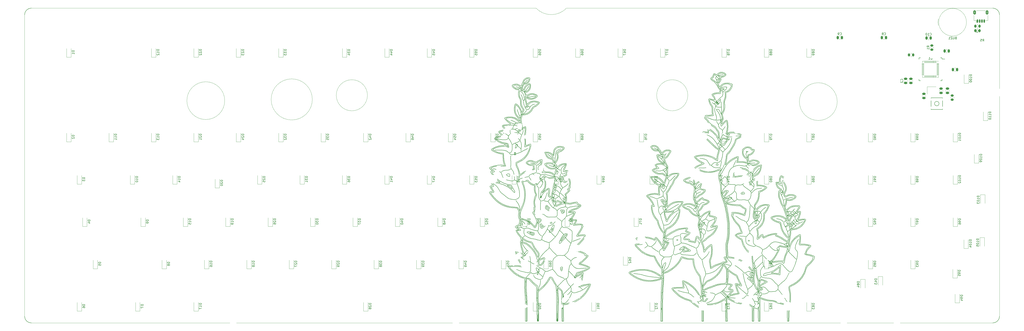
<source format=gbr>
%TF.GenerationSoftware,KiCad,Pcbnew,5.99.0-unknown-ae51e60f70~131~ubuntu21.10.1*%
%TF.CreationDate,2021-10-14T21:01:50-04:00*%
%TF.ProjectId,aek,61656b2e-6b69-4636-9164-5f7063625858,rev?*%
%TF.SameCoordinates,Original*%
%TF.FileFunction,Legend,Bot*%
%TF.FilePolarity,Positive*%
%FSLAX46Y46*%
G04 Gerber Fmt 4.6, Leading zero omitted, Abs format (unit mm)*
G04 Created by KiCad (PCBNEW 5.99.0-unknown-ae51e60f70~131~ubuntu21.10.1) date 2021-10-14 21:01:50*
%MOMM*%
%LPD*%
G01*
G04 APERTURE LIST*
G04 Aperture macros list*
%AMRoundRect*
0 Rectangle with rounded corners*
0 $1 Rounding radius*
0 $2 $3 $4 $5 $6 $7 $8 $9 X,Y pos of 4 corners*
0 Add a 4 corners polygon primitive as box body*
4,1,4,$2,$3,$4,$5,$6,$7,$8,$9,$2,$3,0*
0 Add four circle primitives for the rounded corners*
1,1,$1+$1,$2,$3*
1,1,$1+$1,$4,$5*
1,1,$1+$1,$6,$7*
1,1,$1+$1,$8,$9*
0 Add four rect primitives between the rounded corners*
20,1,$1+$1,$2,$3,$4,$5,0*
20,1,$1+$1,$4,$5,$6,$7,0*
20,1,$1+$1,$6,$7,$8,$9,0*
20,1,$1+$1,$8,$9,$2,$3,0*%
%AMHorizOval*
0 Thick line with rounded ends*
0 $1 width*
0 $2 $3 position (X,Y) of the first rounded end (center of the circle)*
0 $4 $5 position (X,Y) of the second rounded end (center of the circle)*
0 Add line between two ends*
20,1,$1,$2,$3,$4,$5,0*
0 Add two circle primitives to create the rounded ends*
1,1,$1,$2,$3*
1,1,$1,$4,$5*%
G04 Aperture macros list end*
%ADD10C,0.200000*%
%TA.AperFunction,Profile*%
%ADD11C,0.150000*%
%TD*%
%TA.AperFunction,Profile*%
%ADD12C,0.050000*%
%TD*%
%ADD13C,0.150000*%
%ADD14C,0.120000*%
%ADD15C,9.000000*%
%ADD16C,3.987800*%
%ADD17C,1.750000*%
%ADD18HorizOval,2.250000X0.655001X0.730000X-0.655001X-0.730000X0*%
%ADD19C,2.250000*%
%ADD20HorizOval,2.250000X0.020000X0.290000X-0.020000X-0.290000X0*%
%ADD21C,3.048000*%
%ADD22HorizOval,2.250000X-0.730000X0.655001X0.730000X-0.655001X0*%
%ADD23HorizOval,2.250000X-0.290000X0.020000X0.290000X-0.020000X0*%
%ADD24HorizOval,2.250000X-0.655001X-0.730000X0.655001X0.730000X0*%
%ADD25HorizOval,2.250000X-0.020000X-0.290000X0.020000X0.290000X0*%
%ADD26R,1.200000X0.900000*%
%ADD27RoundRect,0.250000X0.250000X0.475000X-0.250000X0.475000X-0.250000X-0.475000X0.250000X-0.475000X0*%
%ADD28RoundRect,0.250000X-0.450000X0.262500X-0.450000X-0.262500X0.450000X-0.262500X0.450000X0.262500X0*%
%ADD29R,1.800000X1.100000*%
%ADD30RoundRect,0.250000X-0.475000X0.250000X-0.475000X-0.250000X0.475000X-0.250000X0.475000X0.250000X0*%
%ADD31RoundRect,0.250000X-0.250000X-0.475000X0.250000X-0.475000X0.250000X0.475000X-0.250000X0.475000X0*%
%ADD32RoundRect,0.250000X0.475000X-0.250000X0.475000X0.250000X-0.475000X0.250000X-0.475000X-0.250000X0*%
%ADD33RoundRect,0.150000X-0.150000X-0.625000X0.150000X-0.625000X0.150000X0.625000X-0.150000X0.625000X0*%
%ADD34RoundRect,0.250000X-0.350000X-0.650000X0.350000X-0.650000X0.350000X0.650000X-0.350000X0.650000X0*%
%ADD35RoundRect,0.250000X0.450000X-0.262500X0.450000X0.262500X-0.450000X0.262500X-0.450000X-0.262500X0*%
%ADD36RoundRect,0.250000X0.262500X0.450000X-0.262500X0.450000X-0.262500X-0.450000X0.262500X-0.450000X0*%
%ADD37R,1.500000X0.550000*%
%ADD38RoundRect,0.062500X0.475000X0.062500X-0.475000X0.062500X-0.475000X-0.062500X0.475000X-0.062500X0*%
%ADD39RoundRect,0.062500X0.062500X0.475000X-0.062500X0.475000X-0.062500X-0.475000X0.062500X-0.475000X0*%
%ADD40R,0.550000X1.500000*%
%ADD41R,5.200000X5.200000*%
%ADD42R,1.400000X1.200000*%
%ADD43RoundRect,0.250000X-0.262500X-0.450000X0.262500X-0.450000X0.262500X0.450000X-0.262500X0.450000X0*%
%ADD44R,2.000000X2.000000*%
%ADD45C,2.000000*%
G04 APERTURE END LIST*
D10*
X343579290Y-90722020D02*
X343962150Y-89926520D01*
X232610800Y-71446367D02*
X233360460Y-72168944D01*
X248141650Y-83859347D02*
X247921368Y-83840829D01*
X247720072Y-83775731D01*
X247522108Y-83677492D01*
X247481670Y-83652135D01*
X348249770Y-106617107D02*
X348155312Y-106428659D01*
X347977011Y-106331976D01*
X347928210Y-106321696D01*
X243653940Y-117222760D02*
X243496875Y-117377867D01*
X243341531Y-117530307D01*
X243189631Y-117683838D01*
X243042900Y-117842220D01*
X346863280Y-132057700D02*
X346667232Y-132121801D01*
X346461652Y-132141232D01*
X346442320Y-131958500D01*
X273095210Y-138916181D02*
X272840496Y-138902441D01*
X272549492Y-138925817D01*
X272311909Y-138952350D01*
X272047300Y-138986395D01*
X271762381Y-139026885D01*
X271463870Y-139072752D01*
X271158483Y-139122927D01*
X270852939Y-139176341D01*
X270553953Y-139231927D01*
X270268245Y-139288616D01*
X270002530Y-139345340D01*
X269763526Y-139401031D01*
X269557950Y-139454620D01*
X269392520Y-139505040D01*
X240302950Y-58811997D02*
X240459174Y-58967948D01*
X240606470Y-59124750D01*
X240745069Y-59282823D01*
X240875200Y-59442586D01*
X240997097Y-59604460D01*
X241110988Y-59768865D01*
X241267322Y-60021138D01*
X241406946Y-60281470D01*
X241530640Y-60551278D01*
X241604637Y-60737115D01*
X241672131Y-60928215D01*
X241733354Y-61124997D01*
X241788536Y-61327882D01*
X241837909Y-61537289D01*
X241860490Y-61644571D01*
X346259330Y-90893552D02*
X346366647Y-90699544D01*
X346555248Y-90567052D01*
X346756662Y-90467075D01*
X346963055Y-90383864D01*
X347008490Y-90367268D01*
X373751751Y-126963520D02*
X373792535Y-126755350D01*
X373704408Y-126565538D01*
X373597490Y-126470850D01*
X260207980Y-146320220D02*
X260207267Y-146531672D01*
X260206815Y-146747283D01*
X260206617Y-146966624D01*
X260206669Y-147189264D01*
X260206965Y-147414774D01*
X260207500Y-147642726D01*
X260208270Y-147872689D01*
X260209269Y-148104235D01*
X260210491Y-148336933D01*
X260211933Y-148570356D01*
X260213588Y-148804072D01*
X260215452Y-149037654D01*
X260217519Y-149270671D01*
X260219785Y-149502695D01*
X260222245Y-149733295D01*
X260224892Y-149962043D01*
X260227723Y-150188509D01*
X260230731Y-150412265D01*
X260233913Y-150632879D01*
X260237262Y-150849924D01*
X260240774Y-151062969D01*
X260244443Y-151271586D01*
X260248265Y-151475346D01*
X260256346Y-151866573D01*
X260264975Y-152233216D01*
X260274112Y-152571841D01*
X260283715Y-152879012D01*
X260288680Y-153019730D01*
X261571630Y-142950620D02*
X261724967Y-142794641D01*
X261931726Y-142585199D01*
X262119689Y-142395868D01*
X262299090Y-142216166D01*
X262480168Y-142035609D01*
X262673157Y-141843712D01*
X262888295Y-141629992D01*
X263049079Y-141470211D01*
X263227289Y-141292966D01*
X263425958Y-141095149D01*
X263648120Y-140873655D01*
X263896806Y-140625377D01*
X264175050Y-140347210D01*
X238901870Y-92054684D02*
X238748308Y-92260843D01*
X238585139Y-92409484D01*
X238410264Y-92507556D01*
X238155265Y-92571668D01*
X237944923Y-92578774D01*
X237715885Y-92558479D01*
X237466055Y-92517733D01*
X237193334Y-92463486D01*
X236895626Y-92402689D01*
X236682237Y-92361950D01*
X236456190Y-92323449D01*
X314468120Y-137935500D02*
X314499594Y-138155279D01*
X314531317Y-138393437D01*
X314559343Y-138613213D01*
X314587396Y-138841226D01*
X314614148Y-139067032D01*
X314633720Y-139239070D01*
X347008490Y-90367268D02*
X347309617Y-90245819D01*
X347597405Y-90103243D01*
X347871268Y-89940351D01*
X348130623Y-89757957D01*
X348374883Y-89556876D01*
X348603466Y-89337920D01*
X348815786Y-89101904D01*
X349011260Y-88849640D01*
X349189301Y-88581943D01*
X349349327Y-88299627D01*
X349490753Y-88003504D01*
X349612994Y-87694388D01*
X349715465Y-87373093D01*
X349797583Y-87040433D01*
X349858763Y-86697221D01*
X349898420Y-86344272D01*
X302460470Y-118653950D02*
X302553695Y-118471908D01*
X302612850Y-118473460D01*
X346533420Y-155661740D02*
X346535420Y-152740330D01*
X328188330Y-64960156D02*
X327948197Y-64892445D01*
X327712098Y-64816257D01*
X327478352Y-64733481D01*
X327245283Y-64646010D01*
X327011213Y-64555735D01*
X326774464Y-64464546D01*
X326533357Y-64374336D01*
X326286216Y-64286995D01*
X326031362Y-64204415D01*
X325767118Y-64128487D01*
X325584910Y-64082498D01*
X329861540Y-45606551D02*
X329983724Y-45784574D01*
X330151410Y-45961973D01*
X330348492Y-46128683D01*
X330558862Y-46274644D01*
X330766415Y-46389790D01*
X330955045Y-46464061D01*
X331167276Y-46476812D01*
X331211110Y-46449723D01*
X243794680Y-54651471D02*
X243763888Y-54853801D01*
X243714280Y-54852470D01*
X361672000Y-112168852D02*
X361550012Y-112329833D01*
X361416802Y-112483730D01*
X361270679Y-112637030D01*
X361109953Y-112796223D01*
X360932934Y-112967795D01*
X360778453Y-113118327D01*
X360654520Y-113241150D01*
X251578760Y-112785150D02*
X252153050Y-112788150D01*
X242231010Y-68523608D02*
X242295307Y-68329072D01*
X242369800Y-68217323D01*
X246907380Y-85552413D02*
X247127413Y-85496283D01*
X247332525Y-85493640D01*
X247405314Y-85689022D01*
X247408560Y-85813215D01*
X320292460Y-97467484D02*
X320477069Y-97388196D01*
X320649860Y-97258918D01*
X320810100Y-97110243D01*
X320848880Y-97069725D01*
X338460480Y-90430095D02*
X338213557Y-90501184D01*
X337982551Y-90551525D01*
X337767445Y-90531522D01*
X337705258Y-90339160D01*
X337740360Y-90097514D01*
X264836510Y-119366840D02*
X264783493Y-119617760D01*
X264715230Y-119834755D01*
X264627646Y-120071352D01*
X264525337Y-120322976D01*
X264412898Y-120585048D01*
X264294926Y-120852992D01*
X264176017Y-121122229D01*
X264060768Y-121388183D01*
X263953773Y-121646275D01*
X263859630Y-121891930D01*
X263831900Y-121970260D01*
X345557240Y-78630990D02*
X345762274Y-78642076D01*
X345969468Y-78671425D01*
X346166020Y-78722490D01*
X326813300Y-140298800D02*
X326562851Y-140386786D01*
X326359701Y-140462385D01*
X326147547Y-140544491D01*
X325930100Y-140631551D01*
X325711068Y-140722008D01*
X325494163Y-140814308D01*
X325283093Y-140906894D01*
X325081569Y-140998212D01*
X324893301Y-141086707D01*
X324669310Y-141197620D01*
X363258600Y-112280902D02*
X363824310Y-112058682D01*
X258661750Y-99611495D02*
X258473254Y-99794861D01*
X258289568Y-99964687D01*
X258107104Y-100115611D01*
X257922272Y-100242273D01*
X257731484Y-100339313D01*
X257531152Y-100401370D01*
X257317686Y-100423085D01*
X257087498Y-100399096D01*
X256836999Y-100324043D01*
X256562601Y-100192566D01*
X256364620Y-100070922D01*
X317170940Y-145938730D02*
X316940884Y-145876102D01*
X316706414Y-145806163D01*
X316468556Y-145729370D01*
X316228335Y-145646180D01*
X315986775Y-145557051D01*
X315744903Y-145462441D01*
X315503743Y-145362807D01*
X315264321Y-145258607D01*
X315027661Y-145150299D01*
X314794790Y-145038340D01*
X314566732Y-144923188D01*
X314344513Y-144805300D01*
X314129158Y-144685135D01*
X313921692Y-144563150D01*
X313723141Y-144439802D01*
X313534530Y-144315550D01*
X345335420Y-89093886D02*
X345177400Y-89011257D01*
X354690370Y-120416850D02*
X354445319Y-120588446D01*
X354215403Y-120774617D01*
X353996982Y-120972845D01*
X353786416Y-121180613D01*
X353580064Y-121395404D01*
X353374287Y-121614699D01*
X353165445Y-121835982D01*
X352949896Y-122056735D01*
X352724001Y-122274440D01*
X352484120Y-122486581D01*
X352226612Y-122690640D01*
X351947837Y-122884099D01*
X351644156Y-123064441D01*
X351311928Y-123229148D01*
X350947512Y-123375703D01*
X350752097Y-123441387D01*
X350547270Y-123501590D01*
X302557540Y-109861842D02*
X302723647Y-110054603D01*
X302866315Y-110238574D01*
X302988011Y-110418506D01*
X303091202Y-110599155D01*
X303178355Y-110785275D01*
X303251937Y-110981620D01*
X303314416Y-111192944D01*
X303368260Y-111424002D01*
X341149550Y-97784903D02*
X340958073Y-97951373D01*
X340805253Y-98133968D01*
X340751500Y-98336318D01*
X340916559Y-98481285D01*
X341141128Y-98519640D01*
X341320320Y-98521734D01*
X264191830Y-128283920D02*
X264283210Y-128468663D01*
X264340566Y-128661323D01*
X264380815Y-128907755D01*
X264405756Y-129153806D01*
X264436416Y-129392391D01*
X264493827Y-129616427D01*
X264573150Y-129780420D01*
X308473100Y-120223620D02*
X308268330Y-120173892D01*
X308049355Y-120150419D01*
X307824226Y-120134235D01*
X307622990Y-120124126D01*
X307408195Y-120117024D01*
X307297220Y-120114740D01*
X258915940Y-101987564D02*
X259120993Y-102090904D01*
X259327537Y-102186227D01*
X259538812Y-102277045D01*
X259735165Y-102354694D01*
X259809880Y-102381793D01*
X251343190Y-125951870D02*
X251195386Y-126141435D01*
X251073414Y-126315745D01*
X250948516Y-126505474D01*
X250821051Y-126706261D01*
X250691379Y-126913747D01*
X250559858Y-127123574D01*
X250426848Y-127331381D01*
X250326330Y-127483290D01*
X254694040Y-99245704D02*
X254605516Y-99049030D01*
X254594517Y-98844928D01*
X254621463Y-98612140D01*
X254661471Y-98409610D01*
X254671540Y-98365136D01*
X242143690Y-104587404D02*
X241416650Y-106117546D01*
X332916530Y-100336348D02*
X333002230Y-100422078D01*
X314711870Y-142535610D02*
X312414740Y-141878630D01*
X308014990Y-120404890D02*
X307633610Y-120919570D01*
X261162780Y-90208326D02*
X260957566Y-90255330D01*
X260758548Y-90319580D01*
X260578744Y-90420182D01*
X260574210Y-90426560D01*
X306688950Y-130634530D02*
X306796138Y-130363361D01*
X306883470Y-130129571D01*
X306951235Y-129930824D01*
X307011650Y-129716294D01*
X307039517Y-129491387D01*
X306902040Y-129324339D01*
X306851710Y-129320940D01*
X349179260Y-138906760D02*
X349179260Y-138906760D01*
X234563440Y-85635763D02*
X234016280Y-85483227D01*
X366137401Y-124573590D02*
X366193982Y-124785588D01*
X366210672Y-125016913D01*
X366202424Y-125217207D01*
X366181149Y-125418144D01*
X366147815Y-125651942D01*
X366126200Y-125798720D01*
X348036210Y-117873280D02*
X348007697Y-118110105D01*
X347980916Y-118366389D01*
X347966869Y-118602298D01*
X347986887Y-118802681D01*
X348163400Y-118906990D01*
X244261080Y-55515231D02*
X244376594Y-55335697D01*
X244600954Y-55313788D01*
X244813025Y-55395672D01*
X245012452Y-55484537D01*
X245070880Y-55511031D01*
X304756290Y-113819310D02*
X304756290Y-113819310D01*
X370924620Y-122615040D02*
X370773940Y-122753120D01*
X370634549Y-122900135D01*
X370505581Y-123057400D01*
X370386172Y-123226232D01*
X370275459Y-123407946D01*
X370172577Y-123603858D01*
X370076662Y-123815284D01*
X369986850Y-124043540D01*
X358030100Y-128536530D02*
X358030100Y-128536530D01*
X348369110Y-138995020D02*
X348342578Y-139206954D01*
X348320832Y-139437902D01*
X348304131Y-139680433D01*
X348292736Y-139927116D01*
X348286906Y-140170520D01*
X348286902Y-140403214D01*
X348292983Y-140617768D01*
X348305410Y-140806750D01*
X247635690Y-134834090D02*
X247682180Y-135091500D01*
X247747094Y-135324266D01*
X247831007Y-135534137D01*
X247934494Y-135722861D01*
X248058130Y-135892186D01*
X248202491Y-136043859D01*
X248368153Y-136179630D01*
X248555689Y-136301246D01*
X248765677Y-136410455D01*
X248998691Y-136509007D01*
X249167110Y-136569650D01*
X243347560Y-133486460D02*
X243122971Y-133443272D01*
X242921933Y-133405567D01*
X242707462Y-133364414D01*
X242484690Y-133319219D01*
X242258751Y-133269389D01*
X242034777Y-133214331D01*
X241817901Y-133153449D01*
X241662990Y-133103610D01*
X364176740Y-105890327D02*
X363988944Y-106056447D01*
X363828946Y-106199457D01*
X363652783Y-106359954D01*
X363480604Y-106523193D01*
X363322956Y-106684646D01*
X363171027Y-106859276D01*
X363083460Y-106967835D01*
X359240390Y-102862379D02*
X359240390Y-102862379D01*
X261877580Y-116916560D02*
X261877580Y-116916560D01*
X335370590Y-110254862D02*
X335340409Y-110018206D01*
X335309235Y-109779201D01*
X335277138Y-109538279D01*
X335244190Y-109295872D01*
X335210464Y-109052412D01*
X335176033Y-108808331D01*
X335140967Y-108564061D01*
X335105340Y-108320035D01*
X335069223Y-108076684D01*
X335032689Y-107834441D01*
X334995810Y-107593737D01*
X334958657Y-107355006D01*
X334921304Y-107118678D01*
X334883822Y-106885187D01*
X334846283Y-106654964D01*
X334808760Y-106428441D01*
X334771324Y-106206051D01*
X334734048Y-105988226D01*
X334697004Y-105775397D01*
X334660264Y-105567997D01*
X334623901Y-105366458D01*
X334552591Y-104982692D01*
X334483652Y-104627555D01*
X334417661Y-104304504D01*
X334355195Y-104016997D01*
X334296832Y-103768490D01*
X334269370Y-103659943D01*
X358951020Y-147564860D02*
X358951200Y-147565280D01*
X242800100Y-120452470D02*
X242997854Y-120558094D01*
X243188918Y-120640325D01*
X243398701Y-120702728D01*
X243536290Y-120705450D01*
X237690470Y-71857835D02*
X237520870Y-71670448D01*
X237385149Y-71492074D01*
X237279551Y-71315768D01*
X237179122Y-71071907D01*
X237129207Y-70873418D01*
X237096898Y-70653846D01*
X237078439Y-70406248D01*
X237070074Y-70123678D01*
X237068252Y-69912439D01*
X237068134Y-69680513D01*
X237068608Y-69425842D01*
X237068720Y-69289334D01*
X331868060Y-66063269D02*
X331799484Y-66268197D01*
X331756095Y-66500356D01*
X331728734Y-66730378D01*
X331714542Y-66932608D01*
X331709530Y-67135264D01*
X331102930Y-87209082D02*
X330295950Y-87531454D01*
X257283290Y-94604762D02*
X257078763Y-94524844D01*
X257023240Y-94413334D01*
X306874710Y-103110846D02*
X306731480Y-103623943D01*
X249660190Y-129389930D02*
X249585990Y-130546240D01*
X272821390Y-131455670D02*
X272649082Y-131303262D01*
X272410000Y-131160378D01*
X272206724Y-131054899D01*
X271973575Y-130943348D01*
X271715047Y-130827531D01*
X271435630Y-130709254D01*
X271139816Y-130590322D01*
X270832095Y-130472541D01*
X270516960Y-130357717D01*
X270198901Y-130247655D01*
X269882410Y-130144162D01*
X269571977Y-130049042D01*
X269272096Y-129964103D01*
X268987255Y-129891148D01*
X268851880Y-129859730D01*
X350946500Y-108613858D02*
X350942049Y-108849382D01*
X350936291Y-109062994D01*
X350924147Y-109347576D01*
X350906353Y-109596353D01*
X350881285Y-109817428D01*
X350847320Y-110018899D01*
X350785384Y-110271033D01*
X350700895Y-110521918D01*
X350620412Y-110720812D01*
X350523453Y-110937904D01*
X350448860Y-111096742D01*
X266165790Y-142890290D02*
X265957819Y-142928435D01*
X265752625Y-142941339D01*
X265534365Y-142908746D01*
X265339702Y-142836303D01*
X265118424Y-142711409D01*
X264930119Y-142577080D01*
X264718859Y-142403038D01*
X264563575Y-142262788D01*
X264481220Y-142184910D01*
X310057370Y-102343135D02*
X309828476Y-102454989D01*
X309645234Y-102552357D01*
X309455682Y-102658996D01*
X309263064Y-102772854D01*
X309070628Y-102891878D01*
X308881620Y-103014016D01*
X308699285Y-103137217D01*
X308526870Y-103259427D01*
X308318024Y-103417286D01*
X308181380Y-103529205D01*
X330736560Y-78861566D02*
X330648213Y-79104109D01*
X330557369Y-79376220D01*
X330496355Y-79570466D01*
X330435634Y-79772470D01*
X330375766Y-79980080D01*
X330317312Y-80191142D01*
X330260835Y-80403504D01*
X330206893Y-80615011D01*
X330156049Y-80823512D01*
X330108863Y-81026853D01*
X330065896Y-81222880D01*
X330010584Y-81498499D01*
X329967920Y-81745552D01*
X329947440Y-81890796D01*
X332848830Y-48751911D02*
X332642093Y-48862420D01*
X332455778Y-48983886D01*
X332266175Y-49124613D01*
X332082158Y-49277621D01*
X331912604Y-49435932D01*
X331766390Y-49592568D01*
X331740730Y-49623080D01*
X239575500Y-125022990D02*
X239626666Y-125270286D01*
X239677607Y-125464535D01*
X239740524Y-125678511D01*
X239814147Y-125908973D01*
X239897200Y-126152679D01*
X239988411Y-126406389D01*
X240086508Y-126666861D01*
X240190215Y-126930855D01*
X240298261Y-127195130D01*
X240409372Y-127456443D01*
X240522274Y-127711555D01*
X240635695Y-127957224D01*
X240748362Y-128190209D01*
X240859000Y-128407269D01*
X240966337Y-128605163D01*
X241018370Y-128695910D01*
X327727680Y-58591499D02*
X327606156Y-58422441D01*
X327476021Y-58210202D01*
X327341765Y-57965181D01*
X327207878Y-57697776D01*
X327121044Y-57512205D01*
X327037701Y-57324389D01*
X326959179Y-57137408D01*
X326853348Y-56865242D01*
X326765851Y-56612287D01*
X326701178Y-56388942D01*
X326658215Y-56155179D01*
X326656310Y-56110741D01*
X244802220Y-92612260D02*
X245417730Y-93270401D01*
X351830010Y-103135909D02*
X351534948Y-103143567D01*
X351243261Y-103167621D01*
X350955673Y-103207718D01*
X350672911Y-103263509D01*
X350395701Y-103334640D01*
X350124767Y-103420762D01*
X349860835Y-103521523D01*
X349604632Y-103636572D01*
X349356882Y-103765557D01*
X349118312Y-103908127D01*
X348889646Y-104063931D01*
X348671611Y-104232618D01*
X348464933Y-104413837D01*
X348270336Y-104607235D01*
X348088546Y-104812462D01*
X347920290Y-105029168D01*
X356528370Y-146783130D02*
X356331538Y-146699624D01*
X356140710Y-146624542D01*
X355895298Y-146537459D01*
X355659810Y-146465160D01*
X355433818Y-146407539D01*
X355216895Y-146364485D01*
X355008613Y-146335890D01*
X354808546Y-146321645D01*
X354711460Y-146319870D01*
X323440680Y-144175760D02*
X323657796Y-144140481D01*
X323860181Y-144100822D01*
X324138448Y-144033195D01*
X324389506Y-143955894D01*
X324616919Y-143869030D01*
X324824246Y-143772710D01*
X325015049Y-143667041D01*
X325192891Y-143552134D01*
X325361332Y-143428095D01*
X325523934Y-143295033D01*
X325684259Y-143153057D01*
X325737810Y-143103770D01*
X344574540Y-119454640D02*
X344474736Y-119273142D01*
X344272955Y-119213987D01*
X344255490Y-119213700D01*
X305829610Y-87666401D02*
X304451330Y-88076210D01*
X330179240Y-86596544D02*
X329887292Y-86599982D01*
X329622445Y-86593691D01*
X329382311Y-86577739D01*
X329164502Y-86552194D01*
X328966628Y-86517125D01*
X328701971Y-86446813D01*
X328468736Y-86355459D01*
X328258860Y-86243293D01*
X328064282Y-86110547D01*
X327876942Y-85957453D01*
X327688778Y-85784243D01*
X327491730Y-85591147D01*
X327422680Y-85522404D01*
X247946290Y-58859049D02*
X247747023Y-58950091D01*
X247540305Y-59063331D01*
X247371787Y-59184418D01*
X247206609Y-59352866D01*
X247088678Y-59523180D01*
X246978535Y-59730398D01*
X246934530Y-59825652D01*
X228522710Y-95247007D02*
X229120490Y-95199917D01*
X260091550Y-131886210D02*
X260091550Y-131886210D01*
X236232750Y-64152708D02*
X236574427Y-64122501D01*
X236902453Y-64106828D01*
X237217866Y-64106032D01*
X237521707Y-64120454D01*
X237815017Y-64150439D01*
X238098838Y-64196327D01*
X238374208Y-64258463D01*
X238642170Y-64337189D01*
X238903762Y-64432847D01*
X239160028Y-64545780D01*
X239412006Y-64676331D01*
X239660737Y-64824842D01*
X239907262Y-64991656D01*
X240152623Y-65177117D01*
X240397858Y-65381566D01*
X240644010Y-65605346D01*
X249447210Y-141023650D02*
X249504010Y-139938850D01*
X315042220Y-139298660D02*
X315004017Y-139040208D01*
X314971569Y-138795904D01*
X314945358Y-138571321D01*
X314925867Y-138372035D01*
X314911686Y-138166994D01*
X314914747Y-137966441D01*
X314924730Y-137939360D01*
X371438320Y-122720450D02*
X371612843Y-122551794D01*
X371761136Y-122397503D01*
X371909569Y-122224906D01*
X372033438Y-122047631D01*
X372108055Y-121843069D01*
X372098310Y-121775900D01*
X330026030Y-57343474D02*
X329877285Y-57495182D01*
X329738908Y-57641445D01*
X329571684Y-57804779D01*
X329400273Y-57932286D01*
X329213353Y-58008790D01*
X328999597Y-58019112D01*
X328801660Y-57969520D01*
X360074560Y-127778560D02*
X360019891Y-128037350D01*
X359971113Y-128254703D01*
X359913491Y-128483954D01*
X359850008Y-128680734D01*
X359671547Y-128772961D01*
X359644440Y-128739240D01*
X342277150Y-93332666D02*
X342453009Y-93163851D01*
X342621472Y-93006776D01*
X342785483Y-92859811D01*
X342947984Y-92721327D01*
X343111921Y-92589694D01*
X343280238Y-92463281D01*
X343349450Y-92413813D01*
X244002100Y-137402060D02*
X244063273Y-137607340D01*
X244065600Y-137820460D01*
X254067660Y-120221790D02*
X253860838Y-120166551D01*
X253633347Y-120094121D01*
X253391896Y-120008112D01*
X253143191Y-119912135D01*
X252893941Y-119809804D01*
X252650854Y-119704730D01*
X252420637Y-119600526D01*
X252209999Y-119500804D01*
X252025648Y-119409175D01*
X251832330Y-119305839D01*
X251795030Y-119284260D01*
X249371590Y-148195850D02*
X249339839Y-147991412D01*
X249371590Y-147812990D01*
X259274370Y-91341817D02*
X258814940Y-91341817D01*
X333652780Y-145861380D02*
X333753690Y-149101690D01*
X239234060Y-80085876D02*
X239213560Y-79779592D01*
X257165420Y-78736528D02*
X257257979Y-78550371D01*
X257393139Y-78360813D01*
X257564339Y-78173232D01*
X257712441Y-78037080D01*
X257874356Y-77907333D01*
X258047314Y-77786263D01*
X258228547Y-77676137D01*
X258415288Y-77579224D01*
X258604766Y-77497793D01*
X258731240Y-77453229D01*
X254305170Y-104182469D02*
X254168035Y-104033335D01*
X254001666Y-103861345D01*
X253847013Y-103710936D01*
X253686108Y-103567303D01*
X253518781Y-103448660D01*
X253488400Y-103440066D01*
X340439690Y-145420930D02*
X340677014Y-145430830D01*
X340896913Y-145435785D01*
X341100759Y-145434450D01*
X341349960Y-145420567D01*
X341576324Y-145389929D01*
X341783108Y-145339353D01*
X341973570Y-145265653D01*
X342150967Y-145165646D01*
X342277400Y-145071460D01*
X349577390Y-139334750D02*
X349410241Y-139467424D01*
X349248309Y-139595558D01*
X349087097Y-139722013D01*
X349079560Y-139727570D01*
X365554260Y-107110564D02*
X366473881Y-107728034D01*
X254694240Y-99245699D02*
X254694040Y-99245704D01*
X358663900Y-96749125D02*
X358635332Y-96954287D01*
X358480130Y-96885665D01*
X295731150Y-117834630D02*
X295451668Y-117867666D01*
X295193859Y-117901061D01*
X294957222Y-117934968D01*
X294741252Y-117969541D01*
X294454952Y-118022985D01*
X294212329Y-118078791D01*
X294011686Y-118137477D01*
X293806533Y-118221103D01*
X293624289Y-118360558D01*
X293578810Y-118492260D01*
X323746140Y-88045339D02*
X323747000Y-88045330D01*
X345085330Y-83429142D02*
X344308090Y-83822997D01*
X346343000Y-88562579D02*
X346414051Y-88373100D01*
X346501243Y-88182343D01*
X346603399Y-87991528D01*
X346719340Y-87801876D01*
X346847887Y-87614608D01*
X346987861Y-87430945D01*
X347138085Y-87252109D01*
X347297380Y-87079321D01*
X347464566Y-86913802D01*
X347638467Y-86756773D01*
X347817904Y-86609455D01*
X348001697Y-86473070D01*
X348188668Y-86348838D01*
X348377640Y-86237981D01*
X348567433Y-86141720D01*
X348756870Y-86061276D01*
X249759050Y-147758020D02*
X249741840Y-147361899D01*
X249726197Y-146968204D01*
X249712155Y-146579344D01*
X249699750Y-146197726D01*
X249689017Y-145825760D01*
X249679989Y-145465855D01*
X249672703Y-145120418D01*
X249667193Y-144791860D01*
X249663494Y-144482587D01*
X249661642Y-144195009D01*
X249661670Y-143931535D01*
X249663614Y-143694573D01*
X249667509Y-143486532D01*
X249677086Y-143233965D01*
X249691250Y-143060020D01*
X263098860Y-88226474D02*
X263094185Y-88026161D01*
X262972906Y-87845074D01*
X262744008Y-87820675D01*
X262535970Y-87827383D01*
X262335710Y-87838906D01*
X262259730Y-87843618D01*
X304145770Y-97779556D02*
X304112835Y-97556709D01*
X304086851Y-97323076D01*
X304067599Y-97082130D01*
X304054860Y-96837343D01*
X304048413Y-96592186D01*
X304048038Y-96350131D01*
X304053518Y-96114651D01*
X304064631Y-95889218D01*
X304081158Y-95677303D01*
X304115620Y-95392373D01*
X304161029Y-95157390D01*
X304237321Y-94942027D01*
X304330000Y-94864068D01*
X370287980Y-124440290D02*
X370370189Y-124239704D01*
X370454763Y-124051653D01*
X370572966Y-123817788D01*
X370699593Y-123599898D01*
X370837056Y-123394380D01*
X370987766Y-123197629D01*
X371154134Y-123006040D01*
X371338571Y-122816008D01*
X371438320Y-122720450D01*
X324468960Y-146567830D02*
X323976910Y-147198640D01*
X347571840Y-108187460D02*
X347598996Y-108421282D01*
X347616346Y-108620659D01*
X347634097Y-108819977D01*
X347662794Y-109053572D01*
X347707518Y-109274690D01*
X347750400Y-109411832D01*
X332722980Y-129537140D02*
X332893023Y-129426653D01*
X333088363Y-129371274D01*
X333300100Y-129339484D01*
X333504632Y-129324756D01*
X333684920Y-129321060D01*
X332837500Y-129786670D02*
X332675299Y-129920539D01*
X332586174Y-130117071D01*
X332562480Y-130201520D01*
X235496890Y-76628903D02*
X235312635Y-76499842D01*
X235096511Y-76363544D01*
X234911973Y-76267717D01*
X234722083Y-76204143D01*
X234501536Y-76230210D01*
X234366790Y-76410320D01*
X342890150Y-134221520D02*
X343077015Y-134417206D01*
X343266194Y-134624468D01*
X343465096Y-134837622D01*
X343606757Y-134980193D01*
X343758227Y-135121172D01*
X343921702Y-135258877D01*
X344099376Y-135391624D01*
X344293446Y-135517729D01*
X344506106Y-135635508D01*
X344739552Y-135743277D01*
X344995978Y-135839352D01*
X345277581Y-135922050D01*
X345586555Y-135989687D01*
X345925096Y-136040579D01*
X346106140Y-136059220D01*
X349321950Y-143180450D02*
X349321950Y-143180450D01*
X241613970Y-64235640D02*
X241634763Y-64445376D01*
X241644807Y-64655230D01*
X241653394Y-64870446D01*
X241662985Y-65076328D01*
X241676770Y-65307636D01*
X340199180Y-118705950D02*
X340406231Y-118808527D01*
X340625761Y-118925506D01*
X340825240Y-119060784D01*
X340962111Y-119210944D01*
X341058504Y-119404959D01*
X341121345Y-119611217D01*
X341183771Y-119878920D01*
X341218370Y-120040450D01*
X262337340Y-144328140D02*
X262189339Y-144476907D01*
X262021752Y-144641126D01*
X261837873Y-144797371D01*
X261640997Y-144922218D01*
X261434418Y-144992242D01*
X261221431Y-144984016D01*
X261135180Y-144953570D01*
X360670010Y-99917758D02*
X360872638Y-99840573D01*
X361075345Y-99730938D01*
X361248728Y-99627023D01*
X361399060Y-99530550D01*
X307400770Y-101414165D02*
X307284210Y-102221410D01*
X234905580Y-69543439D02*
X233783930Y-69717816D01*
X324188000Y-119700450D02*
X324390877Y-119561247D01*
X324563726Y-119432755D01*
X324740262Y-119293809D01*
X324915236Y-119148813D01*
X325083399Y-119002173D01*
X325239501Y-118858294D01*
X325409671Y-118689039D01*
X325467870Y-118626400D01*
X303827520Y-106349740D02*
X303891158Y-106567336D01*
X303956524Y-106760016D01*
X304045602Y-106983905D01*
X304135912Y-107177285D01*
X304248931Y-107388105D01*
X304360180Y-107578951D01*
X304467605Y-107765209D01*
X304529370Y-107881163D01*
X244735140Y-135446680D02*
X244587836Y-135597702D01*
X244445077Y-135751271D01*
X244316250Y-135937782D01*
X244226310Y-136140299D01*
X244169669Y-136345800D01*
X244129651Y-136599712D01*
X244122570Y-136671810D01*
X364432170Y-114499070D02*
X364638763Y-114468493D01*
X364842145Y-114432968D01*
X365042294Y-114392510D01*
X365239192Y-114347131D01*
X365432817Y-114296846D01*
X365810174Y-114181609D01*
X366174207Y-114046907D01*
X366524756Y-113892849D01*
X366861664Y-113719543D01*
X367184772Y-113527097D01*
X367493922Y-113315620D01*
X367788956Y-113085220D01*
X368069714Y-112836005D01*
X368336039Y-112568084D01*
X368587772Y-112281565D01*
X368824755Y-111976556D01*
X369046829Y-111653165D01*
X369253836Y-111311502D01*
X369351640Y-111133852D01*
X346379320Y-129715670D02*
X346311770Y-129456213D01*
X346264005Y-129172465D01*
X346230441Y-128941658D01*
X346196227Y-128684099D01*
X346161983Y-128405416D01*
X346128331Y-128111235D01*
X346095893Y-127807181D01*
X346065290Y-127498881D01*
X346037144Y-127191960D01*
X346012076Y-126892046D01*
X345990708Y-126604764D01*
X345973662Y-126335739D01*
X345961558Y-126090599D01*
X345955020Y-125874970D01*
X336415600Y-78641326D02*
X336534885Y-78434526D01*
X336651121Y-78236928D01*
X336781223Y-78018425D01*
X336885330Y-77845095D01*
X336993031Y-77666983D01*
X337102523Y-77487082D01*
X337212006Y-77308383D01*
X337319675Y-77133875D01*
X337457300Y-76912889D01*
X261362770Y-100913189D02*
X261388929Y-100713694D01*
X261499530Y-100683476D01*
X306609380Y-108800032D02*
X306692530Y-109029217D01*
X306758348Y-109224868D01*
X306821652Y-109424995D01*
X306880700Y-109623638D01*
X306945867Y-109860771D01*
X306998256Y-110074623D01*
X307034460Y-110253552D01*
X244722680Y-150799160D02*
X244722233Y-150530766D01*
X244721275Y-150261192D01*
X244719815Y-149990766D01*
X244717862Y-149719818D01*
X244715425Y-149448677D01*
X244712513Y-149177671D01*
X244709137Y-148907130D01*
X244705304Y-148637382D01*
X244701026Y-148368757D01*
X244696310Y-148101584D01*
X244691166Y-147836191D01*
X244685603Y-147572907D01*
X244679631Y-147312063D01*
X244673260Y-147053985D01*
X244666497Y-146799005D01*
X244659353Y-146547450D01*
X244651837Y-146299649D01*
X244643958Y-146055932D01*
X244635726Y-145816628D01*
X244627150Y-145582065D01*
X244618238Y-145352573D01*
X244609001Y-145128480D01*
X244599448Y-144910116D01*
X244589588Y-144697809D01*
X244579430Y-144491889D01*
X244558258Y-144100525D01*
X244536007Y-143738655D01*
X244512751Y-143408911D01*
X244500770Y-143256910D01*
X255899580Y-100390390D02*
X255824360Y-100593053D01*
X255780308Y-100793194D01*
X255787528Y-101008161D01*
X255844158Y-101215472D01*
X255897580Y-101353301D01*
X240399380Y-71746394D02*
X240399380Y-71746394D01*
X325930780Y-148359750D02*
X326198127Y-148355128D01*
X326452950Y-148348709D01*
X326696002Y-148340416D01*
X326928036Y-148330168D01*
X327149804Y-148317888D01*
X327362059Y-148303497D01*
X327565554Y-148286916D01*
X327856019Y-148257767D01*
X328131009Y-148223248D01*
X328393065Y-148183093D01*
X328644728Y-148137037D01*
X328888539Y-148084814D01*
X329127040Y-148026160D01*
X253785960Y-81954506D02*
X253970601Y-82106120D01*
X254190358Y-82252828D01*
X254371728Y-82356802D01*
X254562226Y-82453370D01*
X254757298Y-82540544D01*
X254952390Y-82616332D01*
X255142949Y-82678743D01*
X255382106Y-82737710D01*
X255594313Y-82764638D01*
X255641890Y-82765812D01*
X305523450Y-136365510D02*
X305328954Y-136311496D01*
X305121967Y-136261584D01*
X304901972Y-136215296D01*
X304668452Y-136172156D01*
X304420888Y-136131690D01*
X304158764Y-136093421D01*
X303881562Y-136056874D01*
X303588766Y-136021572D01*
X303279857Y-135987040D01*
X302954319Y-135952802D01*
X302611634Y-135918383D01*
X302251284Y-135883306D01*
X301872754Y-135847096D01*
X301475524Y-135809277D01*
X301269736Y-135789616D01*
X301059078Y-135769374D01*
X300843488Y-135748491D01*
X300622900Y-135726910D01*
X303963540Y-78843876D02*
X304120905Y-78998526D01*
X304269484Y-79171140D01*
X304409150Y-79358527D01*
X304539777Y-79557497D01*
X304661239Y-79764857D01*
X304773410Y-79977416D01*
X304876164Y-80191985D01*
X304969375Y-80405371D01*
X305052916Y-80614383D01*
X305126661Y-80815831D01*
X305190486Y-81006523D01*
X305267343Y-81265414D01*
X305321168Y-81482155D01*
X305356370Y-81686961D01*
X252537720Y-128783520D02*
X252682570Y-128620969D01*
X252790064Y-128440398D01*
X252842260Y-128248230D01*
X303368260Y-111424002D02*
X303419545Y-111643718D01*
X303484540Y-111876600D01*
X303562264Y-112120625D01*
X303651740Y-112373773D01*
X303751989Y-112634021D01*
X303862034Y-112899348D01*
X303980896Y-113167731D01*
X304107596Y-113437150D01*
X304241156Y-113705582D01*
X304380598Y-113971005D01*
X304524944Y-114231398D01*
X304673216Y-114484739D01*
X304824434Y-114729007D01*
X304977622Y-114962179D01*
X305131800Y-115182234D01*
X305285990Y-115387150D01*
X259121230Y-99611497D02*
X258858345Y-99513552D01*
X258633328Y-99386951D01*
X258432363Y-99241431D01*
X258241632Y-99086727D01*
X258047317Y-98932577D01*
X257835601Y-98788716D01*
X257592667Y-98664881D01*
X257304696Y-98570809D01*
X257080873Y-98529437D01*
X256826798Y-98508506D01*
X256538378Y-98510899D01*
X256211520Y-98539502D01*
X346160430Y-91645062D02*
X346198833Y-91432740D01*
X346230280Y-91220275D01*
X346253303Y-91011784D01*
X346259330Y-90893552D01*
X251531310Y-88180766D02*
X251424130Y-88771646D01*
X349269730Y-117988140D02*
X349443133Y-117803561D01*
X349609762Y-117631366D01*
X349765624Y-117475323D01*
X349939224Y-117308724D01*
X350106113Y-117160256D01*
X350243620Y-117069290D01*
X263573060Y-95259532D02*
X263588437Y-95473872D01*
X263462535Y-95644900D01*
X263290738Y-95806894D01*
X263260770Y-95832379D01*
X312414470Y-89557701D02*
X312338637Y-89792069D01*
X312215695Y-90011005D01*
X312093588Y-90197286D01*
X311951195Y-90395348D01*
X311793322Y-90598763D01*
X311624780Y-90801103D01*
X311450375Y-90995937D01*
X311274915Y-91176838D01*
X311103210Y-91337376D01*
X311047640Y-91385253D01*
X247414610Y-116544670D02*
X247240813Y-116666765D01*
X247071350Y-116763440D01*
X331618450Y-88290145D02*
X331360690Y-87749614D01*
X324570540Y-103322570D02*
X324805640Y-103245709D01*
X325050102Y-103142038D01*
X325296831Y-103016782D01*
X325538735Y-102875163D01*
X325768717Y-102722406D01*
X325979683Y-102563736D01*
X326164540Y-102404376D01*
X326316194Y-102249550D01*
X326454485Y-102059199D01*
X326504320Y-101898581D01*
X239711760Y-77733129D02*
X239894954Y-77641702D01*
X239964110Y-77482458D01*
X314936620Y-92116500D02*
X314936964Y-92322570D01*
X315058214Y-92511916D01*
X315260803Y-92717517D01*
X315431109Y-92857585D01*
X315622653Y-92995831D01*
X315829471Y-93128638D01*
X316045597Y-93252386D01*
X316265067Y-93363459D01*
X316481916Y-93458237D01*
X316690178Y-93533103D01*
X316883890Y-93584438D01*
X317134126Y-93609404D01*
X317318070Y-93561074D01*
X261604950Y-92885052D02*
X261461956Y-92701991D01*
X261359414Y-92482189D01*
X261282022Y-92267914D01*
X261212281Y-92030306D01*
X261153445Y-91779359D01*
X261108770Y-91525070D01*
X261081510Y-91277436D01*
X351272350Y-95251821D02*
X351487196Y-95343472D01*
X351666264Y-95440548D01*
X351656408Y-95650479D01*
X351526580Y-95799915D01*
X249295690Y-145247860D02*
X249277984Y-145447173D01*
X249218490Y-145439290D01*
X304700100Y-121170410D02*
X304823017Y-121372585D01*
X304948375Y-121563991D01*
X305072665Y-121740239D01*
X305221181Y-121932547D01*
X305355696Y-122085739D01*
X305507451Y-122218174D01*
X305555320Y-122240490D01*
X349321850Y-150542200D02*
X349321850Y-145422670D01*
X242205710Y-62614482D02*
X242372214Y-62447770D01*
X242496787Y-62268801D01*
X242637349Y-62046599D01*
X242785232Y-61796550D01*
X242883606Y-61621975D01*
X243024426Y-61359696D01*
X243149450Y-61110589D01*
X243250009Y-60890040D01*
X243331049Y-60666982D01*
X243343060Y-60596142D01*
X361758160Y-118177690D02*
X361898630Y-118320805D01*
X361948208Y-118516074D01*
X361929039Y-118748045D01*
X361886720Y-118976464D01*
X361863471Y-119085550D01*
X303012980Y-81422147D02*
X303063449Y-81715059D01*
X303125624Y-81992423D01*
X303199828Y-82254652D01*
X303286386Y-82502160D01*
X303385622Y-82735358D01*
X303497859Y-82954662D01*
X303623422Y-83160482D01*
X303762635Y-83353234D01*
X303915820Y-83533328D01*
X304083303Y-83701180D01*
X304265408Y-83857201D01*
X304462458Y-84001805D01*
X304674777Y-84135405D01*
X304902689Y-84258414D01*
X305146519Y-84371245D01*
X305406590Y-84474312D01*
X253879720Y-105626346D02*
X254121720Y-105789600D01*
X254333307Y-105926808D01*
X254520025Y-106040151D01*
X254739883Y-106157922D01*
X254938535Y-106242314D01*
X255177055Y-106308743D01*
X255376056Y-106336938D01*
X255596574Y-106348557D01*
X255719010Y-106349768D01*
X256517810Y-90430622D02*
X256282688Y-90407237D01*
X256070355Y-90386769D01*
X255835275Y-90360327D01*
X255576336Y-90323837D01*
X255365804Y-90287427D01*
X255140755Y-90241357D01*
X254900721Y-90183909D01*
X254645233Y-90113366D01*
X254373820Y-90028010D01*
X241048860Y-109367182D02*
X241127409Y-109604085D01*
X241190960Y-109809059D01*
X241253277Y-110045157D01*
X241291123Y-110254413D01*
X241305751Y-110453929D01*
X241298413Y-110660804D01*
X241270365Y-110892137D01*
X241236490Y-111091974D01*
X241192200Y-111322402D01*
X358803250Y-129872880D02*
X358582369Y-129809077D01*
X358364163Y-129783716D01*
X358154782Y-129787879D01*
X357923839Y-129819287D01*
X357725094Y-129864953D01*
X357591740Y-129902780D01*
X361879141Y-112640790D02*
X361718125Y-112793577D01*
X361567122Y-112935920D01*
X361378745Y-113081998D01*
X361198791Y-113173997D01*
X360982505Y-113230672D01*
X360773583Y-113245355D01*
X360654610Y-113241110D01*
X249302520Y-111403472D02*
X249345708Y-111195973D01*
X249407571Y-111000436D01*
X249567658Y-111153154D01*
X249600320Y-111212042D01*
X315906410Y-102884341D02*
X315704660Y-102946063D01*
X315428398Y-103042319D01*
X315184486Y-103142413D01*
X314973726Y-103245707D01*
X314796923Y-103351565D01*
X314615396Y-103495594D01*
X314478292Y-103678141D01*
X314450392Y-103896983D01*
X314494210Y-104004829D01*
X354788720Y-109097432D02*
X354994474Y-108978172D01*
X355189816Y-108902475D01*
X355426257Y-108826667D01*
X355693311Y-108753199D01*
X355980490Y-108684520D01*
X356177944Y-108642605D01*
X356376575Y-108604633D01*
X356669930Y-108556658D01*
X356948454Y-108521640D01*
X357201660Y-108502029D01*
X357351220Y-108498725D01*
X343272620Y-87813282D02*
X343466742Y-87940623D01*
X343661879Y-88061670D01*
X343845724Y-88169295D01*
X344029520Y-88268384D01*
X344161650Y-88328183D01*
X329251290Y-65120956D02*
X329018474Y-65148039D01*
X328804413Y-65137819D01*
X328578018Y-65093562D01*
X328364786Y-65024573D01*
X328188330Y-64960156D01*
X334572750Y-132498660D02*
X334487128Y-132313945D01*
X334484950Y-132264140D01*
X242323900Y-119184970D02*
X242416400Y-119277470D01*
X252842530Y-133302660D02*
X251770530Y-135752940D01*
X229488570Y-88585317D02*
X229743457Y-88565745D01*
X229944802Y-88488788D01*
X230009873Y-88291524D01*
X229903067Y-88093098D01*
X229726544Y-87903472D01*
X229541413Y-87744821D01*
X229311355Y-87573222D01*
X229224730Y-87513321D01*
X348232100Y-93196275D02*
X348228225Y-92989239D01*
X348216660Y-92610109D01*
X348199056Y-92276499D01*
X348174275Y-91987129D01*
X348141176Y-91740717D01*
X348098619Y-91535984D01*
X348014559Y-91304229D01*
X347858744Y-91129146D01*
X347644588Y-91097725D01*
X347440200Y-91162276D01*
X347194022Y-91297553D01*
X347004787Y-91424896D01*
X346794130Y-91580472D01*
X320875610Y-102309995D02*
X321087382Y-102207954D01*
X321278438Y-102087211D01*
X321455079Y-101965180D01*
X321646949Y-101824696D01*
X321848583Y-101669595D01*
X322054512Y-101503715D01*
X322208490Y-101374539D01*
X242266600Y-49189291D02*
X242195956Y-49406224D01*
X242116721Y-49628947D01*
X242010246Y-49828827D01*
X241785080Y-49838281D01*
X241610410Y-49708119D01*
X241423620Y-49546555D01*
X262057860Y-117910010D02*
X262217065Y-117774488D01*
X262358939Y-117584946D01*
X262465731Y-117412093D01*
X262567087Y-117224803D01*
X262657814Y-117033764D01*
X262753277Y-116791687D01*
X262808307Y-116587280D01*
X262788120Y-116406720D01*
X268919290Y-140802800D02*
X269204130Y-141088260D01*
X261867360Y-86503971D02*
X261958683Y-86312793D01*
X262045772Y-86116314D01*
X262126586Y-85920130D01*
X262199083Y-85729839D01*
X262274900Y-85508785D01*
X262330545Y-85316611D01*
X262365080Y-85139517D01*
X236915390Y-89963550D02*
X236915390Y-89963550D01*
X306290960Y-121807670D02*
X306333622Y-121608430D01*
X306391253Y-121354104D01*
X306445565Y-121147925D01*
X306521214Y-120937622D01*
X306637159Y-120758720D01*
X306837334Y-120630809D01*
X307081397Y-120564178D01*
X307343400Y-120517180D01*
X260665040Y-102929645D02*
X260895100Y-102882714D01*
X261129928Y-102824420D01*
X261339931Y-102752413D01*
X261523298Y-102633117D01*
X261571290Y-102507505D01*
X344319190Y-119646070D02*
X344519467Y-119601197D01*
X344574500Y-119454640D01*
X240131530Y-85168691D02*
X240131530Y-84526875D01*
X303685360Y-110852362D02*
X303627346Y-110646380D01*
X303515236Y-110431930D01*
X303383596Y-110224665D01*
X303256735Y-110045692D01*
X303113387Y-109859281D01*
X302956015Y-109669367D01*
X302914770Y-109621802D01*
X258286210Y-150837450D02*
X258320310Y-153249440D01*
X361501400Y-108340604D02*
X361547065Y-108556400D01*
X361590490Y-108807528D01*
X361631765Y-109085839D01*
X361670984Y-109383183D01*
X361696033Y-109587963D01*
X361720237Y-109795167D01*
X361743622Y-110002379D01*
X361766216Y-110207186D01*
X361788046Y-110407173D01*
X361819419Y-110692834D01*
X361849229Y-110954069D01*
X361877566Y-111182729D01*
X361886701Y-111250302D01*
X248860650Y-93945233D02*
X248908939Y-94193372D01*
X248968733Y-94398792D01*
X249056836Y-94607358D01*
X249177392Y-94807012D01*
X249308233Y-94976264D01*
X249443123Y-95141402D01*
X249465560Y-95170371D01*
X326822970Y-108147615D02*
X326855070Y-107133869D01*
X268837040Y-120221990D02*
X269073862Y-119980001D01*
X269301067Y-119735627D01*
X269517575Y-119490574D01*
X269722305Y-119246546D01*
X269914177Y-119005245D01*
X270092111Y-118768378D01*
X270255027Y-118537647D01*
X270401846Y-118314758D01*
X270531486Y-118101415D01*
X270642868Y-117899321D01*
X270734911Y-117710181D01*
X270834354Y-117454488D01*
X270884210Y-117237527D01*
X270867250Y-117018440D01*
X241279950Y-53348187D02*
X241282344Y-53107694D01*
X241289208Y-52878706D01*
X241300061Y-52666564D01*
X241318502Y-52433216D01*
X241346544Y-52213657D01*
X241397320Y-52045550D01*
X266644050Y-135370180D02*
X266774062Y-135193896D01*
X266886193Y-135023895D01*
X266996526Y-134843137D01*
X267094621Y-134668084D01*
X267118940Y-134621420D01*
X323505450Y-121740520D02*
X323590374Y-121990901D01*
X323666450Y-122246078D01*
X323732952Y-122502457D01*
X323789155Y-122756447D01*
X323834332Y-123004457D01*
X323867759Y-123242895D01*
X323888710Y-123468170D01*
X323896460Y-123676690D01*
X250846530Y-83378477D02*
X250983013Y-83546880D01*
X250995090Y-83776736D01*
X250984966Y-83977622D01*
X250972640Y-84120897D01*
X249396450Y-134068480D02*
X249222310Y-134178334D01*
X249167787Y-134386287D01*
X249166730Y-134425820D01*
X333748240Y-85322692D02*
X334044970Y-84388869D01*
X267118940Y-134621420D02*
X267233226Y-134435881D01*
X267380120Y-134290414D01*
X267588658Y-134169516D01*
X267776270Y-134094913D01*
X268012789Y-134019748D01*
X268227450Y-133960242D01*
X268478090Y-133895900D01*
X249779550Y-91801244D02*
X249932690Y-91494959D01*
X249473270Y-148616890D02*
X249473598Y-148818691D01*
X249473118Y-149057354D01*
X249472162Y-149287288D01*
X249471280Y-149515322D01*
X249471020Y-149748282D01*
X249471931Y-149992998D01*
X249473270Y-150148310D01*
X352917960Y-103876010D02*
X352845038Y-104063374D01*
X352772892Y-104251129D01*
X352688350Y-104472348D01*
X352612408Y-104671863D01*
X352534876Y-104876270D01*
X352519460Y-104917005D01*
X332017460Y-62244791D02*
X332027675Y-62488206D01*
X332044668Y-62688104D01*
X332069491Y-62900958D01*
X332101990Y-63125057D01*
X332142015Y-63358690D01*
X332189411Y-63600144D01*
X332244027Y-63847708D01*
X332305711Y-64099669D01*
X332374310Y-64354317D01*
X332449672Y-64609939D01*
X332476270Y-64695067D01*
X360905530Y-101780374D02*
X360879873Y-101979912D01*
X360843763Y-102193580D01*
X360798860Y-102414733D01*
X360746826Y-102636727D01*
X360689323Y-102852918D01*
X360628013Y-103056663D01*
X360548554Y-103283718D01*
X360500620Y-103400236D01*
X241018370Y-128695910D02*
X241142037Y-128896931D01*
X241262814Y-129081445D01*
X241398183Y-129280225D01*
X241543693Y-129486992D01*
X241694892Y-129695469D01*
X241847329Y-129899378D01*
X241996551Y-130092443D01*
X242103680Y-130226350D01*
X262030880Y-85216126D02*
X261816976Y-85361004D01*
X261645825Y-85467418D01*
X261467552Y-85578131D01*
X261284020Y-85698744D01*
X261097091Y-85834858D01*
X260908628Y-85992075D01*
X260720492Y-86175994D01*
X260534548Y-86392218D01*
X260412722Y-86557081D01*
X260293249Y-86740449D01*
X260176681Y-86943984D01*
X260119660Y-87053833D01*
X317501050Y-91472854D02*
X317683609Y-91378265D01*
X317925376Y-91415379D01*
X318158422Y-91496584D01*
X318344430Y-91582598D01*
X318531560Y-91686606D01*
X318712168Y-91805433D01*
X318878604Y-91935903D01*
X319023223Y-92074840D01*
X319065260Y-92122485D01*
X345799820Y-155661740D02*
X346166620Y-155661740D01*
X306665320Y-117199410D02*
X306706400Y-116996898D01*
X306753768Y-116771477D01*
X306798225Y-116563469D01*
X306846951Y-116338118D01*
X306898500Y-116102120D01*
X306951427Y-115862171D01*
X307004285Y-115624967D01*
X307017320Y-115566880D01*
X345875080Y-89197004D02*
X346076713Y-89182909D01*
X346188450Y-88982606D01*
X346269194Y-88776532D01*
X346343000Y-88562579D01*
X361726270Y-106502877D02*
X361518094Y-106478894D01*
X361357368Y-106342566D01*
X361390458Y-106127199D01*
X361513200Y-105920073D01*
X361670779Y-105723167D01*
X361823571Y-105557625D01*
X328391230Y-112282382D02*
X328520245Y-112118566D01*
X328644193Y-111951913D01*
X328762443Y-111783704D01*
X328874365Y-111615219D01*
X329029006Y-111364777D01*
X329165868Y-111120920D01*
X329282825Y-110887972D01*
X329377751Y-110670255D01*
X329448521Y-110472093D01*
X329501631Y-110245766D01*
X329494640Y-110038162D01*
X251097440Y-113152080D02*
X251031074Y-112959998D01*
X251165817Y-112794877D01*
X251375426Y-112784848D01*
X251578760Y-112785150D01*
X340176070Y-115995350D02*
X339937914Y-116028101D01*
X339716373Y-116088346D01*
X339471726Y-116172644D01*
X339216291Y-116275115D01*
X338962385Y-116389880D01*
X338722325Y-116511059D01*
X338508431Y-116632774D01*
X338333019Y-116749144D01*
X338180287Y-116885831D01*
X338142570Y-116966870D01*
X348862290Y-142184910D02*
X348622222Y-142229568D01*
X348419993Y-142282024D01*
X348202075Y-142361116D01*
X347999032Y-142468940D01*
X347831856Y-142600933D01*
X347684473Y-142758698D01*
X347637150Y-142806520D01*
X335061950Y-71208661D02*
X335331610Y-71135346D01*
X335610972Y-71075418D01*
X335898690Y-71028770D01*
X336193420Y-70995295D01*
X336493818Y-70974888D01*
X336798540Y-70967441D01*
X337106240Y-70972848D01*
X337415576Y-70991004D01*
X337725201Y-71021801D01*
X338033773Y-71065134D01*
X338339946Y-71120896D01*
X338642376Y-71188981D01*
X338939719Y-71269283D01*
X339230630Y-71361694D01*
X339513765Y-71466110D01*
X339787780Y-71582423D01*
X332034040Y-75439682D02*
X331644180Y-74643437D01*
X248450090Y-93210772D02*
X248833180Y-94016792D01*
X323901930Y-152024580D02*
X323902930Y-148387450D01*
X242642780Y-123118850D02*
X242566489Y-122854845D01*
X242494094Y-122589007D01*
X242426037Y-122323940D01*
X242362759Y-122062247D01*
X242304700Y-121806530D01*
X242252301Y-121559392D01*
X242206005Y-121323437D01*
X242166252Y-121101268D01*
X242133483Y-120895488D01*
X242098389Y-120623241D01*
X242081492Y-120402510D01*
X242097807Y-120172970D01*
X242136710Y-120132570D01*
X322215770Y-93945233D02*
X322014597Y-94153251D01*
X321831221Y-94347611D01*
X321662579Y-94530479D01*
X321505607Y-94704027D01*
X321357241Y-94870422D01*
X321214420Y-95031834D01*
X321074078Y-95190433D01*
X320933154Y-95348386D01*
X320788584Y-95507864D01*
X320637303Y-95671036D01*
X320531210Y-95782940D01*
X324858650Y-144670850D02*
X325893530Y-144822570D01*
X335693200Y-94075712D02*
X335958870Y-94109397D01*
X336214941Y-94127505D01*
X336461467Y-94134177D01*
X336698500Y-94133556D01*
X336926090Y-94129786D01*
X337144291Y-94127010D01*
X337353155Y-94129369D01*
X337617207Y-94147665D01*
X337864875Y-94192278D01*
X338039950Y-94248916D01*
X271066790Y-126258200D02*
X271285318Y-126277395D01*
X271480736Y-126348100D01*
X271526220Y-126416620D01*
X335645850Y-141168720D02*
X335724079Y-140958728D01*
X335843442Y-140784096D01*
X335974804Y-140613187D01*
X336130143Y-140426545D01*
X336232900Y-140309870D01*
X362323050Y-141566340D02*
X362375558Y-141809499D01*
X362424657Y-142047352D01*
X362470349Y-142280242D01*
X362512630Y-142508511D01*
X362551502Y-142732499D01*
X362586962Y-142952549D01*
X362619012Y-143169003D01*
X362647649Y-143382203D01*
X362672873Y-143592491D01*
X362694684Y-143800208D01*
X362713080Y-144005697D01*
X362728062Y-144209298D01*
X362739628Y-144411356D01*
X362747778Y-144612210D01*
X362752511Y-144812203D01*
X362751725Y-145210974D01*
X362737262Y-145610403D01*
X362724901Y-145811220D01*
X362709119Y-146013226D01*
X362689916Y-146216765D01*
X362667290Y-146422178D01*
X362641242Y-146629807D01*
X362611770Y-146839994D01*
X362578873Y-147053080D01*
X362542552Y-147269408D01*
X362502805Y-147489320D01*
X362459632Y-147713157D01*
X362413033Y-147941261D01*
X362363005Y-148173975D01*
X362309550Y-148411640D01*
X256610010Y-83391130D02*
X256545179Y-83162769D01*
X256470710Y-82921777D01*
X256382757Y-82706699D01*
X256258885Y-82545882D01*
X256046311Y-82444244D01*
X255821390Y-82396595D01*
X255709250Y-82377597D01*
X254067480Y-101755487D02*
X253816499Y-101750579D01*
X253596625Y-101740431D01*
X253344756Y-101718936D01*
X253131166Y-101688576D01*
X252903190Y-101638555D01*
X252700831Y-101575594D01*
X252505090Y-101500197D01*
X252382920Y-101449202D01*
X322062670Y-103593193D02*
X321603240Y-104512047D01*
X306595270Y-105277758D02*
X307360980Y-106043469D01*
X336292100Y-141268520D02*
X336071333Y-141260041D01*
X335854308Y-141234870D01*
X335658628Y-141178662D01*
X335645850Y-141168720D01*
X320240690Y-96854937D02*
X320245253Y-96647074D01*
X320273920Y-96445265D01*
X320319250Y-96242522D01*
X320353341Y-96035553D01*
X320354481Y-95823393D01*
X320350950Y-95782942D01*
X304443240Y-89482637D02*
X304713657Y-89472128D01*
X304945212Y-89470684D01*
X305148928Y-89482748D01*
X305396294Y-89527526D01*
X305639894Y-89614751D01*
X305835840Y-89714362D01*
X306055389Y-89848218D01*
X306309563Y-90020762D01*
X306503692Y-90159480D01*
X306721375Y-90318684D01*
X306965880Y-90499692D01*
X358867590Y-90144274D02*
X358662218Y-90254378D01*
X358503842Y-90431292D01*
X358392259Y-90606731D01*
X358289524Y-90812340D01*
X358198044Y-91042292D01*
X358120228Y-91290759D01*
X358058485Y-91551913D01*
X358015223Y-91819928D01*
X357992850Y-92088975D01*
X357990730Y-92266036D01*
X349781440Y-144175760D02*
X349643885Y-144322212D01*
X349507360Y-144471224D01*
X349373031Y-144634108D01*
X349242062Y-144822174D01*
X349169180Y-144945300D01*
X348249950Y-96027201D02*
X348000293Y-96079691D01*
X347772602Y-96145097D01*
X347564379Y-96222544D01*
X347373128Y-96311155D01*
X347196354Y-96410057D01*
X346952875Y-96575791D01*
X346727928Y-96759757D01*
X346513088Y-96959002D01*
X346299930Y-97170574D01*
X346154599Y-97317013D01*
X346003776Y-97466742D01*
X345844964Y-97618888D01*
X345675667Y-97772576D01*
X345493390Y-97926931D01*
X317733390Y-119159930D02*
X317746397Y-118944141D01*
X317590792Y-118799222D01*
X317388065Y-118748333D01*
X317138086Y-118708818D01*
X317078210Y-118700500D01*
X301506870Y-119119010D02*
X301714001Y-119220835D01*
X301905906Y-119284035D01*
X302111262Y-119224168D01*
X302220950Y-119125010D01*
X245530320Y-49241984D02*
X245719410Y-49174930D01*
X245917781Y-49205930D01*
X245948738Y-49418878D01*
X245949930Y-49576047D01*
X357854030Y-110942502D02*
X357555070Y-110904336D01*
X357320679Y-110841482D01*
X357065774Y-110753245D01*
X356796829Y-110643521D01*
X356520317Y-110516206D01*
X356242713Y-110375196D01*
X355970490Y-110224387D01*
X355710122Y-110067675D01*
X355468084Y-109908956D01*
X355250849Y-109752126D01*
X355064892Y-109601082D01*
X354916685Y-109459718D01*
X354779320Y-109274347D01*
X354788720Y-109097432D01*
X234389120Y-67741948D02*
X234602655Y-67705695D01*
X234803005Y-67680978D01*
X235030696Y-67658404D01*
X235274687Y-67639003D01*
X235523935Y-67623799D01*
X235767400Y-67613820D01*
X327920830Y-131080910D02*
X327269980Y-131482520D01*
X261542990Y-106079833D02*
X261504213Y-105869141D01*
X261374482Y-105715151D01*
X261151232Y-105655884D01*
X260896767Y-105631083D01*
X260622730Y-105614962D01*
X249921860Y-133685590D02*
X250107060Y-133594054D01*
X250145038Y-133394472D01*
X250153320Y-133346640D01*
X249718380Y-132843100D02*
X249651515Y-133041147D01*
X249594257Y-133261362D01*
X249542995Y-133477943D01*
X249468760Y-133669770D01*
X244878960Y-60429903D02*
X244675176Y-60406989D01*
X244457530Y-60325830D01*
X244274971Y-60201279D01*
X244120943Y-60049367D01*
X243988892Y-59886123D01*
X243850210Y-59697842D01*
X243806960Y-59641374D01*
X258200970Y-116610240D02*
X258073277Y-116821999D01*
X257946086Y-117014440D01*
X257820761Y-117188849D01*
X257668807Y-117383460D01*
X257524564Y-117554412D01*
X257390696Y-117704215D01*
X257269870Y-117835380D01*
X242216670Y-61295858D02*
X242150098Y-61032061D01*
X242053126Y-60752399D01*
X241929412Y-60461624D01*
X241782614Y-60164491D01*
X241616391Y-59865752D01*
X241434400Y-59570162D01*
X241240300Y-59282474D01*
X241037748Y-59007442D01*
X240830404Y-58749820D01*
X240621924Y-58514361D01*
X240415968Y-58305819D01*
X240216193Y-58128948D01*
X240026258Y-57988502D01*
X239849820Y-57889233D01*
X239618473Y-57827937D01*
X239552070Y-57833245D01*
X345932770Y-85634155D02*
X346187542Y-85647312D01*
X346422347Y-85651024D01*
X346638837Y-85645112D01*
X346838661Y-85629399D01*
X347067517Y-85595700D01*
X347276132Y-85546057D01*
X347467729Y-85480122D01*
X347504290Y-85464949D01*
X257810530Y-84064774D02*
X257941182Y-83882641D01*
X258053311Y-83711583D01*
X258163025Y-83532094D01*
X258265288Y-83352700D01*
X258371081Y-83149557D01*
X258439230Y-83000385D01*
X328751320Y-140027520D02*
X329026767Y-139919400D01*
X329302210Y-139818383D01*
X329577812Y-139724437D01*
X329853737Y-139637529D01*
X330130148Y-139557627D01*
X330407211Y-139484697D01*
X330685088Y-139418708D01*
X330963945Y-139359626D01*
X331243944Y-139307418D01*
X331525249Y-139262053D01*
X331808026Y-139223498D01*
X332092437Y-139191719D01*
X332378647Y-139166684D01*
X332666820Y-139148361D01*
X332957119Y-139136717D01*
X333249710Y-139131720D01*
X335462380Y-100496947D02*
X334696660Y-101195915D01*
X324430170Y-138682160D02*
X324253353Y-138899449D01*
X324093823Y-139103336D01*
X323951341Y-139294209D01*
X323825670Y-139472455D01*
X323683850Y-139691147D01*
X323570932Y-139889001D01*
X323469575Y-140108415D01*
X323404854Y-140333160D01*
X323399980Y-140366730D01*
X294503830Y-119014930D02*
X294031170Y-118476600D01*
X370723881Y-125984300D02*
X370934720Y-126027137D01*
X371150541Y-126073839D01*
X371367896Y-126123504D01*
X371583339Y-126175228D01*
X371793420Y-126228108D01*
X371994693Y-126281242D01*
X372243398Y-126350922D01*
X372462142Y-126417308D01*
X372680993Y-126492398D01*
X372716210Y-126506030D01*
X253327600Y-96860963D02*
X254297040Y-96212630D01*
X243807000Y-113932900D02*
X243578374Y-113963634D01*
X243367894Y-113970516D01*
X243083965Y-113940867D01*
X242835122Y-113869767D01*
X242617922Y-113764550D01*
X242428918Y-113632546D01*
X242264667Y-113481087D01*
X242121723Y-113317506D01*
X241996641Y-113149134D01*
X241851698Y-112929858D01*
X241754900Y-112778820D01*
X347177540Y-148310720D02*
X347030436Y-148449492D01*
X346879174Y-148581737D01*
X346729396Y-148725203D01*
X346586744Y-148897636D01*
X346481547Y-149068365D01*
X346387412Y-149278077D01*
X346307230Y-149535860D01*
X332562480Y-130201520D02*
X332485678Y-130432255D01*
X332409415Y-130625299D01*
X332313692Y-130853426D01*
X332231094Y-131043010D01*
X332140767Y-131244909D01*
X332044089Y-131455944D01*
X331942440Y-131672933D01*
X331837197Y-131892698D01*
X331765720Y-132039180D01*
X317857480Y-105604367D02*
X317741119Y-105419458D01*
X317571872Y-105292360D01*
X317368665Y-105196605D01*
X317153805Y-105126178D01*
X317114360Y-105115496D01*
X342277400Y-145071460D02*
X342408050Y-144913346D01*
X342528796Y-144751295D01*
X342679756Y-144570913D01*
X342863760Y-144395328D01*
X343083635Y-144247666D01*
X343273783Y-144169157D01*
X343486893Y-144129121D01*
X343724157Y-144137314D01*
X343808820Y-144152450D01*
X257349440Y-138509770D02*
X257239682Y-138337011D01*
X257127996Y-138155397D01*
X257016130Y-137968092D01*
X256905831Y-137778258D01*
X256798845Y-137589058D01*
X256696922Y-137403657D01*
X256601807Y-137225217D01*
X256488600Y-137003594D01*
X256394747Y-136807469D01*
X256339550Y-136681620D01*
X243270050Y-131562520D02*
X243480442Y-131571813D01*
X243480998Y-131345714D01*
X243392896Y-131156229D01*
X243250127Y-130926034D01*
X243109096Y-130731296D01*
X242940454Y-130521224D01*
X242745550Y-130299060D01*
X243941940Y-50486458D02*
X244081809Y-50285499D01*
X244243295Y-50110246D01*
X244438457Y-49930266D01*
X244601152Y-49796705D01*
X244773338Y-49667891D01*
X244950963Y-49546998D01*
X245129977Y-49437201D01*
X245306328Y-49341672D01*
X245530320Y-49241984D01*
X360654520Y-113241150D02*
X360534112Y-113047717D01*
X360406461Y-112820459D01*
X360311733Y-112633700D01*
X360222366Y-112437538D01*
X360142400Y-112236099D01*
X360075879Y-112033506D01*
X360026847Y-111833886D01*
X359995662Y-111579477D01*
X360012339Y-111347461D01*
X360025110Y-111294102D01*
X261176060Y-106883832D02*
X261176060Y-106883832D01*
X333854630Y-95170373D02*
X333698720Y-95327894D01*
X333545381Y-95482974D01*
X333399993Y-95636618D01*
X333267940Y-95789833D01*
X236115740Y-77077198D02*
X235496890Y-76628903D01*
X256421710Y-102716124D02*
X256502207Y-102924363D01*
X256597947Y-103142673D01*
X256706013Y-103343572D01*
X256839244Y-103508901D01*
X256975500Y-103556647D01*
X247329280Y-89350968D02*
X247486100Y-89500942D01*
X247639439Y-89638856D01*
X247789117Y-89773927D01*
X247934955Y-89915374D01*
X248076772Y-90072411D01*
X248214390Y-90254258D01*
X248347629Y-90470131D01*
X248444577Y-90659910D01*
X248476310Y-90729248D01*
X304641410Y-85009486D02*
X304854980Y-85028427D01*
X305083230Y-85070629D01*
X305320908Y-85133667D01*
X305562760Y-85215116D01*
X305803535Y-85312550D01*
X306037980Y-85423544D01*
X306260842Y-85545674D01*
X306466870Y-85676514D01*
X306650810Y-85813639D01*
X306807411Y-85954624D01*
X306894030Y-86049561D01*
X242734240Y-124952950D02*
X242734240Y-125321020D01*
X261725090Y-147840450D02*
X261524346Y-147865974D01*
X261290729Y-147896482D01*
X261084076Y-147924353D01*
X260883345Y-147952690D01*
X260691380Y-147984970D01*
X252535350Y-84964742D02*
X252610911Y-85195058D01*
X252720665Y-85367971D01*
X252870358Y-85558785D01*
X253053136Y-85760842D01*
X253262148Y-85967480D01*
X253412681Y-86104496D01*
X253569796Y-86238614D01*
X253731466Y-86367863D01*
X253895658Y-86490267D01*
X254060344Y-86603855D01*
X254303854Y-86753387D01*
X254460890Y-86836299D01*
X248927990Y-90882403D02*
X248860490Y-90729261D01*
X322675030Y-98429225D02*
X322486377Y-98519339D01*
X322282302Y-98631715D01*
X322072619Y-98759950D01*
X321867143Y-98897641D01*
X321675687Y-99038387D01*
X321508066Y-99175787D01*
X321449890Y-99228376D01*
X334204550Y-126717720D02*
X333732570Y-126717720D01*
X301847860Y-100174599D02*
X301629150Y-100082589D01*
X301418421Y-99998876D01*
X301214177Y-99923395D01*
X301014926Y-99856084D01*
X300819173Y-99796880D01*
X300625424Y-99745721D01*
X300367628Y-99689913D01*
X300107198Y-99648146D01*
X299908017Y-99625945D01*
X299703870Y-99611495D01*
X319820690Y-99190334D02*
X319820690Y-99190334D01*
X306327070Y-104248762D02*
X306082170Y-104224458D01*
X305861050Y-104232886D01*
X305696397Y-104346961D01*
X305675462Y-104570875D01*
X305716184Y-104799930D01*
X305772637Y-105019667D01*
X305849460Y-105284495D01*
X263418150Y-91954446D02*
X263534476Y-92139213D01*
X263603862Y-92343579D01*
X263662758Y-92560026D01*
X263708360Y-92760976D01*
X333012100Y-50912246D02*
X332834600Y-51023289D01*
X332782390Y-51218531D01*
X248936260Y-140102870D02*
X248936260Y-143402740D01*
X363521901Y-111733492D02*
X363297477Y-111829195D01*
X363083935Y-111922404D01*
X362886247Y-112010799D01*
X362669006Y-112110987D01*
X362464943Y-112210112D01*
X362309640Y-112299322D01*
X263983160Y-94699420D02*
X264078576Y-94488133D01*
X264118487Y-94287278D01*
X264145437Y-94044507D01*
X264159462Y-93770986D01*
X264160596Y-93477879D01*
X264154209Y-93277108D01*
X264142119Y-93075902D01*
X264113315Y-92780517D01*
X264071739Y-92502765D01*
X264017426Y-92253810D01*
X263974160Y-92109353D01*
X261724390Y-118218560D02*
X261846062Y-118042064D01*
X262023891Y-117926224D01*
X262057860Y-117910010D01*
X254675050Y-84833255D02*
X254962945Y-84834592D01*
X255207479Y-84839837D01*
X255415812Y-84850838D01*
X255649649Y-84877657D01*
X255848826Y-84922377D01*
X256074910Y-85010130D01*
X256258150Y-85111154D01*
X256461884Y-85244323D01*
X256576740Y-85324332D01*
X351631090Y-138582091D02*
X351841194Y-138472689D01*
X352038381Y-138363554D01*
X352215183Y-138259316D01*
X352389922Y-138147217D01*
X352548598Y-138022303D01*
X352563280Y-138003900D01*
X260589930Y-118868240D02*
X260432465Y-119029585D01*
X260283974Y-119180142D01*
X260116103Y-119348141D01*
X259949352Y-119511616D01*
X259793839Y-119655662D01*
X259769820Y-119672230D01*
X305829560Y-97620646D02*
X305993175Y-97466774D01*
X306143606Y-97330284D01*
X306329078Y-97160881D01*
X306504087Y-96987685D01*
X306676050Y-96790870D01*
X306807482Y-96615834D01*
X306944501Y-96407996D01*
X307090233Y-96158994D01*
X307193773Y-95965993D01*
X307303503Y-95748501D01*
X307360980Y-95629797D01*
X331864350Y-57957115D02*
X331870916Y-58189205D01*
X331884012Y-58412658D01*
X331902167Y-58635168D01*
X331923912Y-58864427D01*
X331947779Y-59108131D01*
X331967413Y-59318663D01*
X331981960Y-59488231D01*
X343502540Y-96028273D02*
X343740048Y-96172555D01*
X343963023Y-96317653D01*
X344170813Y-96462615D01*
X344362768Y-96606489D01*
X344538236Y-96748321D01*
X344696567Y-96887159D01*
X344879889Y-97065974D01*
X345030044Y-97235516D01*
X345168743Y-97430964D01*
X345189710Y-97467504D01*
X269807450Y-116767060D02*
X269601797Y-116770668D01*
X269385942Y-116779600D01*
X269166325Y-116793260D01*
X268949387Y-116811057D01*
X268741568Y-116832396D01*
X268504430Y-116863149D01*
X268304182Y-116897352D01*
X268237230Y-116911740D01*
X344108370Y-101179825D02*
X343857935Y-101245971D01*
X343598548Y-101261284D01*
X343337764Y-101238447D01*
X343083142Y-101190142D01*
X342842238Y-101129053D01*
X342622610Y-101067861D01*
X342389507Y-101010548D01*
X342277410Y-100995901D01*
X260683740Y-117993920D02*
X260842352Y-117806260D01*
X260991243Y-117640670D01*
X261155063Y-117520544D01*
X261271198Y-117699092D01*
X261279070Y-117727900D01*
X335079730Y-141142010D02*
X335174840Y-141319442D01*
X335340589Y-141442797D01*
X335565833Y-141553635D01*
X335775812Y-141627543D01*
X336001490Y-141683583D01*
X336232923Y-141717374D01*
X336404290Y-141725480D01*
X305548650Y-133824950D02*
X305534129Y-133610968D01*
X305572045Y-133410851D01*
X305673695Y-133231693D01*
X305805330Y-133211070D01*
X359525280Y-129302220D02*
X359653542Y-129461483D01*
X359832637Y-129596458D01*
X360038017Y-129585328D01*
X360176998Y-129399590D01*
X360247884Y-129168065D01*
X360268780Y-129052670D01*
X239672130Y-75406751D02*
X239455479Y-75466015D01*
X239252855Y-75534332D01*
X239064635Y-75609520D01*
X238836738Y-75716689D01*
X238636020Y-75827025D01*
X238463378Y-75935357D01*
X238288426Y-76060079D01*
X238140710Y-76180732D01*
X255903240Y-114292150D02*
X256224240Y-113777170D01*
X244065600Y-137820460D02*
X244064362Y-138036163D01*
X244056090Y-138261568D01*
X244003600Y-138320910D01*
X265801340Y-107053589D02*
X265715248Y-107256102D01*
X265600232Y-107485551D01*
X265460787Y-107735312D01*
X265356474Y-107909833D01*
X265244636Y-108088475D01*
X265126605Y-108269275D01*
X265003713Y-108450271D01*
X264877294Y-108629501D01*
X264748680Y-108805001D01*
X264619202Y-108974808D01*
X264490195Y-109136962D01*
X264300481Y-109361545D01*
X264119319Y-109557867D01*
X264061610Y-109615882D01*
X358906230Y-118549650D02*
X359113643Y-118687123D01*
X359329969Y-118827531D01*
X359548840Y-118966931D01*
X359763890Y-119101381D01*
X359968750Y-119226938D01*
X360157055Y-119339660D01*
X360359455Y-119456507D01*
X360458530Y-119510830D01*
X248986150Y-93483314D02*
X249139130Y-92949836D01*
X242623050Y-88885392D02*
X241516410Y-89622040D01*
X271639030Y-125980050D02*
X271430878Y-125934612D01*
X271266030Y-125816480D01*
X271219200Y-125643300D01*
X250659970Y-110951582D02*
X250817219Y-110756725D01*
X250942221Y-110587563D01*
X251058845Y-110395982D01*
X251124421Y-110199522D01*
X251067076Y-109975962D01*
X250920006Y-109831185D01*
X250738927Y-109711962D01*
X250684870Y-109680612D01*
X348654660Y-141800660D02*
X348792889Y-141652816D01*
X348858650Y-141719260D01*
X361114210Y-100508909D02*
X360897548Y-100579102D01*
X360709123Y-100659959D01*
X360509772Y-100769875D01*
X360317648Y-100904336D01*
X360148566Y-101047514D01*
X360041900Y-101142918D01*
X338602020Y-143611210D02*
X338800217Y-143572568D01*
X339051805Y-143522381D01*
X339283803Y-143474827D01*
X339490642Y-143431116D01*
X339705328Y-143383725D01*
X339904523Y-143335141D01*
X339959610Y-143316340D01*
X245816290Y-125951870D02*
X246072040Y-127023860D01*
X252076670Y-91042778D02*
X252158033Y-90850419D01*
X252362391Y-90803219D01*
X252593390Y-90844328D01*
X252782979Y-90908187D01*
X253000154Y-91001220D01*
X253058670Y-91029039D01*
X300865550Y-77039061D02*
X301063887Y-76982922D01*
X301291206Y-76952400D01*
X301537811Y-76946412D01*
X301794005Y-76963872D01*
X302050091Y-77003696D01*
X302296375Y-77064800D01*
X302523160Y-77146100D01*
X302720750Y-77246511D01*
X266966230Y-110331432D02*
X266971814Y-110113564D01*
X266788566Y-109982410D01*
X266579374Y-109967615D01*
X266335561Y-109968581D01*
X266101167Y-109974196D01*
X266012340Y-109976672D01*
X320225480Y-100694297D02*
X320357043Y-100526710D01*
X320526610Y-100401342D01*
X320712614Y-100288687D01*
X320799770Y-100242169D01*
X301565010Y-78339318D02*
X301409336Y-78211391D01*
X301245623Y-78049147D01*
X301110124Y-77895259D01*
X300970769Y-77713001D01*
X300891350Y-77589672D01*
X345448040Y-92692871D02*
X345285384Y-92812165D01*
X345141504Y-92994530D01*
X345022035Y-93170509D01*
X344940790Y-93301815D01*
X347484320Y-129916980D02*
X347469617Y-129708175D01*
X347382217Y-129527082D01*
X347196790Y-129474280D01*
X346442320Y-131958500D02*
X346535957Y-131772291D01*
X346689820Y-131694840D01*
X250326330Y-127483290D02*
X250213019Y-127651187D01*
X250089588Y-127830939D01*
X249958489Y-128019685D01*
X249905190Y-128095860D01*
X322571230Y-149479420D02*
X322317741Y-149352477D01*
X322069619Y-149222910D01*
X321826723Y-149090623D01*
X321588914Y-148955519D01*
X321356050Y-148817501D01*
X321127992Y-148676473D01*
X320904599Y-148532338D01*
X320685732Y-148385001D01*
X320471250Y-148234364D01*
X320261012Y-148080331D01*
X320054878Y-147922806D01*
X319852709Y-147761692D01*
X319654364Y-147596893D01*
X319459702Y-147428312D01*
X319268584Y-147255853D01*
X319080870Y-147079420D01*
X320754780Y-98539502D02*
X320785829Y-98289614D01*
X320770023Y-98045008D01*
X320682784Y-97836107D01*
X320552265Y-97675844D01*
X320412433Y-97501024D01*
X320316686Y-97308221D01*
X320265691Y-97111499D01*
X320240690Y-96854937D01*
X248550130Y-98952989D02*
X248442691Y-99149895D01*
X248355137Y-99345432D01*
X248272437Y-99542445D01*
X248184764Y-99761527D01*
X248095760Y-99994336D01*
X359061660Y-121812271D02*
X358850808Y-121746907D01*
X358604934Y-121691178D01*
X358390450Y-121674200D01*
X358151682Y-121712187D01*
X357927795Y-121821608D01*
X357746645Y-121964640D01*
X357603215Y-122106318D01*
X357448743Y-122278938D01*
X357394090Y-122343580D01*
X267579930Y-117003740D02*
X267676278Y-116795928D01*
X267780785Y-116621604D01*
X267915256Y-116408612D01*
X268040787Y-116216307D01*
X268179293Y-116009420D01*
X268252550Y-115901920D01*
X326854600Y-117547820D02*
X327041801Y-117432484D01*
X327246917Y-117291544D01*
X327408499Y-117172326D01*
X327573594Y-117044089D01*
X327739388Y-116909139D01*
X327903069Y-116769785D01*
X328061823Y-116628332D01*
X328212836Y-116487089D01*
X328397285Y-116303078D01*
X328480390Y-116214460D01*
X303378870Y-98746835D02*
X303590387Y-98801675D01*
X303785950Y-98848244D01*
X303989460Y-98891260D01*
X304187550Y-98922846D01*
X304274970Y-98919781D01*
X330757770Y-73452135D02*
X330293100Y-72634184D01*
X250085630Y-129322590D02*
X250085630Y-129322590D01*
X243042900Y-117842220D02*
X242882376Y-117982374D01*
X242737005Y-118127600D01*
X242614791Y-118325211D01*
X242541152Y-118513440D01*
X242478137Y-118759368D01*
X242451780Y-118907320D01*
X244724680Y-155661430D02*
X244722680Y-150799160D01*
X243126740Y-48270548D02*
X243126740Y-48270548D01*
X348221710Y-83933214D02*
X348392955Y-84059130D01*
X348476489Y-84241795D01*
X348386010Y-84394171D01*
X367239731Y-111443382D02*
X367453134Y-111395147D01*
X367638316Y-111317600D01*
X367826142Y-111217797D01*
X368007189Y-111107164D01*
X368209608Y-110971045D01*
X368393176Y-110840343D01*
X368464871Y-110790842D01*
X308839900Y-79140218D02*
X308794280Y-79347510D01*
X308697829Y-79524785D01*
X308582742Y-79699814D01*
X308564340Y-79725536D01*
X319221590Y-129035360D02*
X319265525Y-129418497D01*
X319321235Y-129794807D01*
X319388885Y-130164700D01*
X319468638Y-130528587D01*
X319560658Y-130886880D01*
X319665109Y-131239991D01*
X319782155Y-131588330D01*
X319911960Y-131932310D01*
X320054686Y-132272340D01*
X320210500Y-132608833D01*
X320379563Y-132942200D01*
X320562041Y-133272852D01*
X320758097Y-133601201D01*
X320967894Y-133927657D01*
X321191597Y-134252633D01*
X321429370Y-134576540D01*
X350150680Y-125313310D02*
X350123371Y-125079077D01*
X350136878Y-124851694D01*
X350194479Y-124637914D01*
X350270861Y-124452624D01*
X350338430Y-124267510D01*
X333796660Y-98380219D02*
X333677059Y-98565291D01*
X333561939Y-98741960D01*
X333417901Y-98960784D01*
X333287791Y-99155874D01*
X333175015Y-99322207D01*
X333045808Y-99506793D01*
X332966000Y-99605357D01*
X331755760Y-64510118D02*
X331830153Y-64703021D01*
X331733660Y-64885317D01*
X342162550Y-98433934D02*
X342356651Y-98329312D01*
X342414239Y-98114587D01*
X342332522Y-97926402D01*
X342182676Y-97750897D01*
X342150550Y-97720953D01*
X327822410Y-55841552D02*
X327576530Y-55762789D01*
X327354695Y-55696310D01*
X327156010Y-55642296D01*
X326899433Y-55585046D01*
X326689917Y-55556866D01*
X326478555Y-55565578D01*
X326292688Y-55680785D01*
X326242786Y-55922931D01*
X326273140Y-56157312D01*
X257305360Y-102061786D02*
X257180453Y-101886740D01*
X257084357Y-101689140D01*
X256993707Y-101482216D01*
X256917071Y-101294908D01*
X256838935Y-101092789D01*
X256819400Y-101040436D01*
X260849250Y-147698140D02*
X261017009Y-147530831D01*
X261145980Y-147346236D01*
X261292565Y-147116159D01*
X261447428Y-146856961D01*
X261550658Y-146676063D01*
X261650651Y-146494341D01*
X261744642Y-146316641D01*
X261868322Y-146068238D01*
X261962937Y-145856153D01*
X262027739Y-145658145D01*
X262030680Y-145627820D01*
X305370130Y-82306423D02*
X305063840Y-82612708D01*
X343808820Y-144152450D02*
X344031299Y-144212542D01*
X344236426Y-144289540D01*
X344422972Y-144377206D01*
X344628153Y-144492286D01*
X344799978Y-144602102D01*
X344979926Y-144723805D01*
X345033960Y-144757210D01*
X263514600Y-145554040D02*
X263398451Y-145757208D01*
X263260391Y-145977927D01*
X263098134Y-146212023D01*
X262975391Y-146373457D01*
X262840199Y-146537744D01*
X262691882Y-146703647D01*
X262529762Y-146869930D01*
X262353161Y-147035356D01*
X262161403Y-147198688D01*
X261953809Y-147358689D01*
X261729702Y-147514124D01*
X261488405Y-147663754D01*
X261229241Y-147806343D01*
X260951531Y-147940654D01*
X260805510Y-148004320D01*
X260224680Y-142262420D02*
X260207980Y-146320220D01*
X331098020Y-46777426D02*
X331152842Y-46974651D01*
X331176293Y-47194557D01*
X331144440Y-47401310D01*
X331051694Y-47612518D01*
X330929896Y-47796523D01*
X330762685Y-48003661D01*
X330605753Y-48179619D01*
X330485450Y-48308849D01*
X315288340Y-123363250D02*
X315288340Y-123363250D01*
X305735540Y-122457920D02*
X305702660Y-122657543D01*
X305706037Y-122883161D01*
X305725220Y-123116038D01*
X305748040Y-123291950D01*
X351812610Y-117851890D02*
X351998338Y-117753219D01*
X352195824Y-117655576D01*
X352403746Y-117559398D01*
X352620782Y-117465126D01*
X352845611Y-117373197D01*
X353076911Y-117284051D01*
X353313361Y-117198126D01*
X353553638Y-117115862D01*
X353796422Y-117037697D01*
X354040390Y-116964071D01*
X354284222Y-116895422D01*
X354526595Y-116832190D01*
X354766188Y-116774812D01*
X355001679Y-116723728D01*
X355231747Y-116679378D01*
X355455070Y-116642200D01*
X250358600Y-110622412D02*
X250197668Y-110795174D01*
X250014761Y-110905161D01*
X249842938Y-110796930D01*
X249792538Y-110583058D01*
X249781680Y-110378752D01*
X238599960Y-71019408D02*
X238701695Y-71226868D01*
X238858734Y-71429349D01*
X239007094Y-71598351D01*
X239170945Y-71771133D01*
X239340638Y-71937873D01*
X239506527Y-72088752D01*
X239705116Y-72248273D01*
X239884880Y-72347999D01*
X239908130Y-72351018D01*
X338142570Y-116966870D02*
X338220010Y-117163049D01*
X338380406Y-117368386D01*
X338547963Y-117542021D01*
X338748766Y-117726344D01*
X338976281Y-117915828D01*
X339139570Y-118042288D01*
X339309890Y-118166950D01*
X339485305Y-118288174D01*
X339663877Y-118404323D01*
X339843671Y-118513760D01*
X340022751Y-118614848D01*
X340199180Y-118705950D01*
X348697270Y-145464810D02*
X348666522Y-145667143D01*
X348616870Y-145665810D01*
X256183130Y-89621336D02*
X256406961Y-89778597D01*
X256603288Y-89916070D01*
X256774042Y-90034727D01*
X256986452Y-90179564D01*
X257198198Y-90315916D01*
X257394073Y-90414629D01*
X257546000Y-90308163D01*
X344742130Y-136059340D02*
X344503849Y-136061471D01*
X344296168Y-136068425D01*
X344041601Y-136089734D01*
X343807481Y-136142851D01*
X343683037Y-136322582D01*
X343812588Y-136535352D01*
X343976252Y-136703061D01*
X344203572Y-136904263D01*
X344390163Y-137058403D01*
X344493900Y-137141790D01*
X320213810Y-103006265D02*
X320328890Y-103720955D01*
X239141170Y-67471905D02*
X239421476Y-67529456D01*
X239622227Y-67581672D01*
X239830418Y-67643340D01*
X240042909Y-67713065D01*
X240256558Y-67789454D01*
X240468225Y-67871113D01*
X240674771Y-67956647D01*
X240873053Y-68044663D01*
X241059931Y-68133766D01*
X241311997Y-68266410D01*
X241520739Y-68393658D01*
X241713348Y-68546798D01*
X241779780Y-68643160D01*
X369865750Y-132783400D02*
X369948758Y-132516665D01*
X370023737Y-132280479D01*
X370092748Y-132071439D01*
X370189583Y-131801331D01*
X370284586Y-131573155D01*
X370384714Y-131375425D01*
X370496926Y-131196654D01*
X370628178Y-131025355D01*
X370785429Y-130850041D01*
X370975635Y-130659224D01*
X371124185Y-130517729D01*
X371292535Y-130360835D01*
X371384780Y-130275550D01*
X347589470Y-149953860D02*
X348479610Y-150250440D01*
X247788700Y-114701060D02*
X247589566Y-114658665D01*
X247389783Y-114608749D01*
X247190528Y-114552551D01*
X246992983Y-114491308D01*
X246798327Y-114426261D01*
X246607740Y-114358649D01*
X246332071Y-114255132D01*
X246072195Y-114152813D01*
X245832095Y-114055875D01*
X245615754Y-113968500D01*
X245427152Y-113894871D01*
X245225719Y-113825308D01*
X245185280Y-113814060D01*
X326855070Y-107133869D02*
X326887170Y-106120124D01*
X346703810Y-135226590D02*
X346737522Y-135024437D01*
X346768977Y-134797681D01*
X346797483Y-134554014D01*
X346822352Y-134301127D01*
X346842894Y-134046713D01*
X346858421Y-133798464D01*
X346868243Y-133564072D01*
X346871670Y-133351230D01*
X258027110Y-102077394D02*
X258201119Y-101957969D01*
X258387129Y-101859963D01*
X258591877Y-101846059D01*
X258779172Y-101916898D01*
X258915940Y-101987564D01*
X320799770Y-100242169D02*
X320987342Y-100136139D01*
X321185894Y-100006808D01*
X321350183Y-99888312D01*
X321534452Y-99741746D01*
X321692158Y-99599678D01*
X321756910Y-99533398D01*
X230560560Y-73444657D02*
X231249700Y-73133490D01*
X325124940Y-63795157D02*
X325192941Y-63605500D01*
X325387992Y-63507701D01*
X325612599Y-63459504D01*
X325812444Y-63431135D01*
X325928930Y-63417360D01*
X330289310Y-73539054D02*
X330404674Y-73762085D01*
X330519321Y-73970155D01*
X330630238Y-74158707D01*
X330759053Y-74360015D01*
X330891447Y-74539416D01*
X331023490Y-74649335D01*
X249320250Y-145400900D02*
X249319244Y-145637753D01*
X249317349Y-145865786D01*
X249316251Y-146089971D01*
X249317634Y-146315281D01*
X249323183Y-146546689D01*
X249326250Y-146626040D01*
X350389740Y-126443040D02*
X350255850Y-126274166D01*
X350083946Y-126150774D01*
X349882985Y-126126619D01*
X349668271Y-126227047D01*
X349516729Y-126364025D01*
X349374571Y-126522783D01*
X349322030Y-126576430D01*
X260652180Y-152139280D02*
X260652180Y-155814690D01*
X233650710Y-71777642D02*
X233480856Y-71654881D01*
X233293443Y-71507366D01*
X233133253Y-71373506D01*
X232977462Y-71236534D01*
X232806936Y-71077070D01*
X232709240Y-70978851D01*
X249010840Y-129167090D02*
X248837337Y-129334608D01*
X248667514Y-129480919D01*
X248500205Y-129604784D01*
X248279020Y-129732885D01*
X248057467Y-129815950D01*
X247832782Y-129851047D01*
X247602202Y-129835244D01*
X247362964Y-129765608D01*
X247176190Y-129676290D01*
X337740360Y-90097514D02*
X337740360Y-90097514D01*
X327794820Y-62778653D02*
X327034700Y-62906815D01*
X358360980Y-101648834D02*
X358398111Y-101897026D01*
X358473044Y-102151371D01*
X358551314Y-102365146D01*
X358645423Y-102591844D01*
X358752599Y-102825340D01*
X358870071Y-103059508D01*
X358995067Y-103288225D01*
X359124817Y-103505363D01*
X359256547Y-103704800D01*
X359344100Y-103824898D01*
X255522170Y-115430220D02*
X255714152Y-115332363D01*
X255923960Y-115224411D01*
X256126312Y-115118891D01*
X256302572Y-115023875D01*
X256325820Y-115009510D01*
X239442240Y-71433340D02*
X239442240Y-71433340D01*
X270418570Y-117289240D02*
X270397211Y-117515702D01*
X270303038Y-117709779D01*
X270161253Y-117946667D01*
X270043261Y-118124271D01*
X269908582Y-118314746D01*
X269759004Y-118515626D01*
X269596317Y-118724450D01*
X269422309Y-118938754D01*
X269238771Y-119156074D01*
X269047490Y-119373948D01*
X268850257Y-119589913D01*
X268648861Y-119801504D01*
X268445090Y-120006260D01*
X250778640Y-99841237D02*
X251005210Y-99228668D01*
X264660280Y-106847674D02*
X264869240Y-106833588D01*
X265136440Y-106817063D01*
X265352356Y-106806822D01*
X265568649Y-106804418D01*
X265781764Y-106836834D01*
X265801340Y-107053589D01*
X360756940Y-94272487D02*
X360627802Y-94015297D01*
X360523821Y-93785503D01*
X360444967Y-93582645D01*
X360378869Y-93353279D01*
X360358895Y-93131113D01*
X360447645Y-92936761D01*
X360672240Y-92873271D01*
X248081360Y-107498390D02*
X247939134Y-107304221D01*
X247822004Y-107122691D01*
X247750455Y-106928264D01*
X247838920Y-106839578D01*
X347027830Y-121348770D02*
X346862071Y-121191921D01*
X346714357Y-121047146D01*
X346556530Y-120862511D01*
X346430224Y-120649094D01*
X346353114Y-120439849D01*
X346298307Y-120181690D01*
X346272405Y-119947818D01*
X346259980Y-119673090D01*
X239209560Y-80851586D02*
X239234160Y-80545302D01*
X349116170Y-141081440D02*
X349116170Y-141081440D01*
X332237740Y-45821836D02*
X332480455Y-45780249D01*
X332722695Y-45712426D01*
X332958930Y-45622238D01*
X333183631Y-45513560D01*
X333391270Y-45390263D01*
X333576317Y-45256220D01*
X333733244Y-45115304D01*
X333889179Y-44923418D01*
X333972187Y-44735378D01*
X333978700Y-44602395D01*
X300622900Y-135726910D02*
X300379527Y-135701053D01*
X300141152Y-135672018D01*
X299907580Y-135640025D01*
X299678614Y-135605296D01*
X299454061Y-135568054D01*
X299233723Y-135528522D01*
X299017405Y-135486920D01*
X298804912Y-135443471D01*
X298596049Y-135398397D01*
X298390619Y-135351921D01*
X298188427Y-135304264D01*
X297989278Y-135255648D01*
X297792976Y-135206297D01*
X297408130Y-135106273D01*
X297032326Y-135005969D01*
X296663998Y-134907161D01*
X296301583Y-134811628D01*
X295943516Y-134721145D01*
X295588232Y-134637490D01*
X295234166Y-134562440D01*
X294879756Y-134497771D01*
X294523435Y-134445260D01*
X294344070Y-134424120D01*
X324359760Y-102214913D02*
X324130327Y-102219891D01*
X323914255Y-102233145D01*
X323708955Y-102258652D01*
X323511839Y-102300388D01*
X323320318Y-102362328D01*
X323131803Y-102448449D01*
X322943707Y-102562728D01*
X322753441Y-102709140D01*
X322558416Y-102891662D01*
X322356044Y-103114270D01*
X322215770Y-103286909D01*
X323739040Y-138509530D02*
X323703919Y-138725988D01*
X323657151Y-138940489D01*
X323603938Y-139166174D01*
X323560223Y-139363605D01*
X323518376Y-139583333D01*
X323481062Y-139832084D01*
X323457652Y-140041743D01*
X323444850Y-140194090D01*
X345171520Y-131927920D02*
X345017182Y-131729150D01*
X344845689Y-131519117D01*
X344660521Y-131301537D01*
X344465162Y-131080127D01*
X344263092Y-130858600D01*
X344057793Y-130640674D01*
X343852748Y-130430064D01*
X343651438Y-130230486D01*
X343457344Y-130045655D01*
X343273950Y-129879288D01*
X343159350Y-129780470D01*
X259954250Y-119135140D02*
X259954250Y-119135140D01*
X343507930Y-117222760D02*
X343356060Y-117389795D01*
X343219178Y-117554408D01*
X343100898Y-117720958D01*
X342991242Y-117923535D01*
X342917570Y-118141610D01*
X305308650Y-135564850D02*
X304213420Y-134818480D01*
X335025880Y-145711080D02*
X335274921Y-145860798D01*
X335521126Y-146005458D01*
X335764402Y-146145015D01*
X336004657Y-146279422D01*
X336241800Y-146408634D01*
X336475738Y-146532608D01*
X336706378Y-146651296D01*
X336933630Y-146764655D01*
X337157399Y-146872638D01*
X337377596Y-146975201D01*
X337594126Y-147072298D01*
X337806899Y-147163885D01*
X338015822Y-147249915D01*
X338220803Y-147330345D01*
X338421749Y-147405128D01*
X338618570Y-147474220D01*
X345177400Y-89011257D02*
X345046689Y-88838123D01*
X344889902Y-88687158D01*
X344760920Y-88594772D01*
X259924450Y-120247400D02*
X260069299Y-120068803D01*
X260224453Y-119890016D01*
X260364836Y-119734212D01*
X260514829Y-119572317D01*
X260669959Y-119409188D01*
X260825756Y-119249686D01*
X260977749Y-119098669D01*
X261014630Y-119062810D01*
X329068900Y-61479080D02*
X329132868Y-61688789D01*
X329197145Y-61891160D01*
X329261177Y-62086693D01*
X329355556Y-62368275D01*
X329446272Y-62637303D01*
X329531458Y-62895476D01*
X329609247Y-63144490D01*
X329677773Y-63386042D01*
X329735167Y-63621831D01*
X329779563Y-63853554D01*
X329809093Y-64082908D01*
X329819600Y-64235334D01*
X306764800Y-81901668D02*
X306540393Y-82022292D01*
X306361385Y-82122493D01*
X306189168Y-82242627D01*
X306072684Y-82406445D01*
X306055563Y-82631188D01*
X306105921Y-82887791D01*
X306177310Y-83141521D01*
X306239575Y-83345736D01*
X306312747Y-83581662D01*
X306353200Y-83712497D01*
X305367720Y-142644450D02*
X305359428Y-142862719D01*
X305346349Y-143069864D01*
X305323605Y-143333273D01*
X305297490Y-143587748D01*
X305270943Y-143839485D01*
X305246900Y-144094679D01*
X305228299Y-144359524D01*
X305219688Y-144568218D01*
X305217030Y-144788440D01*
X307201040Y-105235874D02*
X307434523Y-104941966D01*
X307677874Y-104660257D01*
X307930492Y-104391141D01*
X308191779Y-104135012D01*
X308461134Y-103892265D01*
X308737959Y-103663294D01*
X309021655Y-103448494D01*
X309311621Y-103248259D01*
X309607258Y-103062985D01*
X309907968Y-102893064D01*
X310213151Y-102738893D01*
X310522207Y-102600866D01*
X310834537Y-102479377D01*
X311149542Y-102374820D01*
X311466623Y-102287591D01*
X311785180Y-102218084D01*
X342239570Y-78259634D02*
X342411679Y-78125171D01*
X342575694Y-78005694D01*
X342809013Y-77854085D01*
X343030485Y-77734933D01*
X343243930Y-77647479D01*
X343453171Y-77590967D01*
X343662026Y-77564640D01*
X343874318Y-77567741D01*
X344093867Y-77599513D01*
X344324493Y-77659199D01*
X344570017Y-77746041D01*
X344655830Y-77780893D01*
X345482860Y-134795900D02*
X345412033Y-134605609D01*
X345618047Y-134528050D01*
X345641130Y-134527900D01*
X307374570Y-91112102D02*
X307527010Y-91143792D01*
X325704490Y-145743160D02*
X325850427Y-145572833D01*
X325987850Y-145407488D01*
X326115222Y-145249272D01*
X326266758Y-145053115D01*
X326394046Y-144878534D01*
X326513504Y-144698397D01*
X326595971Y-144510852D01*
X326593190Y-144502850D01*
X237953180Y-130695350D02*
X237677955Y-130724088D01*
X237431458Y-130751023D01*
X237212175Y-130776538D01*
X236930964Y-130812992D01*
X236702469Y-130848419D01*
X236470980Y-130896303D01*
X236255942Y-130975779D01*
X236149150Y-131154310D01*
X346307230Y-149535860D02*
X346263626Y-149751645D01*
X346226542Y-150023334D01*
X346195466Y-150343996D01*
X346169888Y-150706697D01*
X346149295Y-151104505D01*
X346140709Y-151314408D01*
X346133177Y-151530487D01*
X346126635Y-151751877D01*
X346121021Y-151977710D01*
X346116269Y-152207121D01*
X346112316Y-152439242D01*
X346109098Y-152673207D01*
X346106550Y-152908150D01*
X346104610Y-153143203D01*
X346103213Y-153377501D01*
X346102296Y-153610177D01*
X346101793Y-153840363D01*
X346101642Y-154067194D01*
X346101778Y-154289803D01*
X346102137Y-154507323D01*
X346102656Y-154718888D01*
X346103271Y-154923631D01*
X346104531Y-155309186D01*
X346105406Y-155657054D01*
X346105540Y-155814690D01*
X314743740Y-137439720D02*
X314543912Y-137459497D01*
X314439135Y-137648049D01*
X314456766Y-137857502D01*
X314468120Y-137935500D01*
X304940420Y-120747400D02*
X304787459Y-120496965D01*
X304622960Y-120242439D01*
X304449385Y-119986709D01*
X304269195Y-119732664D01*
X304084851Y-119483194D01*
X303898813Y-119241187D01*
X303713543Y-119009532D01*
X303531502Y-118791118D01*
X303355151Y-118588835D01*
X303186951Y-118405570D01*
X303029363Y-118244213D01*
X302818262Y-118049575D01*
X302644881Y-117920479D01*
X302486740Y-117867160D01*
X316448060Y-122728860D02*
X316233931Y-122576473D01*
X316024307Y-122434309D01*
X315824481Y-122305481D01*
X315639745Y-122193098D01*
X315438108Y-122080488D01*
X315252740Y-121994249D01*
X315157560Y-121970260D01*
X334050980Y-147738540D02*
X334115338Y-147935825D01*
X334117080Y-148081010D01*
X265609990Y-110379902D02*
X266661790Y-110284002D01*
X346910410Y-130482840D02*
X346895062Y-130280139D01*
X346932910Y-130148030D01*
X298938270Y-121663881D02*
X297559990Y-122735880D01*
X317928350Y-115915800D02*
X317790555Y-115759392D01*
X317604606Y-115650231D01*
X317400056Y-115555782D01*
X317206251Y-115481341D01*
X317124350Y-115453550D01*
X253660100Y-88457585D02*
X253456113Y-88467434D01*
X253242375Y-88468604D01*
X253042306Y-88452954D01*
X252846491Y-88392641D01*
X252764620Y-88299662D01*
X367419860Y-116729330D02*
X367206902Y-116690744D01*
X366997435Y-116759674D01*
X366802741Y-116852445D01*
X366617293Y-116953697D01*
X366403540Y-117079640D01*
X321449890Y-99228376D02*
X321297554Y-99364444D01*
X321134657Y-99498521D01*
X320965076Y-99628195D01*
X320792691Y-99751055D01*
X320621381Y-99864687D01*
X320401345Y-99997677D01*
X320199312Y-100104260D01*
X319986096Y-100191645D01*
X319858190Y-100217912D01*
X244161510Y-143993990D02*
X244161510Y-143993990D01*
X326810050Y-140737820D02*
X327001678Y-140675534D01*
X327223811Y-140599851D01*
X327468487Y-140513682D01*
X327661997Y-140443927D01*
X327860349Y-140371141D01*
X328060184Y-140296554D01*
X328258144Y-140221395D01*
X328450868Y-140146893D01*
X328693886Y-140050702D01*
X328751320Y-140027520D01*
X238907330Y-104317030D02*
X238601581Y-104292006D01*
X238300140Y-104262309D01*
X238002951Y-104227917D01*
X237709963Y-104188808D01*
X237421123Y-104144960D01*
X237136377Y-104096352D01*
X236855672Y-104042963D01*
X236578956Y-103984770D01*
X236306176Y-103921753D01*
X236037278Y-103853889D01*
X235772209Y-103781156D01*
X235510917Y-103703534D01*
X235253348Y-103621001D01*
X234999449Y-103533535D01*
X234749168Y-103441113D01*
X234502452Y-103343716D01*
X234259247Y-103241321D01*
X234019501Y-103133907D01*
X233783159Y-103021451D01*
X233550171Y-102903933D01*
X233320482Y-102781330D01*
X233094039Y-102653622D01*
X232870790Y-102520786D01*
X232650681Y-102382801D01*
X232433660Y-102239645D01*
X232219673Y-102091297D01*
X232008668Y-101937735D01*
X231800592Y-101778937D01*
X231595390Y-101614882D01*
X231393012Y-101445549D01*
X231193402Y-101270915D01*
X230996510Y-101090959D01*
X342277410Y-100995901D02*
X342006897Y-100993773D01*
X341732912Y-101009186D01*
X341455620Y-101035560D01*
X341175182Y-101066313D01*
X340891761Y-101094866D01*
X340605521Y-101114637D01*
X340316623Y-101119046D01*
X340025231Y-101101512D01*
X339731508Y-101055454D01*
X339534477Y-101005652D01*
X339336531Y-100938299D01*
X339237230Y-100897431D01*
X317784770Y-123581470D02*
X317587675Y-123485113D01*
X317400449Y-123374103D01*
X317223938Y-123262740D01*
X317029605Y-123135117D01*
X316822934Y-122994731D01*
X316609406Y-122845077D01*
X316448060Y-122728860D01*
X350853370Y-135021420D02*
X350885582Y-135229444D01*
X351120861Y-135233112D01*
X351343820Y-135173665D01*
X351574489Y-135102937D01*
X351867919Y-135009009D01*
X352102129Y-134933150D01*
X352231650Y-134891170D01*
X349169180Y-144945300D02*
X349104420Y-145143991D01*
X349051875Y-145349879D01*
X349002100Y-145554040D01*
X349116170Y-141081440D02*
X349069966Y-140865217D01*
X349191659Y-140697793D01*
X349412577Y-140777274D01*
X349597699Y-140867720D01*
X349651270Y-140895240D01*
X312414670Y-119137130D02*
X312414670Y-119137130D01*
X323440490Y-148157580D02*
X322981060Y-148617010D01*
X310577000Y-104256912D02*
X310379109Y-104373553D01*
X310187469Y-104489658D01*
X310001959Y-104604578D01*
X309822460Y-104717666D01*
X309648850Y-104828276D01*
X309318820Y-105039467D01*
X309010908Y-105232973D01*
X308724150Y-105403615D01*
X308457586Y-105546213D01*
X308210252Y-105655589D01*
X307981189Y-105726562D01*
X307769432Y-105753955D01*
X307482145Y-105702002D01*
X307309448Y-105597784D01*
X307150692Y-105431859D01*
X307004915Y-105199047D01*
X306871155Y-104894169D01*
X306748450Y-104512047D01*
X257908710Y-150186590D02*
X257905133Y-150549930D01*
X257901981Y-150899212D01*
X257899257Y-151234601D01*
X257896965Y-151556263D01*
X257895108Y-151864363D01*
X257893691Y-152159066D01*
X257892716Y-152440539D01*
X257892188Y-152708946D01*
X257892111Y-152964453D01*
X257892487Y-153207226D01*
X257893322Y-153437430D01*
X257894617Y-153655230D01*
X257896378Y-153860793D01*
X257901311Y-154235867D01*
X257908148Y-154563976D01*
X257916921Y-154846444D01*
X257927657Y-155084595D01*
X257947511Y-155361623D01*
X257981134Y-155588243D01*
X258023150Y-155661430D01*
X361931310Y-123539950D02*
X361899559Y-123335512D01*
X361931310Y-123157090D01*
X243613070Y-119355400D02*
X243831202Y-119477750D01*
X244042414Y-119582770D01*
X244277906Y-119690639D01*
X244465826Y-119771467D01*
X244659819Y-119850719D01*
X244856637Y-119927033D01*
X245053028Y-119999046D01*
X245245743Y-120065396D01*
X245491360Y-120142700D01*
X244313240Y-146820510D02*
X244389540Y-147009020D01*
X361573970Y-155661740D02*
X361939460Y-155661740D01*
X256339550Y-136681620D02*
X256244189Y-136460849D01*
X256136950Y-136247761D01*
X256009274Y-136068068D01*
X255834358Y-135936422D01*
X255637427Y-135866181D01*
X255470680Y-135830070D01*
X303553460Y-81080508D02*
X303777682Y-81114770D01*
X304033596Y-81183723D01*
X304252176Y-81252980D01*
X304480738Y-81332494D01*
X304707709Y-81417962D01*
X304921518Y-81505083D01*
X305110593Y-81589555D01*
X305304218Y-81690628D01*
X305405870Y-81769147D01*
X290393820Y-133885390D02*
X290517035Y-134066059D01*
X290662253Y-134217405D01*
X290810357Y-134357552D01*
X290981998Y-134510065D01*
X291172703Y-134670709D01*
X291377998Y-134835250D01*
X291484720Y-134917660D01*
X332967720Y-66168081D02*
X332775218Y-66367953D01*
X332606832Y-66539103D01*
X332462037Y-66680832D01*
X332287935Y-66836731D01*
X332108308Y-66939556D01*
X332075238Y-66735450D01*
X332134162Y-66517117D01*
X332196502Y-66326194D01*
X332276677Y-66098163D01*
X332374164Y-65832323D01*
X332488440Y-65527977D01*
X240933310Y-112781750D02*
X241135547Y-112690822D01*
X241341240Y-112610407D01*
X241537243Y-112544775D01*
X241736126Y-112492587D01*
X241883050Y-112473120D01*
X248860490Y-90729261D02*
X248860490Y-90729261D01*
X348403080Y-145803020D02*
X348511732Y-145971015D01*
X348594510Y-145975300D01*
X328645950Y-45020474D02*
X328797490Y-44621882D01*
X229809050Y-97562369D02*
X229764796Y-97334329D01*
X229685356Y-97146247D01*
X229574141Y-96922284D01*
X229465532Y-96724081D01*
X229342145Y-96514573D01*
X229206450Y-96298945D01*
X258223760Y-107727880D02*
X258220607Y-107940171D01*
X258191399Y-108139468D01*
X258090357Y-108345873D01*
X257949275Y-108494732D01*
X257782467Y-108613197D01*
X257732180Y-108642599D01*
X347504290Y-85464949D02*
X347713871Y-85366876D01*
X347920644Y-85254052D01*
X348120722Y-85129836D01*
X348310214Y-84997589D01*
X348485233Y-84860671D01*
X348641890Y-84722442D01*
X348815482Y-84541905D01*
X348940299Y-84372976D01*
X349015910Y-84158771D01*
X313534530Y-144315550D02*
X313348892Y-144181894D01*
X313134725Y-144014874D01*
X312897617Y-143819858D01*
X312643157Y-143602216D01*
X312376935Y-143367317D01*
X312104539Y-143120530D01*
X311831560Y-142867225D01*
X311563586Y-142612771D01*
X311306206Y-142362537D01*
X311065009Y-142121893D01*
X310845586Y-141896207D01*
X310653524Y-141690850D01*
X310494413Y-141511190D01*
X310329757Y-141301629D01*
X310270680Y-141180090D01*
X323846380Y-88497232D02*
X324209793Y-88579560D01*
X324591551Y-88645564D01*
X324988806Y-88695470D01*
X325192356Y-88714457D01*
X325398714Y-88729506D01*
X325607523Y-88740644D01*
X325818428Y-88747900D01*
X326031073Y-88751303D01*
X326245103Y-88750881D01*
X326460162Y-88746662D01*
X326675893Y-88738675D01*
X326891942Y-88726949D01*
X327107952Y-88711512D01*
X327323568Y-88692391D01*
X327538434Y-88669617D01*
X327752195Y-88643217D01*
X327964494Y-88613220D01*
X328174977Y-88579655D01*
X328383286Y-88542549D01*
X328589067Y-88501931D01*
X328791964Y-88457830D01*
X328991621Y-88410275D01*
X329187682Y-88359293D01*
X329567594Y-88247164D01*
X329928855Y-88121672D01*
X330268620Y-87983045D01*
X322571210Y-149479420D02*
X322571210Y-149479420D01*
X258496340Y-146996210D02*
X258465548Y-147198543D01*
X258415940Y-147197210D01*
X233852890Y-98485902D02*
X233633053Y-98315793D01*
X233449003Y-98173669D01*
X233250214Y-98018393D01*
X233093311Y-97890527D01*
X232937168Y-97749794D01*
X232776421Y-97576015D01*
X232636193Y-97397863D01*
X232572620Y-97312067D01*
X345799820Y-152448860D02*
X345799820Y-155661740D01*
X349084770Y-87986717D02*
X348957731Y-88214650D01*
X348818365Y-88430372D01*
X348665804Y-88634666D01*
X348499183Y-88828316D01*
X348317635Y-89012106D01*
X348120294Y-89186818D01*
X347906295Y-89353239D01*
X347674770Y-89512150D01*
X347424855Y-89664336D01*
X347247601Y-89762444D01*
X347061530Y-89858144D01*
X346965110Y-89905164D01*
X324972470Y-109718842D02*
X325154365Y-109828673D01*
X325360882Y-109951812D01*
X325533504Y-110053881D01*
X325713680Y-110161078D01*
X325898086Y-110275447D01*
X326073034Y-110393587D01*
X326197610Y-110484552D01*
X250921310Y-99802951D02*
X250889349Y-100051633D01*
X250876018Y-100257851D01*
X251028020Y-100097557D01*
X251102736Y-99868202D01*
X251144980Y-99726381D01*
X244886220Y-53861691D02*
X244710672Y-53988905D01*
X244509494Y-54038487D01*
X244369157Y-53870401D01*
X244266270Y-53683955D01*
X244241790Y-53638076D01*
X325427270Y-145379790D02*
X325295540Y-145538575D01*
X325145882Y-145721261D01*
X325018406Y-145878223D01*
X324888299Y-146039518D01*
X324759493Y-146200274D01*
X324606301Y-146393038D01*
X324468960Y-146567830D01*
X344409320Y-80564925D02*
X344186526Y-80604892D01*
X343977632Y-80669900D01*
X343836505Y-80829849D01*
X343807567Y-81061567D01*
X343806520Y-81139122D01*
X345569800Y-93217383D02*
X345651191Y-93025076D01*
X345791722Y-92879845D01*
X345825570Y-92872813D01*
X255719010Y-106349768D02*
X255954104Y-106343856D01*
X256168488Y-106327331D01*
X256376518Y-106297052D01*
X256568138Y-106232184D01*
X256580430Y-106218847D01*
X350043540Y-108646847D02*
X350066382Y-108392545D01*
X350068025Y-108154780D01*
X350051383Y-107933700D01*
X350019371Y-107729456D01*
X349957818Y-107483578D01*
X349881032Y-107268252D01*
X349795923Y-107083834D01*
X349688356Y-106897315D01*
X349628370Y-106809140D01*
X300929640Y-87674270D02*
X301019467Y-87905677D01*
X301168114Y-88094924D01*
X301318660Y-88248861D01*
X301497716Y-88408892D01*
X301700807Y-88571242D01*
X301923459Y-88732138D01*
X302161199Y-88887804D01*
X302409553Y-89034468D01*
X302664047Y-89168354D01*
X302749470Y-89209491D01*
X335128050Y-113824990D02*
X335220550Y-113917490D01*
X313792940Y-118754230D02*
X313787601Y-118537054D01*
X313770196Y-118289665D01*
X313742955Y-118083509D01*
X313698268Y-117872210D01*
X313634450Y-117667091D01*
X313554883Y-117462132D01*
X313521720Y-117376110D01*
X247837170Y-139155510D02*
X248936260Y-140102870D01*
X322194880Y-143973460D02*
X322069756Y-143729996D01*
X321940091Y-143489915D01*
X321805890Y-143253219D01*
X321667155Y-143019913D01*
X321523892Y-142790000D01*
X321376104Y-142563485D01*
X321223796Y-142340371D01*
X321066972Y-142120663D01*
X320905635Y-141904364D01*
X320739789Y-141691479D01*
X320569440Y-141482012D01*
X320394590Y-141275966D01*
X320215245Y-141073345D01*
X320031407Y-140874154D01*
X319843082Y-140678397D01*
X319650273Y-140486077D01*
X319452985Y-140297199D01*
X319251221Y-140111766D01*
X319044985Y-139929782D01*
X318834282Y-139751252D01*
X318619116Y-139576180D01*
X318399490Y-139404569D01*
X318175410Y-139236423D01*
X317946878Y-139071747D01*
X317713900Y-138910545D01*
X317476478Y-138752820D01*
X317234618Y-138598576D01*
X316988323Y-138447818D01*
X316737598Y-138300549D01*
X316482446Y-138156774D01*
X316222872Y-138016496D01*
X315958880Y-137879720D01*
X262184050Y-136602140D02*
X261996877Y-136679915D01*
X261793185Y-136779577D01*
X261600850Y-136894836D01*
X261571480Y-136914400D01*
X262184380Y-100238690D02*
X261975740Y-100267443D01*
X261749899Y-100263269D01*
X261546472Y-100251815D01*
X261474120Y-100246390D01*
X328601130Y-112824030D02*
X327864850Y-112931510D01*
X259743810Y-132366220D02*
X259808785Y-132592756D01*
X259900104Y-132834333D01*
X260017551Y-133037066D01*
X260199255Y-133125362D01*
X260335536Y-132956290D01*
X260397350Y-132753273D01*
X260410510Y-132690200D01*
X263340510Y-106821304D02*
X263558061Y-106866851D01*
X263802553Y-106876018D01*
X264003052Y-106875743D01*
X264227237Y-106870235D01*
X264469698Y-106859383D01*
X264660280Y-106847674D01*
X310454730Y-125329800D02*
X310551048Y-125507026D01*
X310696909Y-125668179D01*
X310877972Y-125766558D01*
X311039580Y-125799640D01*
X268156640Y-142287060D02*
X267919909Y-142366908D01*
X267704981Y-142440244D01*
X267507895Y-142507653D01*
X267266025Y-142589325D01*
X267039450Y-142662891D01*
X266818783Y-142729741D01*
X266594639Y-142791264D01*
X266357632Y-142848849D01*
X266165790Y-142890290D01*
X239116230Y-67146108D02*
X239255565Y-66960146D01*
X239392382Y-66760776D01*
X239510666Y-66565699D01*
X239609585Y-66371188D01*
X239672130Y-66226489D01*
X254450180Y-86364544D02*
X254251691Y-86241664D01*
X254078940Y-86123518D01*
X253907936Y-85997491D01*
X253746573Y-85869615D01*
X253576784Y-85722219D01*
X253464430Y-85611512D01*
X242649210Y-93949878D02*
X242763380Y-94240928D01*
X242869786Y-94533092D01*
X242968461Y-94826558D01*
X243059442Y-95121514D01*
X243142763Y-95418150D01*
X243218460Y-95716653D01*
X243286568Y-96017212D01*
X243347122Y-96320016D01*
X243400158Y-96625252D01*
X243445710Y-96933109D01*
X243483814Y-97243776D01*
X243514506Y-97557440D01*
X243537820Y-97874292D01*
X243553792Y-98194518D01*
X243562457Y-98518307D01*
X243563850Y-98845849D01*
X257023240Y-94413334D02*
X257266037Y-94363599D01*
X257499208Y-94271733D01*
X257684062Y-94180481D01*
X257868369Y-94075803D01*
X258043943Y-93962858D01*
X258250305Y-93808323D01*
X258407180Y-93660495D01*
X258507250Y-93478082D01*
X344678290Y-88436750D02*
X344880228Y-88504090D01*
X345044391Y-88626189D01*
X345191654Y-88781862D01*
X345308729Y-88972548D01*
X345335420Y-89093886D01*
X339674060Y-85550586D02*
X339398042Y-85584240D01*
X339161238Y-85612787D01*
X338953391Y-85640667D01*
X338703576Y-85684473D01*
X338462687Y-85745505D01*
X338206408Y-85834286D01*
X337989473Y-85925411D01*
X337739946Y-86042503D01*
X337550422Y-86137181D01*
X337338815Y-86246689D01*
X337223780Y-86307415D01*
X251151710Y-92560063D02*
X251439610Y-92848890D01*
X347981770Y-109862682D02*
X348161976Y-109725467D01*
X348341380Y-109518574D01*
X348492030Y-109324254D01*
X348646573Y-109110514D01*
X348796098Y-108890080D01*
X348931692Y-108675675D01*
X349044443Y-108480025D01*
X349143839Y-108270325D01*
X349168630Y-108167920D01*
X342475940Y-81514868D02*
X342314924Y-81325010D01*
X342172573Y-81121838D01*
X342049064Y-80907818D01*
X341944578Y-80685413D01*
X341859292Y-80457089D01*
X341793385Y-80225309D01*
X341747037Y-79992537D01*
X341720427Y-79761240D01*
X341713733Y-79533880D01*
X341727135Y-79312922D01*
X341760811Y-79100831D01*
X341814940Y-78900071D01*
X341889702Y-78713107D01*
X342040921Y-78463919D01*
X342239570Y-78259634D01*
X345646530Y-92873237D02*
X345810206Y-93038786D01*
X345973051Y-93208342D01*
X346129800Y-93384083D01*
X346275187Y-93568191D01*
X346403948Y-93762847D01*
X346510817Y-93970229D01*
X346590530Y-94192520D01*
X346637822Y-94431899D01*
X346647427Y-94690548D01*
X346614082Y-94970645D01*
X346565390Y-95170371D01*
X242514300Y-130953880D02*
X242272688Y-130881141D01*
X242068527Y-130836992D01*
X241834399Y-130796575D01*
X241574163Y-130760106D01*
X241291678Y-130727806D01*
X240990804Y-130699893D01*
X240675400Y-130676586D01*
X240349326Y-130658104D01*
X240016440Y-130644664D01*
X239680601Y-130636487D01*
X239345670Y-130633791D01*
X239015505Y-130636794D01*
X238693965Y-130645716D01*
X238384910Y-130660775D01*
X238092200Y-130682190D01*
X237953180Y-130695350D01*
X319555300Y-107433912D02*
X319370396Y-107308845D01*
X319175470Y-107157630D01*
X318975833Y-106985991D01*
X318776798Y-106799652D01*
X318583678Y-106604339D01*
X318401784Y-106405775D01*
X318236429Y-106209685D01*
X318092926Y-106021794D01*
X317976586Y-105847826D01*
X317872903Y-105647420D01*
X317857480Y-105604367D01*
X323550740Y-104284183D02*
X323668560Y-104052254D01*
X323774807Y-103865761D01*
X323902258Y-103686247D01*
X324065814Y-103532024D01*
X324263792Y-103423018D01*
X324472518Y-103350268D01*
X324570540Y-103322570D01*
X356366450Y-138662670D02*
X356531125Y-138788666D01*
X356698631Y-138913278D01*
X356848366Y-139046005D01*
X357001826Y-139216957D01*
X357149547Y-139434313D01*
X357250875Y-139632702D01*
X357339655Y-139865244D01*
X357389900Y-140040950D01*
X349279420Y-97080195D02*
X348635560Y-97270306D01*
X362021071Y-100943344D02*
X361001930Y-100857904D01*
X228894160Y-93282720D02*
X230263360Y-93381610D01*
X305523950Y-155661710D02*
X305531950Y-153020010D01*
X323569830Y-147085581D02*
X323552124Y-147284896D01*
X323492630Y-147277010D01*
X260413370Y-106302777D02*
X260413370Y-106302777D01*
X258496340Y-145617930D02*
X258465548Y-145820263D01*
X258415940Y-145818930D01*
X300891350Y-77589672D02*
X300781254Y-77393199D01*
X300708455Y-77205987D01*
X300845863Y-77046795D01*
X300865550Y-77039061D01*
X245950260Y-46553688D02*
X245946944Y-46342965D01*
X245906405Y-46132696D01*
X245729088Y-46027874D01*
X245518615Y-46014974D01*
X245375970Y-46014953D01*
X302612850Y-118473460D02*
X302800728Y-118615888D01*
X302965417Y-118786322D01*
X303159665Y-119008327D01*
X303301782Y-119180065D01*
X303451331Y-119367353D01*
X303606030Y-119567240D01*
X303763598Y-119776780D01*
X303921752Y-119993022D01*
X304078210Y-120213019D01*
X304230690Y-120433822D01*
X304376910Y-120652482D01*
X304514589Y-120866051D01*
X304641444Y-121071581D01*
X304700100Y-121170410D01*
X348594510Y-145975300D02*
X348736009Y-146123747D01*
X348783717Y-146343107D01*
X348809376Y-146562882D01*
X348825217Y-146777975D01*
X348831660Y-146898940D01*
X326887170Y-106120124D02*
X326434440Y-106169164D01*
X239672130Y-66226489D02*
X239468278Y-66119988D01*
X239266573Y-66015565D01*
X239065448Y-65912930D01*
X238863336Y-65811793D01*
X238658670Y-65711866D01*
X238449882Y-65612859D01*
X238235406Y-65514482D01*
X238013674Y-65416448D01*
X237783120Y-65318466D01*
X237542175Y-65220247D01*
X237375000Y-65154494D01*
X326288520Y-106596662D02*
X326493257Y-106561210D01*
X326554662Y-106754376D01*
X326525786Y-106997115D01*
X326489070Y-107227545D01*
X258971130Y-139428380D02*
X258808943Y-139578142D01*
X258638444Y-139736247D01*
X258495383Y-139912992D01*
X258384492Y-140111301D01*
X258304585Y-140315316D01*
X258251360Y-140500380D01*
X301564970Y-78339318D02*
X301564970Y-78339318D01*
X327269470Y-85522410D02*
X327071331Y-85442262D01*
X326880146Y-85304400D01*
X326696421Y-85120434D01*
X326520665Y-84901974D01*
X326353385Y-84660629D01*
X326195091Y-84408008D01*
X326046289Y-84155721D01*
X325907488Y-83915378D01*
X325779196Y-83698589D01*
X325661921Y-83516962D01*
X325590110Y-83421146D01*
X360209270Y-122429670D02*
X360433972Y-122439415D01*
X360641137Y-122458582D01*
X360855012Y-122485516D01*
X361055841Y-122518049D01*
X361108060Y-122528070D01*
X331420870Y-68976005D02*
X331618538Y-69094262D01*
X331798740Y-69188602D01*
X331980120Y-69296206D01*
X332150586Y-69433096D01*
X332298049Y-69615294D01*
X332391334Y-69804441D01*
X332427620Y-69916298D01*
X268922040Y-103647099D02*
X268791606Y-103463237D01*
X268615462Y-103330917D01*
X268421552Y-103214402D01*
X268237686Y-103121013D01*
X268159940Y-103085684D01*
X304725770Y-155661710D02*
X305124860Y-155661710D01*
X266165790Y-138203220D02*
X265978990Y-138390092D01*
X265833242Y-138535852D01*
X265680599Y-138688478D01*
X265519215Y-138849829D01*
X265347241Y-139021760D01*
X265162830Y-139206128D01*
X264964136Y-139404789D01*
X264749310Y-139619600D01*
X264596219Y-139772696D01*
X264434589Y-139934345D01*
X264263875Y-140105098D01*
X264174940Y-140194060D01*
X331327200Y-74358752D02*
X331145180Y-73317171D01*
X334051080Y-147738540D02*
X334051080Y-147738540D01*
X333564800Y-101361145D02*
X333500160Y-101170164D01*
X333440637Y-100958850D01*
X333420110Y-100760408D01*
X322031520Y-107574329D02*
X321650120Y-106425112D01*
X258021750Y-86517820D02*
X257154820Y-86692829D01*
X332692440Y-99067095D02*
X332464990Y-98522715D01*
X263791730Y-95936044D02*
X263930670Y-95788525D01*
X264060814Y-95601528D01*
X264150577Y-95386214D01*
X264159500Y-95168866D01*
X264036845Y-94997922D01*
X263983160Y-94972523D01*
X259877170Y-105997820D02*
X259940391Y-106200128D01*
X260006665Y-106389829D01*
X260098261Y-106620399D01*
X260191639Y-106821951D01*
X260307699Y-107027334D01*
X260440629Y-107195778D01*
X260578090Y-107268630D01*
X349322030Y-130239900D02*
X349498424Y-130063723D01*
X349662181Y-129900068D01*
X349816298Y-129745965D01*
X349963771Y-129598443D01*
X350107597Y-129454532D01*
X350250775Y-129311261D01*
X350396300Y-129165660D01*
X350547170Y-129014760D01*
X252052530Y-97353061D02*
X251888559Y-97514812D01*
X251681672Y-97710798D01*
X251522010Y-97851920D01*
X251345906Y-97974547D01*
X251445586Y-97778089D01*
X251577379Y-97616135D01*
X251759098Y-97408020D01*
X251908172Y-97244244D01*
X251991130Y-97154986D01*
X237657510Y-95418407D02*
X238001220Y-96125883D01*
X357000340Y-124626890D02*
X356873639Y-124899104D01*
X356743011Y-125165374D01*
X356608123Y-125426186D01*
X356468641Y-125682026D01*
X356324232Y-125933381D01*
X356174561Y-126180736D01*
X356019294Y-126424580D01*
X355858100Y-126665397D01*
X355690642Y-126903675D01*
X355516588Y-127139900D01*
X355335605Y-127374558D01*
X355147358Y-127608137D01*
X354951513Y-127841122D01*
X354747738Y-128073999D01*
X354535698Y-128307256D01*
X354315060Y-128541380D01*
X321976960Y-111692742D02*
X322036471Y-111473844D01*
X322090571Y-111239310D01*
X322137346Y-111000267D01*
X322174881Y-110767843D01*
X322201264Y-110553167D01*
X322215507Y-110334649D01*
X322215820Y-110303622D01*
X262132590Y-98683699D02*
X263000450Y-97910191D01*
X266701550Y-135425480D02*
X266533908Y-135560766D01*
X266644050Y-135370180D01*
X364636310Y-109718842D02*
X364554685Y-109921914D01*
X364465786Y-110104773D01*
X364321429Y-110344521D01*
X364167468Y-110547423D01*
X364007964Y-110718658D01*
X363846977Y-110863405D01*
X363688566Y-110986845D01*
X363488375Y-111127236D01*
X363309603Y-111251232D01*
X363130920Y-111401872D01*
X243084030Y-51688558D02*
X242847200Y-51199570D01*
X334872640Y-137767650D02*
X334888334Y-137536356D01*
X334909379Y-137269221D01*
X334928123Y-137051074D01*
X334948974Y-136822136D01*
X334971545Y-136586424D01*
X334995449Y-136347953D01*
X335020298Y-136110739D01*
X335045706Y-135878798D01*
X335071286Y-135656146D01*
X335096650Y-135446800D01*
X256799660Y-96089239D02*
X256781954Y-96288553D01*
X256722460Y-96280667D01*
X357083650Y-141607290D02*
X356893089Y-141800986D01*
X356721520Y-141954748D01*
X356513766Y-142105974D01*
X356319291Y-142206204D01*
X356126389Y-142266864D01*
X355923356Y-142299385D01*
X355698487Y-142315193D01*
X355440079Y-142325717D01*
X355294640Y-142332570D01*
X305849460Y-105284495D02*
X305916137Y-105491062D01*
X306005185Y-105684872D01*
X306165203Y-105805702D01*
X306391563Y-105801469D01*
X306423750Y-105796370D01*
X234810260Y-68771384D02*
X233929690Y-67842826D01*
X334053080Y-148504260D02*
X334029376Y-148290086D01*
X334025476Y-148085821D01*
X334035037Y-147879507D01*
X334051080Y-147738540D01*
X361817970Y-121971000D02*
X361990841Y-122075115D01*
X361993320Y-122082010D01*
X361987341Y-149814690D02*
X361152850Y-148849220D01*
X323858920Y-143270130D02*
X323750101Y-143439464D01*
X323624532Y-143279050D01*
X323619970Y-143249830D01*
X338066070Y-127577980D02*
X338332823Y-127651326D01*
X338615545Y-127741361D01*
X338911569Y-127846714D01*
X339218231Y-127966017D01*
X339532867Y-128097902D01*
X339852811Y-128241000D01*
X340175398Y-128393943D01*
X340497965Y-128555362D01*
X340817845Y-128723888D01*
X341132375Y-128898153D01*
X341438889Y-129076789D01*
X341734723Y-129258426D01*
X342017211Y-129441696D01*
X342283690Y-129625231D01*
X342531495Y-129807661D01*
X342757960Y-129987620D01*
X236740970Y-94221499D02*
X236478672Y-94184841D01*
X236217848Y-94140604D01*
X235958569Y-94088836D01*
X235700907Y-94029583D01*
X235444934Y-93962890D01*
X235190723Y-93888805D01*
X234938345Y-93807373D01*
X234687872Y-93718640D01*
X234439376Y-93622654D01*
X234192929Y-93519461D01*
X233948603Y-93409106D01*
X233706470Y-93291636D01*
X233466603Y-93167098D01*
X233229072Y-93035538D01*
X232993951Y-92897002D01*
X232761311Y-92751536D01*
X232531224Y-92599187D01*
X232303761Y-92440002D01*
X232078996Y-92274025D01*
X231857000Y-92101305D01*
X231637846Y-91921887D01*
X231421604Y-91735817D01*
X231208347Y-91543142D01*
X230998147Y-91343908D01*
X230791076Y-91138162D01*
X230587206Y-90925949D01*
X230386609Y-90707316D01*
X230189357Y-90482310D01*
X229995522Y-90250977D01*
X229805177Y-90013363D01*
X229618392Y-89769514D01*
X229435240Y-89519478D01*
X319244010Y-119748170D02*
X319043617Y-119691349D01*
X318836295Y-119639695D01*
X318631378Y-119595035D01*
X318401804Y-119553248D01*
X318176868Y-119524764D01*
X318078390Y-119520110D01*
X338322620Y-134690530D02*
X338063180Y-134556239D01*
X337874308Y-134449932D01*
X337675655Y-134332279D01*
X337469747Y-134205058D01*
X337259111Y-134070050D01*
X337046273Y-133929035D01*
X336833761Y-133783793D01*
X336624102Y-133636104D01*
X336419822Y-133487747D01*
X336223448Y-133340503D01*
X336037507Y-133196151D01*
X335864525Y-133056472D01*
X335707030Y-132923246D01*
X335505353Y-132739398D01*
X335397630Y-132630090D01*
X342333520Y-86900268D02*
X342121555Y-86885318D01*
X341907157Y-86851364D01*
X341678959Y-86801482D01*
X341452500Y-86739066D01*
X341243314Y-86667513D01*
X341211220Y-86654938D01*
X347637450Y-143716340D02*
X347840050Y-143812862D01*
X348031658Y-143882603D01*
X348276416Y-143943339D01*
X348516940Y-143979040D01*
X348761978Y-144002605D01*
X349020276Y-144026935D01*
X349227964Y-144053444D01*
X349451722Y-144093082D01*
X349695238Y-144151289D01*
X349781440Y-144175760D01*
X241969270Y-78171581D02*
X242020350Y-77956370D01*
X242055306Y-77740017D01*
X242083152Y-77491074D01*
X242100190Y-77269123D01*
X242112474Y-77027458D01*
X242119910Y-76766586D01*
X242122253Y-76558634D01*
X242122410Y-76487017D01*
X322398820Y-148284690D02*
X322258248Y-148126442D01*
X322120472Y-147966228D01*
X321985126Y-147804251D01*
X321851842Y-147640716D01*
X321720254Y-147475826D01*
X321589995Y-147309785D01*
X321460698Y-147142798D01*
X321331997Y-146975067D01*
X321203523Y-146806798D01*
X321074911Y-146638194D01*
X320945794Y-146469460D01*
X320815805Y-146300798D01*
X320684577Y-146132414D01*
X320551743Y-145964510D01*
X320416936Y-145797292D01*
X320279790Y-145630962D01*
X320139937Y-145465725D01*
X319997011Y-145301786D01*
X319850645Y-145139347D01*
X319700473Y-144978613D01*
X319546127Y-144819788D01*
X319387240Y-144663076D01*
X319223446Y-144508680D01*
X319054377Y-144356805D01*
X318879668Y-144207655D01*
X318698951Y-144061434D01*
X318511859Y-143918345D01*
X318318025Y-143778593D01*
X318117084Y-143642381D01*
X317908667Y-143509914D01*
X317692407Y-143381396D01*
X317467940Y-143257030D01*
X350752620Y-111403502D02*
X350859459Y-111173583D01*
X350949968Y-110963819D01*
X351025722Y-110766733D01*
X351088295Y-110574851D01*
X351139263Y-110380695D01*
X351180201Y-110176790D01*
X351212682Y-109955659D01*
X351238283Y-109709828D01*
X351258578Y-109431819D01*
X351269938Y-109224911D01*
X351280106Y-108998165D01*
X351284890Y-108876661D01*
X349128550Y-142950740D02*
X348947553Y-142854626D01*
X348818293Y-142689274D01*
X348783980Y-142623550D01*
X304451330Y-88076210D02*
X302307330Y-87972686D01*
X344255490Y-119213700D02*
X344053972Y-119270779D01*
X344031809Y-119476521D01*
X344190849Y-119606099D01*
X344319190Y-119646070D01*
X258049320Y-108953131D02*
X260193310Y-110637692D01*
X263000450Y-97910191D02*
X263150628Y-97772198D01*
X263351158Y-97572384D01*
X263520993Y-97383329D01*
X263659000Y-97207454D01*
X263791539Y-96997637D01*
X263870710Y-96783103D01*
X263810671Y-96591937D01*
X263638590Y-96548613D01*
X249808830Y-57377701D02*
X249236260Y-57964068D01*
X242276490Y-63845729D02*
X242358336Y-63603125D01*
X242429040Y-63403778D01*
X242512093Y-63197950D01*
X242609666Y-63022924D01*
X242789956Y-62886772D01*
X243017961Y-62858012D01*
X243101830Y-62857289D01*
X345300130Y-88216754D02*
X345074524Y-88199762D01*
X344871078Y-88133524D01*
X344627525Y-88038300D01*
X344359110Y-87921222D01*
X344173880Y-87834552D01*
X343988891Y-87743452D01*
X343808658Y-87650035D01*
X343557108Y-87510189D01*
X343341665Y-87377018D01*
X343177571Y-87257655D01*
X343104230Y-87189272D01*
X331050010Y-78920746D02*
X331074130Y-78704389D01*
X331054202Y-78481420D01*
X330934535Y-78299274D01*
X330765285Y-78162063D01*
X330568145Y-78031812D01*
X330379256Y-77915080D01*
X330307840Y-77871642D01*
X304676580Y-83660294D02*
X304511772Y-83535608D01*
X304354450Y-83393165D01*
X304205601Y-83234579D01*
X304066214Y-83061468D01*
X303937275Y-82875448D01*
X303819773Y-82678137D01*
X303714695Y-82471150D01*
X303623030Y-82256105D01*
X303545764Y-82034618D01*
X303483885Y-81808306D01*
X303451670Y-81655549D01*
X334258410Y-155661740D02*
X334662100Y-155661740D01*
X320848880Y-97069725D02*
X321000167Y-96928251D01*
X321200113Y-96770547D01*
X321371452Y-96648124D01*
X321552891Y-96527219D01*
X321737031Y-96412395D01*
X321916470Y-96308215D01*
X322135617Y-96193753D01*
X322352567Y-96105173D01*
X322439190Y-96089204D01*
X348386010Y-84394171D02*
X348225750Y-84548042D01*
X348004466Y-84704056D01*
X347806706Y-84818909D01*
X347588120Y-84929140D01*
X347354496Y-85032250D01*
X347111618Y-85125742D01*
X346865273Y-85207117D01*
X346621248Y-85273880D01*
X346385328Y-85323532D01*
X346163300Y-85353576D01*
X242601540Y-61165159D02*
X242316470Y-61801906D01*
X306595070Y-106656018D02*
X307858490Y-106654218D01*
X371384780Y-130275550D02*
X371589677Y-130082314D01*
X371792573Y-129883162D01*
X371992000Y-129679928D01*
X372186489Y-129474453D01*
X372374572Y-129268572D01*
X372554781Y-129064123D01*
X372725646Y-128862944D01*
X372885701Y-128666872D01*
X373033475Y-128477745D01*
X373167502Y-128297400D01*
X373286312Y-128127675D01*
X373432784Y-127897019D01*
X373536758Y-127700594D01*
X373600720Y-127502660D01*
X239049120Y-79832682D02*
X238995330Y-80040541D01*
X238982068Y-80252980D01*
X239001403Y-80477974D01*
X239045120Y-80674964D01*
X249319910Y-126666000D02*
X249273728Y-126454867D01*
X249185128Y-126218423D01*
X249104437Y-126031259D01*
X249008979Y-125825226D01*
X248900926Y-125604407D01*
X248782450Y-125372881D01*
X248655722Y-125134731D01*
X248522914Y-124894038D01*
X248386197Y-124654881D01*
X248247743Y-124421342D01*
X248109724Y-124197502D01*
X247974310Y-123987442D01*
X247843675Y-123795242D01*
X247719988Y-123624985D01*
X247661430Y-123549360D01*
X255752050Y-108800029D02*
X255525216Y-108802671D01*
X255321742Y-108809328D01*
X255079555Y-108821156D01*
X254861561Y-108832220D01*
X254657851Y-108838004D01*
X254408211Y-108830931D01*
X254200422Y-108808326D01*
X253974724Y-108765766D01*
X253914340Y-108751479D01*
X365095360Y-99597086D02*
X364979338Y-99803665D01*
X364805639Y-99974281D01*
X364622695Y-100124195D01*
X364408850Y-100279535D01*
X364232739Y-100395991D01*
X364046693Y-100509592D01*
X363853905Y-100617804D01*
X363723210Y-100685702D01*
X334044970Y-84388869D02*
X334106285Y-84175703D01*
X334166792Y-83927390D01*
X334210703Y-83723487D01*
X334252623Y-83508643D01*
X334291893Y-83286644D01*
X334327856Y-83061273D01*
X334359852Y-82836316D01*
X334387224Y-82615556D01*
X334409312Y-82402779D01*
X334425460Y-82201769D01*
X320543130Y-102652637D02*
X320624662Y-102460053D01*
X320790121Y-102340678D01*
X320875610Y-102309995D01*
X262185160Y-116610270D02*
X262384428Y-116636494D01*
X262343697Y-116847063D01*
X262301460Y-116916560D01*
X325187860Y-144281520D02*
X324985586Y-144266334D01*
X324727878Y-144244280D01*
X324489175Y-144220827D01*
X324275264Y-144196705D01*
X324051554Y-144166723D01*
X323840144Y-144127617D01*
X323777210Y-144103670D01*
X256208120Y-98464915D02*
X256058150Y-98333193D01*
X261571450Y-102214913D02*
X261323125Y-102066522D01*
X261095574Y-101911168D01*
X260887063Y-101749933D01*
X260695862Y-101583899D01*
X260520238Y-101414151D01*
X260358459Y-101241771D01*
X260208795Y-101067843D01*
X260069512Y-100893448D01*
X259938879Y-100719671D01*
X259815165Y-100547594D01*
X259696637Y-100378301D01*
X259581564Y-100212874D01*
X259411642Y-99974353D01*
X259239753Y-99750624D01*
X259121180Y-99611495D01*
X269592460Y-112781710D02*
X269491403Y-112605723D01*
X269529060Y-112558700D01*
X340893110Y-132630250D02*
X340719346Y-132493606D01*
X340552250Y-132362322D01*
X340391445Y-132236230D01*
X340087193Y-131998954D01*
X339803564Y-131780441D01*
X339537532Y-131579353D01*
X339286072Y-131394354D01*
X339046158Y-131224104D01*
X338814765Y-131067268D01*
X338588867Y-130922507D01*
X338365439Y-130788485D01*
X338141454Y-130663863D01*
X337913888Y-130547304D01*
X337679715Y-130437471D01*
X337435910Y-130333026D01*
X337179447Y-130232631D01*
X336907300Y-130134950D01*
X336764400Y-130086710D01*
X263081510Y-124267390D02*
X262975424Y-124448950D01*
X262844771Y-124641758D01*
X262713312Y-124806697D01*
X262577857Y-124954556D01*
X262435218Y-125096125D01*
X262282204Y-125242192D01*
X262184090Y-125336480D01*
X263648660Y-94322231D02*
X263586667Y-94544842D01*
X263536836Y-94774383D01*
X263512531Y-94990774D01*
X263540930Y-95204884D01*
X263573060Y-95259532D01*
X362015081Y-111896532D02*
X362235275Y-111883383D01*
X362391314Y-111727936D01*
X362486861Y-111506947D01*
X362556348Y-111293985D01*
X362614935Y-111094965D01*
X362636100Y-111020572D01*
X232795060Y-80359391D02*
X233815310Y-80517310D01*
X305178100Y-134395610D02*
X305308650Y-135564850D01*
X348416830Y-115075110D02*
X348240340Y-114252130D01*
X260858000Y-77703313D02*
X260883624Y-77927926D01*
X260766857Y-78121652D01*
X260625435Y-78276930D01*
X260448687Y-78432124D01*
X260246361Y-78579455D01*
X260028202Y-78711144D01*
X259803957Y-78819415D01*
X259583373Y-78896488D01*
X259376195Y-78934585D01*
X259311800Y-78937279D01*
X343808600Y-141419200D02*
X343830202Y-141647036D01*
X343865305Y-141878976D01*
X343898603Y-142118705D01*
X343914790Y-142369908D01*
X343898559Y-142636273D01*
X343855906Y-142848213D01*
X343779951Y-143072309D01*
X343664238Y-143310116D01*
X343502310Y-143563190D01*
X242847200Y-51199570D02*
X242752854Y-50984688D01*
X242695489Y-50767928D01*
X242693805Y-50545494D01*
X242735821Y-50316714D01*
X242800933Y-50077858D01*
X242817200Y-50023277D01*
X251197960Y-113992760D02*
X251399356Y-113897982D01*
X251601617Y-113769437D01*
X251803144Y-113630353D01*
X251979557Y-113502422D01*
X252164549Y-113362957D01*
X252306190Y-113252610D01*
X334007710Y-144175120D02*
X334136007Y-144337515D01*
X334276074Y-144496789D01*
X334427834Y-144628611D01*
X334639671Y-144772299D01*
X334862466Y-144893909D01*
X334926570Y-144925050D01*
X235690260Y-94486652D02*
X235904082Y-94497791D01*
X236117920Y-94530996D01*
X236341110Y-94571682D01*
X243536290Y-120705450D02*
X243759068Y-120753737D01*
X243956439Y-120843444D01*
X244148425Y-120945859D01*
X244356566Y-121069116D01*
X244529131Y-121180016D01*
X244572560Y-121209180D01*
X250826300Y-98576049D02*
X250801035Y-98778049D01*
X250774378Y-98984625D01*
X250747133Y-99189958D01*
X250720105Y-99388231D01*
X250687851Y-99617282D01*
X250653467Y-99849587D01*
X250630260Y-99994379D01*
X363437230Y-112649910D02*
X363318909Y-112826338D01*
X363185172Y-113009431D01*
X363029056Y-113174634D01*
X362834393Y-113125115D01*
X362772614Y-112918053D01*
X362763430Y-112872120D01*
X335092890Y-117375990D02*
X335066164Y-117648755D01*
X335030745Y-117920741D01*
X334987792Y-118192219D01*
X334938461Y-118463460D01*
X334883910Y-118734735D01*
X334825298Y-119006315D01*
X334763781Y-119278471D01*
X334700518Y-119551475D01*
X334636665Y-119825597D01*
X334573381Y-120101109D01*
X334532080Y-120285690D01*
X260091550Y-131886210D02*
X260168750Y-132077640D01*
X243862280Y-56384598D02*
X243959548Y-56631027D01*
X244031762Y-56881965D01*
X244100883Y-57173783D01*
X244144153Y-57384021D01*
X244184407Y-57601899D01*
X244220991Y-57823208D01*
X244253247Y-58043736D01*
X244280521Y-58259273D01*
X244302156Y-58465606D01*
X244322599Y-58748639D01*
X244326664Y-58987280D01*
X244302780Y-59211847D01*
X256819400Y-101040436D02*
X256739912Y-100834116D01*
X256659032Y-100639413D01*
X256559404Y-100419102D01*
X256465513Y-100232482D01*
X256352078Y-100044252D01*
X256270570Y-99962669D01*
X314717850Y-127256650D02*
X314939870Y-127359240D01*
X315198545Y-127457638D01*
X315487629Y-127550556D01*
X315694161Y-127608821D01*
X315909581Y-127663696D01*
X316132039Y-127714800D01*
X316359683Y-127761750D01*
X316590665Y-127804166D01*
X316823132Y-127841665D01*
X317055234Y-127873866D01*
X317285121Y-127900387D01*
X317510942Y-127920846D01*
X317730846Y-127934862D01*
X317942982Y-127942053D01*
X318045560Y-127942970D01*
X269529060Y-112558700D02*
X269625684Y-112383194D01*
X269622760Y-112187862D01*
X305723110Y-136100540D02*
X305723410Y-136100540D01*
X268398840Y-129758650D02*
X269158170Y-129289880D01*
X321588440Y-107455866D02*
X321880120Y-108303664D01*
X357351220Y-108498725D02*
X357569511Y-108508592D01*
X357815808Y-108534093D01*
X358024593Y-108564259D01*
X358236871Y-108601878D01*
X358446230Y-108645813D01*
X358646256Y-108694930D01*
X358873396Y-108761885D01*
X358914770Y-108775840D01*
X364176740Y-105737185D02*
X365096360Y-106656804D01*
X242068580Y-56626028D02*
X242092097Y-56396516D01*
X242101408Y-56158312D01*
X242083737Y-55955126D01*
X242019885Y-55728749D01*
X241925272Y-55530654D01*
X241818885Y-55351279D01*
X241719510Y-55197689D01*
X248515460Y-53586580D02*
X248275140Y-53483055D01*
X248034259Y-53395804D01*
X247793323Y-53324791D01*
X247552837Y-53269975D01*
X247313307Y-53231320D01*
X247075239Y-53208785D01*
X246839138Y-53202334D01*
X246605511Y-53211928D01*
X246374863Y-53237528D01*
X246147699Y-53279097D01*
X245924526Y-53336595D01*
X245705849Y-53409984D01*
X245492175Y-53499227D01*
X245284008Y-53604285D01*
X245081854Y-53725119D01*
X244886220Y-53861691D01*
X228645150Y-96223664D02*
X228768204Y-96415104D01*
X228883002Y-96595739D01*
X229011061Y-96800095D01*
X229117388Y-96973158D01*
X229220393Y-97147628D01*
X229257720Y-97223101D01*
X362008510Y-123348520D02*
X361990804Y-123547833D01*
X361931310Y-123539950D01*
X320103630Y-95618547D02*
X320103630Y-95618547D01*
X306732310Y-122400910D02*
X306622440Y-122602757D01*
X306499119Y-122820138D01*
X306378280Y-123012954D01*
X306237536Y-123156967D01*
X306159530Y-123021830D01*
X244318940Y-147279940D02*
X244285752Y-147067216D01*
X244303191Y-146863806D01*
X244312940Y-146820510D01*
X358585840Y-93124118D02*
X358510015Y-92925495D01*
X358450420Y-92730953D01*
X358396224Y-92476767D01*
X358370921Y-92227090D01*
X358374535Y-91980353D01*
X358407089Y-91734987D01*
X358468607Y-91489424D01*
X358559110Y-91242095D01*
X358615240Y-91117278D01*
X334425460Y-82201769D02*
X334440372Y-81981591D01*
X334461850Y-81699409D01*
X334485909Y-81465976D01*
X334529100Y-81213151D01*
X334593908Y-81005202D01*
X334690066Y-80818252D01*
X334827305Y-80628422D01*
X334963047Y-80469796D01*
X335131477Y-80286044D01*
X335263950Y-80144611D01*
X304999600Y-100929588D02*
X304821251Y-101050092D01*
X304781753Y-101271826D01*
X304849328Y-101468797D01*
X304956016Y-101664774D01*
X305067360Y-101836655D01*
X305206009Y-102031659D01*
X305313810Y-102175302D01*
X232274380Y-70524945D02*
X232719180Y-70345865D01*
X322870050Y-95923825D02*
X322778971Y-95733853D01*
X322579702Y-95666749D01*
X322487430Y-95683460D01*
X342673660Y-138509530D02*
X342805334Y-138873286D01*
X342923018Y-139199949D01*
X343027973Y-139492270D01*
X343121464Y-139753000D01*
X343204754Y-139984892D01*
X343279105Y-140190696D01*
X343376635Y-140456507D01*
X343461160Y-140679097D01*
X343536942Y-140867752D01*
X343631754Y-141082557D01*
X343728708Y-141275553D01*
X343808910Y-141419230D01*
X263831900Y-121970260D02*
X263762449Y-122175883D01*
X263698968Y-122371982D01*
X263613550Y-122648861D01*
X263537992Y-122905818D01*
X263470152Y-123143757D01*
X263407887Y-123363583D01*
X263349054Y-123566200D01*
X263272247Y-123811146D01*
X263192655Y-124029248D01*
X263105198Y-124222648D01*
X263081510Y-124267390D01*
X325737810Y-143103770D02*
X325563882Y-142948974D01*
X325396455Y-142814690D01*
X325230312Y-142699764D01*
X325001766Y-142574642D01*
X324753860Y-142479140D01*
X324547787Y-142425304D01*
X324318649Y-142385433D01*
X324061230Y-142358372D01*
X323770313Y-142342966D01*
X323555181Y-142338600D01*
X323440680Y-142338060D01*
X333383440Y-55506518D02*
X333304577Y-55704231D01*
X333218535Y-55954732D01*
X333152003Y-56208988D01*
X333113380Y-56414446D01*
X333083232Y-56642146D01*
X333060487Y-56900714D01*
X333044075Y-57198779D01*
X333036123Y-57423691D01*
X333030191Y-57672548D01*
X333025963Y-57947905D01*
X333023120Y-58252319D01*
X333022120Y-58416221D01*
X322215820Y-110303622D02*
X322225761Y-110077083D01*
X322267523Y-109866277D01*
X322408428Y-109719432D01*
X322420950Y-109718852D01*
X267564310Y-104330718D02*
X267357014Y-104460101D01*
X267141690Y-104584805D01*
X266924618Y-104701813D01*
X266712080Y-104808110D01*
X266510356Y-104900682D01*
X266282980Y-104992500D01*
X266062663Y-105059861D01*
X266032890Y-105065887D01*
X249920520Y-127229760D02*
X249969027Y-127018728D01*
X250005238Y-126807708D01*
X250036215Y-126576658D01*
X250060641Y-126336769D01*
X250077199Y-126099230D01*
X250084573Y-125875230D01*
X250084830Y-125833040D01*
X349002100Y-145554040D02*
X348936994Y-145776945D01*
X348857711Y-145976706D01*
X348735982Y-146209302D01*
X348603536Y-146406151D01*
X348468651Y-146570338D01*
X348309229Y-146734341D01*
X348152735Y-146878626D01*
X348096880Y-146932320D01*
X353916290Y-129321050D02*
X353726960Y-129131717D01*
X353566011Y-128970767D01*
X353389577Y-128794330D01*
X353218828Y-128623579D01*
X353065801Y-128470551D01*
X352923784Y-128328534D01*
X352844300Y-128249050D01*
X305846860Y-83684704D02*
X306015408Y-83873028D01*
X306185669Y-84054092D01*
X306356173Y-84235429D01*
X306525449Y-84424573D01*
X306692030Y-84629058D01*
X306854444Y-84856418D01*
X307011223Y-85114188D01*
X307111886Y-85306649D01*
X307208956Y-85518205D01*
X307301998Y-85751090D01*
X307390575Y-86007536D01*
X307474254Y-86289774D01*
X307514120Y-86441264D01*
X264492450Y-109830462D02*
X264654845Y-109649176D01*
X264823459Y-109442492D01*
X264995687Y-109215042D01*
X265168924Y-108971456D01*
X265340567Y-108716368D01*
X265508010Y-108454408D01*
X265668650Y-108190209D01*
X265819882Y-107928404D01*
X265959102Y-107673622D01*
X266083706Y-107430498D01*
X266191090Y-107203662D01*
X266278649Y-106997747D01*
X266367118Y-106738232D01*
X266391384Y-106508665D01*
X266378550Y-106475929D01*
X306075290Y-113700570D02*
X306115594Y-113951151D01*
X306167538Y-114213068D01*
X306210979Y-114418321D01*
X306255806Y-114632205D01*
X306299805Y-114855685D01*
X306340765Y-115089727D01*
X306376474Y-115335297D01*
X306404719Y-115593362D01*
X306423288Y-115864888D01*
X306429970Y-116150840D01*
X338381540Y-74908026D02*
X338661010Y-73932198D01*
X256380170Y-101487503D02*
X256289225Y-101294510D01*
X256212273Y-101098725D01*
X256164611Y-100901083D01*
X256193230Y-100836648D01*
X348983040Y-99024187D02*
X348994436Y-98821305D01*
X349012220Y-98551110D01*
X349031363Y-98319364D01*
X349060039Y-98065320D01*
X349093621Y-97867962D01*
X349156304Y-97663626D01*
X349305460Y-97512035D01*
X345828490Y-136059340D02*
X344742130Y-136059340D01*
X340898070Y-72183751D02*
X340713894Y-72354266D01*
X340543048Y-72470838D01*
X340333314Y-72603930D01*
X340095950Y-72746913D01*
X339842212Y-72893156D01*
X339583360Y-73036029D01*
X339330649Y-73168904D01*
X339095337Y-73285149D01*
X338888681Y-73378136D01*
X338828110Y-73402818D01*
X305024180Y-82670136D02*
X305174091Y-82823947D01*
X305308532Y-82976030D01*
X305456365Y-83159146D01*
X305583577Y-83329044D01*
X305711789Y-83507247D01*
X305846860Y-83684704D01*
X337306220Y-90173896D02*
X337197020Y-91073817D01*
X345347460Y-92370851D02*
X345534402Y-92455881D01*
X345610860Y-92597511D01*
X246690080Y-87709498D02*
X246937463Y-87663516D01*
X247154309Y-87622467D01*
X247426374Y-87568159D01*
X247640151Y-87519851D01*
X247845319Y-87459485D01*
X248026326Y-87344607D01*
X248037226Y-87125240D01*
X248021040Y-87058065D01*
X359433670Y-92462359D02*
X359333498Y-92664181D01*
X359282821Y-92876351D01*
X359266430Y-93097360D01*
X359269117Y-93325700D01*
X359275673Y-93559862D01*
X359276090Y-93638950D01*
X333241810Y-51218531D02*
X333189599Y-51023289D01*
X333012100Y-50912246D01*
X322445250Y-114313130D02*
X322307363Y-114459352D01*
X322283070Y-114466270D01*
X245558850Y-46815697D02*
X245485124Y-47036390D01*
X245404859Y-47241049D01*
X245317663Y-47429994D01*
X245173018Y-47684648D01*
X245010576Y-47905746D01*
X244829018Y-48094367D01*
X244627022Y-48251594D01*
X244403267Y-48378506D01*
X244156433Y-48476185D01*
X243885198Y-48545709D01*
X243588242Y-48588161D01*
X243375330Y-48601955D01*
X237532780Y-86898385D02*
X237636105Y-87090489D01*
X237785441Y-87334915D01*
X237927815Y-87539814D01*
X238063021Y-87719751D01*
X238190855Y-87889296D01*
X238311114Y-88063016D01*
X238423591Y-88255477D01*
X238528084Y-88481249D01*
X238624388Y-88754898D01*
X238683940Y-88971124D01*
X238739700Y-89219419D01*
X238791610Y-89504100D01*
X256610010Y-83391130D02*
X256610010Y-83391130D01*
X310762780Y-106215660D02*
X310096180Y-106780417D01*
X360349950Y-94464504D02*
X360452905Y-94675451D01*
X360542121Y-94876086D01*
X360617596Y-95067818D01*
X360705045Y-95341802D01*
X360761572Y-95603675D01*
X360787174Y-95858190D01*
X360781848Y-96110101D01*
X360745591Y-96364160D01*
X360678397Y-96625122D01*
X360580265Y-96897738D01*
X360497654Y-97088305D01*
X360401290Y-97287573D01*
X360347950Y-97390911D01*
X360347950Y-97390911D02*
X360255662Y-97572701D01*
X360169566Y-97754564D01*
X360073523Y-97974595D01*
X359993778Y-98177661D01*
X359924781Y-98385589D01*
X359888530Y-98575238D01*
X348617360Y-98632117D02*
X348609294Y-98928903D01*
X348592983Y-99214300D01*
X348568109Y-99489271D01*
X348534354Y-99754780D01*
X348491397Y-100011790D01*
X348438921Y-100261264D01*
X348376606Y-100504166D01*
X348304133Y-100741458D01*
X348221185Y-100974105D01*
X348127441Y-101203070D01*
X348022584Y-101429316D01*
X347906293Y-101653806D01*
X347778252Y-101877504D01*
X347638140Y-102101373D01*
X347485639Y-102326376D01*
X347320430Y-102553478D01*
X360025110Y-111294102D02*
X360101718Y-111077758D01*
X360197131Y-110900884D01*
X360349057Y-110718444D01*
X360523509Y-110586959D01*
X360714255Y-110495448D01*
X360915066Y-110432934D01*
X361119709Y-110388436D01*
X361321954Y-110350974D01*
X361420230Y-110331452D01*
X244572560Y-121209180D02*
X244762454Y-121341031D01*
X244950218Y-121477781D01*
X245135729Y-121619264D01*
X245318861Y-121765314D01*
X245499490Y-121915768D01*
X245677492Y-122070459D01*
X245852741Y-122229224D01*
X246025114Y-122391896D01*
X246194485Y-122558312D01*
X246360730Y-122728306D01*
X246523725Y-122901712D01*
X246683344Y-123078367D01*
X246839464Y-123258106D01*
X246991960Y-123440762D01*
X247140707Y-123626172D01*
X247285581Y-123814170D01*
X247426456Y-124004591D01*
X247563210Y-124197271D01*
X247695716Y-124392044D01*
X247823850Y-124588745D01*
X247947488Y-124787210D01*
X248066506Y-124987274D01*
X248180778Y-125188771D01*
X248290180Y-125391536D01*
X248394587Y-125595405D01*
X248493876Y-125800212D01*
X248587920Y-126005794D01*
X248676597Y-126211983D01*
X248759781Y-126418617D01*
X248837347Y-126625529D01*
X248909172Y-126832555D01*
X248975130Y-127039530D01*
X332702830Y-62015132D02*
X332840101Y-61763504D01*
X332965325Y-61506166D01*
X333078376Y-61243901D01*
X333179130Y-60977492D01*
X333267462Y-60707723D01*
X333343246Y-60435378D01*
X333406359Y-60161238D01*
X333456676Y-59886089D01*
X333494071Y-59610713D01*
X333518419Y-59335893D01*
X333529597Y-59062414D01*
X333527478Y-58791057D01*
X333511939Y-58522607D01*
X333482855Y-58257847D01*
X333440100Y-57997561D01*
X333383550Y-57742531D01*
X234427400Y-70091741D02*
X234688309Y-70073137D01*
X234928417Y-70049920D01*
X235143413Y-70022885D01*
X235370278Y-69984936D01*
X235569975Y-69935356D01*
X235690830Y-69858320D01*
X336916660Y-100835863D02*
X337075958Y-100995161D01*
X337235509Y-101154711D01*
X337400540Y-101319741D01*
X337546022Y-101465223D01*
X337701963Y-101621165D01*
X337836280Y-101755483D01*
X338601990Y-83225277D02*
X337223710Y-85981837D01*
X272138790Y-131469810D02*
X272275547Y-131619155D01*
X272149611Y-131796706D01*
X272062190Y-131869250D01*
X338305410Y-88986596D02*
X338488705Y-88863109D01*
X338690300Y-88710284D01*
X338875206Y-88562221D01*
X339074689Y-88396516D01*
X339230299Y-88263599D01*
X339388269Y-88125569D01*
X339546094Y-87984487D01*
X339701274Y-87842415D01*
X339751980Y-87795194D01*
X244991140Y-48527628D02*
X245166667Y-48382213D01*
X245338364Y-48183016D01*
X245460993Y-48005793D01*
X245575528Y-47810539D01*
X245679425Y-47602492D01*
X245770139Y-47386890D01*
X245845124Y-47168971D01*
X245901836Y-46953972D01*
X245937729Y-46747132D01*
X245950260Y-46553688D01*
X339061600Y-90728199D02*
X339313796Y-90688821D01*
X339525614Y-90664262D01*
X339755029Y-90644031D01*
X340000391Y-90628183D01*
X340260048Y-90616776D01*
X340532350Y-90609867D01*
X340815645Y-90607513D01*
X341108282Y-90609770D01*
X341408610Y-90616695D01*
X341612287Y-90623933D01*
X341818160Y-90633289D01*
X254437620Y-99592000D02*
X254589869Y-99737109D01*
X254772190Y-99863099D01*
X254970442Y-99909728D01*
X255196532Y-99895463D01*
X255395011Y-99862034D01*
X255576550Y-99825969D01*
X243107100Y-93979007D02*
X243032335Y-93777672D01*
X242964175Y-93588847D01*
X242890360Y-93376814D01*
X242822037Y-93168407D01*
X242769332Y-92969446D01*
X242771090Y-92954038D01*
X314253170Y-116199670D02*
X314452983Y-116172328D01*
X314706511Y-116165936D01*
X314951972Y-116184792D01*
X315196636Y-116218957D01*
X315447774Y-116258493D01*
X315712656Y-116293461D01*
X315924710Y-116310711D01*
X316151652Y-116315608D01*
X316396550Y-116303960D01*
X324868220Y-115538250D02*
X324884006Y-115337048D01*
X324856993Y-115129424D01*
X324776854Y-114935989D01*
X324652029Y-114772839D01*
X324497470Y-114622450D01*
X306840850Y-133549560D02*
X306572721Y-133658345D01*
X306343908Y-133748066D01*
X306151327Y-133819382D01*
X305945587Y-133886973D01*
X305731496Y-133932599D01*
X305548650Y-133824950D01*
X327928520Y-76427785D02*
X328128506Y-76622117D01*
X328337587Y-76818731D01*
X328552184Y-77014612D01*
X328768717Y-77206747D01*
X328983604Y-77392122D01*
X329193268Y-77567723D01*
X329394127Y-77730537D01*
X329582601Y-77877550D01*
X329755112Y-78005748D01*
X329954105Y-78142204D01*
X329997430Y-78169418D01*
X331797950Y-83352224D02*
X331917466Y-83159024D01*
X332033752Y-82883509D01*
X332108564Y-82662399D01*
X332180564Y-82417149D01*
X332249201Y-82152737D01*
X332313924Y-81874142D01*
X332374185Y-81586340D01*
X332429430Y-81294310D01*
X332479111Y-81003030D01*
X332522677Y-80717478D01*
X332559577Y-80442631D01*
X332589261Y-80183467D01*
X332611178Y-79944965D01*
X332624778Y-79732101D01*
X332629510Y-79549855D01*
X259733800Y-87666401D02*
X259515534Y-87646173D01*
X259313099Y-87600331D01*
X259120193Y-87528906D01*
X258930517Y-87431932D01*
X258737773Y-87309442D01*
X258535661Y-87161470D01*
X258317882Y-86988049D01*
X258160882Y-86858313D01*
X257992252Y-86717291D01*
X257810126Y-86564992D01*
X257612638Y-86401428D01*
X257397922Y-86226607D01*
X257283520Y-86134979D01*
X243806950Y-59488231D02*
X243956030Y-59321531D01*
X244100986Y-59175382D01*
X244257146Y-59048350D01*
X244447924Y-58931228D01*
X244675632Y-58837774D01*
X244725810Y-58823135D01*
X258507250Y-93478082D02*
X258482580Y-93270915D01*
X258414483Y-93049205D01*
X258314640Y-92833237D01*
X258194730Y-92643299D01*
X258040796Y-92478294D01*
X257894970Y-92415036D01*
X330780280Y-60407070D02*
X330565967Y-60378955D01*
X330367769Y-60344180D01*
X330197290Y-60311360D01*
X242398930Y-69295295D02*
X242607323Y-69225958D01*
X242786666Y-69135371D01*
X242987745Y-69018499D01*
X243164640Y-68903931D01*
X345148960Y-148906600D02*
X345799820Y-149235990D01*
X319918780Y-122483550D02*
X319703705Y-122368825D01*
X319466770Y-122255617D01*
X319279757Y-122169857D01*
X319073826Y-122077513D01*
X318852689Y-121979995D01*
X318620056Y-121878717D01*
X318379636Y-121775089D01*
X318135139Y-121670522D01*
X317890277Y-121566429D01*
X317648759Y-121464220D01*
X317414295Y-121365308D01*
X317190595Y-121271103D01*
X316981371Y-121183017D01*
X316790331Y-121102462D01*
X316702790Y-121065450D01*
X266931540Y-131898840D02*
X267221935Y-131949466D01*
X267448572Y-131969027D01*
X267697791Y-131978686D01*
X267966293Y-131979689D01*
X268250776Y-131973277D01*
X268547943Y-131960697D01*
X268854491Y-131943190D01*
X269167123Y-131922001D01*
X269482538Y-131898375D01*
X269797436Y-131873553D01*
X270108516Y-131848781D01*
X270412481Y-131825303D01*
X270706028Y-131804361D01*
X270985859Y-131787201D01*
X271248674Y-131775065D01*
X271372670Y-131771270D01*
X332935780Y-100530351D02*
X333139336Y-100406793D01*
X333339033Y-100287475D01*
X333534891Y-100172119D01*
X333726930Y-100060452D01*
X333915169Y-99952198D01*
X334099630Y-99847082D01*
X334280331Y-99744829D01*
X334457293Y-99645164D01*
X334800078Y-99452498D01*
X335128146Y-99266882D01*
X335441655Y-99086116D01*
X335740767Y-98908000D01*
X336025640Y-98730332D01*
X336296434Y-98550912D01*
X336553309Y-98367540D01*
X336796425Y-98178014D01*
X337025941Y-97980134D01*
X337242018Y-97771699D01*
X337444814Y-97550509D01*
X337634490Y-97314364D01*
X340439700Y-109743542D02*
X340191281Y-109581679D01*
X339961104Y-109426735D01*
X339747281Y-109278486D01*
X339547919Y-109136711D01*
X339361129Y-109001187D01*
X339185019Y-108871694D01*
X339017700Y-108748008D01*
X338805013Y-108591746D01*
X338600112Y-108444889D01*
X338448850Y-108340602D01*
X335232860Y-112628580D02*
X335233124Y-112847053D01*
X335233248Y-113057748D01*
X335233264Y-113263425D01*
X335233205Y-113466845D01*
X335233102Y-113670766D01*
X335232989Y-113877951D01*
X335232897Y-114091159D01*
X335232860Y-114313150D01*
X363528141Y-108239556D02*
X363108590Y-108818737D01*
X242783290Y-68623987D02*
X242598700Y-67846323D01*
X229435240Y-89519478D02*
X229314980Y-89347474D01*
X229185447Y-89151842D01*
X229078344Y-88978472D01*
X228981981Y-88801178D01*
X228952570Y-88715482D01*
X238140730Y-80712517D02*
X237912336Y-80731781D01*
X237652195Y-80717439D01*
X237436511Y-80666015D01*
X237219007Y-80563988D01*
X237046930Y-80437251D01*
X236881596Y-80278543D01*
X236762450Y-80162430D01*
X242897310Y-70361330D02*
X242853118Y-70569527D01*
X242782183Y-70781485D01*
X242690387Y-70997443D01*
X242583613Y-71217640D01*
X242467744Y-71442314D01*
X242348663Y-71671706D01*
X242232253Y-71906055D01*
X242124395Y-72145599D01*
X242030974Y-72390578D01*
X241957871Y-72641232D01*
X241923330Y-72811605D01*
X314099240Y-123348580D02*
X314294433Y-123272266D01*
X314508690Y-123190068D01*
X314716637Y-123112457D01*
X314909986Y-123045835D01*
X314926620Y-123042290D01*
X361931310Y-123157090D02*
X361931310Y-123157090D01*
X331404360Y-90116679D02*
X331303913Y-90356495D01*
X331239818Y-90623619D01*
X331209500Y-90911986D01*
X331206782Y-91113039D01*
X331217170Y-91319042D01*
X331239900Y-91528199D01*
X331274211Y-91738714D01*
X331319338Y-91948790D01*
X331374520Y-92156631D01*
X331438994Y-92360440D01*
X331511996Y-92558421D01*
X331592765Y-92748778D01*
X331680538Y-92929714D01*
X331823660Y-93179524D01*
X304298130Y-100027889D02*
X304094156Y-100116208D01*
X303890295Y-100239638D01*
X303721244Y-100347051D01*
X303541905Y-100448459D01*
X303347671Y-100531207D01*
X303133940Y-100582638D01*
X302896105Y-100590097D01*
X302766710Y-100573382D01*
X269688060Y-141572340D02*
X269517361Y-141680393D01*
X269327746Y-141786548D01*
X269125712Y-141889082D01*
X268917756Y-141986268D01*
X268710373Y-142076384D01*
X268510062Y-142157704D01*
X268279514Y-142244358D01*
X268156640Y-142287060D01*
X327116830Y-46461513D02*
X327192273Y-46662693D01*
X327310195Y-46833339D01*
X327464075Y-47014824D01*
X327638359Y-47191392D01*
X327817498Y-47347288D01*
X327985938Y-47466755D01*
X328184520Y-47543188D01*
X322686210Y-115796780D02*
X322621584Y-115592019D01*
X322763766Y-115440223D01*
X322801070Y-115442240D01*
X324053480Y-147934510D02*
X324140110Y-147725555D01*
X324264390Y-147530530D01*
X324391458Y-147350598D01*
X324546428Y-147143299D01*
X324728290Y-146909973D01*
X324863973Y-146740623D01*
X325010862Y-146560696D01*
X325168656Y-146370590D01*
X325337058Y-146170701D01*
X325515769Y-145961425D01*
X325704490Y-145743160D01*
X236187970Y-94831359D02*
X236187970Y-94831359D01*
X315958880Y-137879720D02*
X315778219Y-137791684D01*
X315595810Y-137709478D01*
X315372933Y-137617667D01*
X315164846Y-137541309D01*
X314948369Y-137475040D01*
X314743740Y-137439720D01*
X362215200Y-124082130D02*
X362417097Y-124023425D01*
X362510591Y-123823493D01*
X362554528Y-123628054D01*
X362567960Y-123549100D01*
X337631590Y-90992827D02*
X337841272Y-90953865D01*
X338044734Y-90916155D01*
X338279953Y-90872613D01*
X338483295Y-90835005D01*
X338693765Y-90796107D01*
X338905499Y-90757006D01*
X339061600Y-90728199D01*
X366167731Y-107881136D02*
X365402020Y-108340562D01*
X307360980Y-95476655D02*
X307216282Y-95320356D01*
X307075795Y-95171743D01*
X306933379Y-95030920D01*
X306762705Y-94874864D01*
X306562328Y-94707512D01*
X306391681Y-94576951D01*
X306202901Y-94443911D01*
X306135840Y-94399300D01*
X257589820Y-126726650D02*
X257426927Y-126859778D01*
X257230067Y-126994934D01*
X257037441Y-127132038D01*
X256884033Y-127269527D01*
X256729297Y-127453527D01*
X256611294Y-127634153D01*
X256490778Y-127860745D01*
X256366990Y-128141790D01*
X256324870Y-128249040D01*
X323069060Y-147839820D02*
X323119693Y-148063980D01*
X323171248Y-148269498D01*
X323289710Y-148234150D01*
X347837220Y-148913640D02*
X347655144Y-148705243D01*
X347500536Y-148500775D01*
X347369417Y-148300500D01*
X347257807Y-148104679D01*
X347161727Y-147913576D01*
X347077197Y-147727452D01*
X346975580Y-147487488D01*
X346877989Y-147257467D01*
X346774993Y-147038011D01*
X346718520Y-146932440D01*
X263113770Y-138815780D02*
X263237254Y-139005923D01*
X263367703Y-139179224D01*
X263504330Y-139343423D01*
X263646347Y-139506261D01*
X263792969Y-139675478D01*
X263842730Y-139734640D01*
X241662980Y-66532774D02*
X239672130Y-66226489D01*
X362489931Y-110109032D02*
X362425822Y-110319783D01*
X362347350Y-110516980D01*
X362137746Y-110484827D01*
X362084041Y-110264104D01*
X362046156Y-110032353D01*
X362009919Y-109743380D01*
X361986500Y-109518732D01*
X331823660Y-93179524D02*
X331964570Y-93394318D01*
X332100038Y-93586773D01*
X332230831Y-93759095D01*
X332419930Y-93984651D01*
X332602824Y-94177309D01*
X332782101Y-94344511D01*
X332960349Y-94493699D01*
X333140157Y-94632314D01*
X333324113Y-94767797D01*
X333514806Y-94907591D01*
X333714825Y-95059138D01*
X333854630Y-95170373D01*
X231096560Y-73887934D02*
X230560560Y-73444657D01*
X336056750Y-100695813D02*
X336283863Y-100529973D01*
X336457446Y-100382741D01*
X336606413Y-100217278D01*
X336643336Y-100019849D01*
X336452054Y-99952945D01*
X336212130Y-99965425D01*
X335973947Y-100006605D01*
X335787680Y-100049821D01*
X263102870Y-93792091D02*
X262923379Y-94010700D01*
X262749462Y-94203777D01*
X262580952Y-94373829D01*
X262417680Y-94523361D01*
X262259478Y-94654882D01*
X262031313Y-94823875D01*
X261813608Y-94966442D01*
X261605796Y-95091045D01*
X261407309Y-95206143D01*
X261217579Y-95320199D01*
X261036038Y-95441671D01*
X260862117Y-95579022D01*
X260805740Y-95629797D01*
X312616630Y-105286552D02*
X312415957Y-105334563D01*
X312520896Y-105124427D01*
X312661924Y-104965500D01*
X312805346Y-104812337D01*
X312982328Y-104627895D01*
X313048980Y-104559126D01*
X318833100Y-147437070D02*
X319033314Y-147619489D01*
X319233146Y-147795581D01*
X319433097Y-147965689D01*
X319633672Y-148130158D01*
X319835375Y-148289332D01*
X320038708Y-148443557D01*
X320244177Y-148593175D01*
X320452283Y-148738532D01*
X320663532Y-148879972D01*
X320878426Y-149017839D01*
X321097469Y-149152478D01*
X321321165Y-149284232D01*
X321550017Y-149413448D01*
X321784530Y-149540468D01*
X322025206Y-149665637D01*
X322272550Y-149789300D01*
X362492361Y-133762090D02*
X361145320Y-136517880D01*
X307654970Y-86632671D02*
X307614068Y-86831474D01*
X307565670Y-86785814D01*
X316856360Y-113760480D02*
X316635476Y-113690260D01*
X316323950Y-113681178D01*
X316058898Y-113687273D01*
X315757592Y-113702178D01*
X315428294Y-113725115D01*
X315079268Y-113755306D01*
X314718776Y-113791971D01*
X314355082Y-113834331D01*
X313996447Y-113881609D01*
X313651135Y-113933025D01*
X313327408Y-113987801D01*
X313033530Y-114045158D01*
X312777763Y-114104317D01*
X312568370Y-114164500D01*
X240437850Y-75121754D02*
X240244797Y-75217960D01*
X240052633Y-75294795D01*
X239827643Y-75366176D01*
X239672130Y-75406751D01*
X361673480Y-90729225D02*
X362498220Y-90729225D01*
X246160750Y-91647946D02*
X246253294Y-91831110D01*
X246356677Y-92016578D01*
X246473125Y-92203425D01*
X246604863Y-92390724D01*
X246754117Y-92577549D01*
X246923113Y-92762974D01*
X247114075Y-92946074D01*
X247273051Y-93081315D01*
X247329230Y-93125922D01*
X269573650Y-125066970D02*
X269795474Y-125169841D01*
X269984575Y-125262017D01*
X270189921Y-125371590D01*
X270379346Y-125493518D01*
X270538753Y-125652028D01*
X270605086Y-125844138D01*
X270607360Y-125898010D01*
X235628030Y-67221072D02*
X235410086Y-67238460D01*
X235205267Y-67255774D01*
X234834242Y-67291021D01*
X234513443Y-67328500D01*
X234241359Y-67369900D01*
X234016476Y-67416910D01*
X233764347Y-67501636D01*
X233579269Y-67649998D01*
X233555782Y-67851194D01*
X233636934Y-68044889D01*
X233797073Y-68281600D01*
X233945195Y-68466120D01*
X234124642Y-68673980D01*
X234225640Y-68787190D01*
X259312480Y-120745110D02*
X259506918Y-120659808D01*
X259672460Y-120525174D01*
X259822349Y-120371405D01*
X259924450Y-120247400D01*
X300593550Y-90835392D02*
X301598990Y-90929283D01*
X249319910Y-126666000D02*
X249319910Y-126666000D01*
X319632640Y-103836668D02*
X319830017Y-103966780D01*
X320017201Y-104085058D01*
X320218171Y-104205483D01*
X320404219Y-104307184D01*
X320536230Y-104358884D01*
X251568980Y-96968056D02*
X251426913Y-97118840D01*
X251270682Y-97298491D01*
X251147417Y-97464443D01*
X251031440Y-97670492D01*
X250947923Y-97896376D01*
X250897371Y-98106762D01*
X250855402Y-98356235D01*
X250826300Y-98576049D01*
X367084041Y-119485950D02*
X367023794Y-119853294D01*
X366971416Y-120171349D01*
X366928723Y-120443559D01*
X366897533Y-120673372D01*
X366876287Y-120946136D01*
X366905173Y-121193598D01*
X367053665Y-121354911D01*
X367280079Y-121399154D01*
X367522205Y-121400960D01*
X367833129Y-121388796D01*
X368081660Y-121378670D01*
X252558000Y-90262448D02*
X252378701Y-90160478D01*
X252175131Y-90144062D01*
X252036635Y-90321087D01*
X252022000Y-90346419D01*
X323135220Y-150212390D02*
X323135220Y-152937050D01*
X326469880Y-137549450D02*
X326697619Y-137455089D01*
X326922240Y-137356148D01*
X327143713Y-137252653D01*
X327362008Y-137144634D01*
X327577096Y-137032115D01*
X327788946Y-136915126D01*
X327997530Y-136793693D01*
X328202817Y-136667844D01*
X328404778Y-136537605D01*
X328603384Y-136403005D01*
X328798604Y-136264070D01*
X328990409Y-136120828D01*
X329178770Y-135973306D01*
X329363656Y-135821532D01*
X329545039Y-135665532D01*
X329722888Y-135505335D01*
X329897174Y-135340966D01*
X330067868Y-135172455D01*
X330234939Y-134999828D01*
X330398358Y-134823112D01*
X330558095Y-134642335D01*
X330714121Y-134457523D01*
X330866406Y-134268705D01*
X331014920Y-134075908D01*
X331159635Y-133879159D01*
X331300519Y-133678484D01*
X331437544Y-133473913D01*
X331570680Y-133265471D01*
X331699897Y-133053187D01*
X331825166Y-132837087D01*
X331946456Y-132617198D01*
X332063740Y-132393550D01*
X327850970Y-124531050D02*
X327863293Y-124165363D01*
X327870542Y-123816234D01*
X327872801Y-123484437D01*
X327870150Y-123170749D01*
X327862674Y-122875946D01*
X327850455Y-122600804D01*
X327833575Y-122346098D01*
X327812117Y-122112606D01*
X327786163Y-121901102D01*
X327738984Y-121626772D01*
X327682155Y-121406282D01*
X327591852Y-121200572D01*
X327485550Y-121101440D01*
X257473220Y-103782878D02*
X257636118Y-103936821D01*
X257835094Y-104016276D01*
X258044609Y-103970073D01*
X258244685Y-103883988D01*
X258438469Y-103788540D01*
X258677656Y-103665395D01*
X258865860Y-103567367D01*
X268004960Y-117367540D02*
X268255794Y-117312326D01*
X268498534Y-117277970D01*
X268772630Y-117250164D01*
X269064173Y-117229357D01*
X269359256Y-117216002D01*
X269643968Y-117210549D01*
X269904400Y-117213449D01*
X270126643Y-117225154D01*
X270339523Y-117255236D01*
X270418570Y-117289240D01*
X358749010Y-101550607D02*
X358702881Y-101347554D01*
X358646221Y-101153830D01*
X358576753Y-100948289D01*
X358497997Y-100740746D01*
X358413474Y-100541015D01*
X358326703Y-100358911D01*
X358309390Y-100325469D01*
X307209280Y-87233020D02*
X307294909Y-87440620D01*
X307339056Y-87661395D01*
X307373155Y-87882748D01*
X307405042Y-88136919D01*
X307426878Y-88345229D01*
X307446444Y-88565690D01*
X307463300Y-88795600D01*
X332939180Y-75874430D02*
X332728216Y-75915838D01*
X332555942Y-76027747D01*
X332535610Y-76055177D01*
X333242130Y-100121641D02*
X333332528Y-99911224D01*
X333458992Y-99684962D01*
X333565811Y-99504250D01*
X333686394Y-99306250D01*
X333817099Y-99096627D01*
X333954288Y-98881045D01*
X334094321Y-98665169D01*
X334233558Y-98454663D01*
X334368359Y-98255192D01*
X334495086Y-98072420D01*
X334662073Y-97841964D01*
X334790419Y-97680944D01*
X334848450Y-97621615D01*
X322215770Y-103286909D02*
X320684350Y-102521198D01*
X258584150Y-140812340D02*
X259404420Y-141537380D01*
X323826300Y-100412834D02*
X323719626Y-100226839D01*
X323549112Y-100102068D01*
X323313700Y-100106714D01*
X323061658Y-100210613D01*
X322826966Y-100350478D01*
X322645729Y-100474468D01*
X322442783Y-100623833D01*
X322216510Y-100799240D01*
X321965294Y-101001356D01*
X321687515Y-101230848D01*
X321538160Y-101356069D01*
X349179270Y-138906760D02*
X349218128Y-138683703D01*
X349273607Y-138454874D01*
X349342370Y-138229772D01*
X349421083Y-138017901D01*
X349506413Y-137828760D01*
X349612846Y-137645172D01*
X349630640Y-137620240D01*
X348942530Y-155661740D02*
X349321850Y-155661740D01*
X358592150Y-96025740D02*
X358386781Y-95943164D01*
X358169823Y-95803199D01*
X357948158Y-95615320D01*
X357801165Y-95468130D01*
X357657178Y-95306665D01*
X357518236Y-95133735D01*
X357386379Y-94952146D01*
X357263644Y-94764709D01*
X357152072Y-94574230D01*
X357053702Y-94383518D01*
X356970572Y-94195381D01*
X356878915Y-93924147D01*
X356833019Y-93674503D01*
X356829080Y-93597725D01*
X258049020Y-93276528D02*
X257986328Y-93482947D01*
X257807228Y-93585395D01*
X257765710Y-93559841D01*
X350879250Y-117827700D02*
X350774620Y-117208380D01*
X305313810Y-102175302D02*
X305462361Y-102377268D01*
X305585530Y-102554370D01*
X305708679Y-102739171D01*
X305828241Y-102926038D01*
X305940648Y-103109335D01*
X306042330Y-103283429D01*
X306148918Y-103479521D01*
X306183740Y-103549002D01*
X305827010Y-81196123D02*
X305823873Y-80984018D01*
X305796390Y-80784030D01*
X305656286Y-80639048D01*
X305443123Y-80612133D01*
X305408210Y-80611076D01*
X361114660Y-120867170D02*
X361164493Y-121090034D01*
X361265363Y-121317852D01*
X361370679Y-121505359D01*
X361486924Y-121680355D01*
X361632192Y-121857342D01*
X361800100Y-121971672D01*
X361817970Y-121971000D01*
X250874520Y-106809180D02*
X250908461Y-107022181D01*
X250923531Y-107254328D01*
X250903726Y-107473244D01*
X250828427Y-107676737D01*
X250692924Y-107842614D01*
X250660120Y-107881176D01*
X311785180Y-102218084D02*
X312073248Y-102170059D01*
X312275120Y-102142985D01*
X312481460Y-102119912D01*
X312689362Y-102100877D01*
X312895919Y-102085921D01*
X313098223Y-102075082D01*
X313387346Y-102066629D01*
X313650546Y-102067660D01*
X313878013Y-102078306D01*
X314108758Y-102107687D01*
X314252180Y-102184934D01*
X262030680Y-145627820D02*
X261824799Y-145554348D01*
X261626636Y-145588570D01*
X261433515Y-145646195D01*
X261228154Y-145728000D01*
X261104210Y-145787800D01*
X344933790Y-94404236D02*
X345125797Y-94289814D01*
X345243391Y-94110282D01*
X345343171Y-93896369D01*
X345424359Y-93682785D01*
X345506909Y-93431186D01*
X345569800Y-93217383D01*
X334467150Y-50299698D02*
X334271865Y-50251834D01*
X333977181Y-50208855D01*
X333681355Y-50197865D01*
X333385476Y-50215955D01*
X333090633Y-50260212D01*
X332895185Y-50302818D01*
X332701003Y-50354897D01*
X332508411Y-50415587D01*
X332317732Y-50484027D01*
X332129287Y-50559352D01*
X331943400Y-50640701D01*
X331760393Y-50727212D01*
X331580588Y-50818021D01*
X331404310Y-50912266D01*
X228452380Y-86829877D02*
X228627648Y-86681901D01*
X228818671Y-86576378D01*
X229017188Y-86479553D01*
X229243037Y-86379181D01*
X229438090Y-86299187D01*
X254681540Y-95936097D02*
X254501174Y-95817580D01*
X254281116Y-95865785D01*
X254074056Y-95953942D01*
X253858989Y-96058998D01*
X253664370Y-96158916D01*
X356443370Y-93103052D02*
X356495170Y-93691038D01*
X256058470Y-112071562D02*
X255879370Y-112195593D01*
X255709616Y-112304841D01*
X255494844Y-112431019D01*
X255289557Y-112539338D01*
X255089681Y-112634612D01*
X254891142Y-112721654D01*
X254689866Y-112805277D01*
X254481780Y-112890294D01*
X254373910Y-112934830D01*
X255043700Y-114798550D02*
X254905159Y-114996839D01*
X254789342Y-115181908D01*
X254684326Y-115378185D01*
X254609932Y-115579255D01*
X254621120Y-115688750D01*
X241923330Y-72811605D02*
X241884281Y-73029661D01*
X241841727Y-73227048D01*
X241783524Y-73450500D01*
X241719658Y-73655000D01*
X241650028Y-73847963D01*
X241574531Y-74036801D01*
X241509840Y-74189885D01*
X366004161Y-109779852D02*
X365881852Y-109965054D01*
X365773236Y-110142457D01*
X365659654Y-110347014D01*
X365560863Y-110556724D01*
X365503461Y-110753005D01*
X365516910Y-110814172D01*
X251991130Y-97154986D02*
X252193116Y-96925324D01*
X252374255Y-96689577D01*
X252534825Y-96446051D01*
X252675108Y-96193051D01*
X252795385Y-95928882D01*
X252895936Y-95651850D01*
X252977043Y-95360260D01*
X253038986Y-95052419D01*
X253082046Y-94726630D01*
X253106503Y-94381200D01*
X253112640Y-94014434D01*
X253100735Y-93624638D01*
X253088106Y-93420573D01*
X253071071Y-93210116D01*
X253049667Y-92993054D01*
X253023929Y-92769175D01*
X252993890Y-92538268D01*
X252959588Y-92300120D01*
X252921056Y-92054520D01*
X252878330Y-91801257D01*
X345037790Y-93795919D02*
X344524150Y-93282280D01*
X331853940Y-93561957D02*
X331940440Y-93379568D01*
X228568550Y-94710816D02*
X228333300Y-94726294D01*
X228136650Y-94796550D01*
X228044417Y-95014420D01*
X228088259Y-95214341D01*
X228167490Y-95405634D01*
X228286616Y-95635652D01*
X228388271Y-95811968D01*
X228507767Y-96007680D01*
X228645150Y-96223664D01*
X251311100Y-118907370D02*
X251104563Y-119064695D01*
X250910244Y-119178968D01*
X250724314Y-119254351D01*
X250452780Y-119303613D01*
X250178596Y-119288792D01*
X249888846Y-119223937D01*
X249680653Y-119159842D01*
X249455974Y-119083919D01*
X249210982Y-119000329D01*
X248941850Y-118913237D01*
X248644751Y-118826805D01*
X248315857Y-118745196D01*
X247951343Y-118672575D01*
X247547380Y-118613103D01*
X247329410Y-118589600D01*
X256798420Y-80314561D02*
X256842768Y-80075253D01*
X256890562Y-79835015D01*
X256940298Y-79600321D01*
X256990470Y-79377642D01*
X257039572Y-79173451D01*
X257097156Y-78954071D01*
X257156808Y-78760093D01*
X257165420Y-78736528D01*
X258049230Y-90422962D02*
X257846345Y-90487916D01*
X257627142Y-90524361D01*
X257408195Y-90532810D01*
X257280460Y-90527251D01*
X262282070Y-108493740D02*
X262160553Y-108719962D01*
X262042970Y-108890354D01*
X261907810Y-109060114D01*
X261759652Y-109228111D01*
X261603078Y-109393216D01*
X261442668Y-109554300D01*
X261283002Y-109710232D01*
X261128661Y-109859884D01*
X260984225Y-110002126D01*
X260814970Y-110178302D01*
X332912830Y-145800120D02*
X332703003Y-145939821D01*
X332496360Y-146073827D01*
X332292575Y-146202242D01*
X332091321Y-146325171D01*
X331892272Y-146442718D01*
X331695101Y-146554987D01*
X331499483Y-146662083D01*
X331305091Y-146764111D01*
X331111599Y-146861176D01*
X330918681Y-146953381D01*
X330726009Y-147040831D01*
X330533259Y-147123631D01*
X330340103Y-147201886D01*
X330146216Y-147275700D01*
X329951271Y-147345177D01*
X329754942Y-147410422D01*
X329556902Y-147471540D01*
X329356826Y-147528635D01*
X329154387Y-147581811D01*
X328949258Y-147631174D01*
X328741114Y-147676828D01*
X328529629Y-147718877D01*
X328314475Y-147757426D01*
X328095326Y-147792579D01*
X327871857Y-147824441D01*
X327643742Y-147853117D01*
X327410653Y-147878711D01*
X327172264Y-147901327D01*
X326928250Y-147921071D01*
X326678283Y-147938046D01*
X326422039Y-147952357D01*
X326159190Y-147964110D01*
X295033070Y-122979761D02*
X293501650Y-121454550D01*
X249626740Y-86791337D02*
X249626443Y-87008581D01*
X249634804Y-87230465D01*
X249704619Y-87427596D01*
X249900046Y-87475970D01*
X250131715Y-87433399D01*
X250372172Y-87365526D01*
X250568686Y-87304261D01*
X250796932Y-87230867D01*
X251059280Y-87145932D01*
X263409190Y-132690120D02*
X263378847Y-132903483D01*
X263348003Y-133119471D01*
X263318618Y-133342840D01*
X263292656Y-133578347D01*
X263275669Y-133778688D01*
X263263132Y-133992277D01*
X263256050Y-134221550D01*
X258251360Y-140500380D02*
X258218523Y-140700498D01*
X258200423Y-140967200D01*
X258195486Y-141175211D01*
X258195511Y-141402644D01*
X258199864Y-141645429D01*
X258207909Y-141899499D01*
X258219013Y-142160786D01*
X258232541Y-142425220D01*
X258247856Y-142688733D01*
X258264326Y-142947258D01*
X258281314Y-143196725D01*
X258298186Y-143433066D01*
X258314308Y-143652212D01*
X258335694Y-143939794D01*
X258341760Y-144022650D01*
X249473270Y-150148310D02*
X249479984Y-150355314D01*
X249497096Y-150597633D01*
X249520907Y-150828574D01*
X249548218Y-151055510D01*
X249575826Y-151285818D01*
X249600531Y-151526872D01*
X249612630Y-151679730D01*
X362492290Y-133357170D02*
X362260262Y-133208678D01*
X362034410Y-133039153D01*
X361813794Y-132851750D01*
X361597475Y-132649621D01*
X361455185Y-132508246D01*
X361314108Y-132362663D01*
X361173967Y-132213807D01*
X361034482Y-132062612D01*
X360895375Y-131910012D01*
X360756368Y-131756943D01*
X360617182Y-131604338D01*
X360477540Y-131453133D01*
X360337162Y-131304262D01*
X360195770Y-131158660D01*
X263708360Y-92760976D02*
X263751633Y-92988292D01*
X263780964Y-93191922D01*
X263797599Y-93424194D01*
X263791476Y-93644941D01*
X263762055Y-93868320D01*
X263708795Y-94108491D01*
X263648660Y-94322231D01*
X334706820Y-108034314D02*
X334740717Y-108240441D01*
X334774425Y-108452960D01*
X334807877Y-108670903D01*
X334841007Y-108893298D01*
X334873747Y-109119178D01*
X334906031Y-109347573D01*
X334937792Y-109577513D01*
X334968962Y-109808029D01*
X334999476Y-110038153D01*
X335029265Y-110266914D01*
X335058264Y-110493343D01*
X335086406Y-110716472D01*
X335113623Y-110935330D01*
X335139849Y-111148949D01*
X335165017Y-111356359D01*
X335189060Y-111556592D01*
X237987570Y-72086017D02*
X237690470Y-71857835D01*
X344268250Y-113088010D02*
X344137383Y-112885978D01*
X344017503Y-112697553D01*
X343907954Y-112522161D01*
X343717227Y-112208191D01*
X343559954Y-111939492D01*
X343430890Y-111711491D01*
X343324788Y-111519610D01*
X343197212Y-111289508D01*
X343091790Y-111114941D01*
X342955083Y-110941884D01*
X342784312Y-110803502D01*
X342608629Y-110700451D01*
X342372469Y-110580873D01*
X342277250Y-110534672D01*
X271219200Y-125643300D02*
X271124678Y-125459006D01*
X270922764Y-125284145D01*
X270705290Y-125140858D01*
X270531586Y-125040930D01*
X270336601Y-124938337D01*
X270121789Y-124833813D01*
X269888605Y-124728094D01*
X269638503Y-124621914D01*
X269372935Y-124516007D01*
X269093357Y-124411110D01*
X268801223Y-124307956D01*
X268497985Y-124207281D01*
X268185100Y-124109820D01*
X306737570Y-104262422D02*
X306535625Y-104272753D01*
X306327070Y-104248762D01*
X242809070Y-118907390D02*
X242998915Y-118996696D01*
X243193084Y-119105365D01*
X243393337Y-119222557D01*
X243575567Y-119332436D01*
X243613070Y-119355400D01*
X327775520Y-61074095D02*
X327794820Y-62778653D01*
X322676270Y-136211610D02*
X322669678Y-136001809D01*
X322637526Y-135767065D01*
X322567857Y-135539476D01*
X322477229Y-135345702D01*
X322349080Y-135127616D01*
X322224731Y-134940371D01*
X322073366Y-134726809D01*
X321892450Y-134481513D01*
X321825140Y-134391760D01*
X327360900Y-127381080D02*
X327448688Y-127124200D01*
X327525341Y-126879598D01*
X327591716Y-126642285D01*
X327648671Y-126407274D01*
X327697064Y-126169574D01*
X327737753Y-125924199D01*
X327771595Y-125666160D01*
X327799448Y-125390468D01*
X327822171Y-125092135D01*
X327834892Y-124878204D01*
X327845969Y-124650515D01*
X327850970Y-124531050D01*
X304757560Y-93638948D02*
X304629681Y-93803012D01*
X304522457Y-93974789D01*
X304439602Y-94160926D01*
X304379256Y-94386817D01*
X304357646Y-94596576D01*
X304358470Y-94711250D01*
X328564560Y-67770982D02*
X328329547Y-67651917D01*
X328074961Y-67495979D01*
X327897586Y-67374443D01*
X327716348Y-67240881D01*
X327533183Y-67097038D01*
X327350023Y-66944660D01*
X327168806Y-66785491D01*
X326991464Y-66621275D01*
X326819934Y-66453759D01*
X326656149Y-66284687D01*
X326502045Y-66115804D01*
X326359556Y-65948856D01*
X326230617Y-65785586D01*
X326066848Y-65551397D01*
X326021130Y-65477065D01*
X346401180Y-138203250D02*
X346398218Y-137983224D01*
X346381981Y-137740611D01*
X346356627Y-137482585D01*
X346334132Y-137283268D01*
X346310603Y-137082344D01*
X346287794Y-136882840D01*
X346261538Y-136624277D01*
X346243842Y-136380796D01*
X346238690Y-136212400D01*
X305107300Y-149727290D02*
X305107300Y-149727290D01*
X342473730Y-106697364D02*
X342417513Y-106910725D01*
X342349423Y-107147640D01*
X342272390Y-107372886D01*
X342172274Y-107569698D01*
X341974730Y-107635122D01*
X321897630Y-112551980D02*
X321811730Y-112677670D01*
X257616210Y-91535262D02*
X257601962Y-91314117D01*
X257584698Y-91108774D01*
X257561345Y-90893929D01*
X257528437Y-90682618D01*
X257497090Y-90585752D01*
X323976910Y-147198640D02*
X323848480Y-145905020D01*
X320980780Y-108031365D02*
X320789382Y-107970029D01*
X320590068Y-107899979D01*
X320388683Y-107823666D01*
X320191075Y-107743539D01*
X320003088Y-107662050D01*
X319790544Y-107562005D01*
X319613589Y-107468447D01*
X319555330Y-107433912D01*
X360500620Y-103400236D02*
X360402011Y-103619619D01*
X360304615Y-103815986D01*
X360166834Y-103977521D01*
X359979342Y-103903111D01*
X359909700Y-103842033D01*
X366392740Y-106418378D02*
X365862060Y-106640111D01*
X242611150Y-118289420D02*
X242448147Y-118154985D01*
X242276783Y-117967301D01*
X242139409Y-117807185D01*
X241987741Y-117624451D01*
X241825389Y-117423708D01*
X241655962Y-117209562D01*
X241483070Y-116986623D01*
X241310322Y-116759499D01*
X241141328Y-116532797D01*
X240979697Y-116311127D01*
X240829039Y-116099096D01*
X240692964Y-115901312D01*
X240575081Y-115722384D01*
X240479000Y-115566920D01*
X334727320Y-70144577D02*
X334789142Y-69846446D01*
X334823181Y-69613228D01*
X334851486Y-69357255D01*
X334874060Y-69082657D01*
X334890909Y-68793562D01*
X334902037Y-68494101D01*
X334907448Y-68188402D01*
X334907148Y-67880594D01*
X334901142Y-67574807D01*
X334889433Y-67275170D01*
X334872027Y-66985812D01*
X334848928Y-66710863D01*
X334820141Y-66454451D01*
X334785671Y-66220705D01*
X334745522Y-66013755D01*
X334723320Y-65921620D01*
X331418410Y-63566006D02*
X331479437Y-63796205D01*
X331546681Y-64016381D01*
X331615470Y-64213466D01*
X331701524Y-64417737D01*
X331755760Y-64510118D01*
X258786140Y-86447971D02*
X258935569Y-86268376D01*
X259112803Y-86094196D01*
X259314108Y-85927448D01*
X259535752Y-85770151D01*
X259774000Y-85624323D01*
X260025120Y-85491982D01*
X260285378Y-85375146D01*
X260551041Y-85275833D01*
X260818376Y-85196062D01*
X261083649Y-85137851D01*
X261257510Y-85112018D01*
X244761500Y-76828701D02*
X244993525Y-76731968D01*
X245196935Y-76650704D01*
X245451040Y-76560741D01*
X245647559Y-76513114D01*
X245858203Y-76540091D01*
X245941387Y-76773730D01*
X245923121Y-76983430D01*
X245870390Y-77261078D01*
X245818104Y-77486156D01*
X245753523Y-77744782D01*
X245717000Y-77887093D01*
X311039580Y-125799640D02*
X311268446Y-125801831D01*
X311493137Y-125746640D01*
X311679983Y-125670570D01*
X311868858Y-125578926D01*
X312062004Y-125482741D01*
X312261660Y-125393050D01*
X306455130Y-120031840D02*
X306646711Y-119882618D01*
X306770905Y-119722675D01*
X306894641Y-119528336D01*
X307008991Y-119315528D01*
X307105025Y-119100179D01*
X307173816Y-118898218D01*
X307207890Y-118688860D01*
X349969640Y-137161710D02*
X350756060Y-137527890D01*
X228952570Y-88715482D02*
X229128661Y-88619235D01*
X229329634Y-88591194D01*
X229488570Y-88585317D01*
X239497280Y-80315589D02*
X239495505Y-80109781D01*
X239485811Y-79878789D01*
X239438117Y-79684503D01*
X239365670Y-79779592D01*
X334269370Y-103659943D02*
X334067380Y-102884431D01*
X317573520Y-106011285D02*
X317710991Y-106223418D01*
X317855096Y-106426134D01*
X318005997Y-106619554D01*
X318163856Y-106803802D01*
X318328835Y-106978999D01*
X318501096Y-107145268D01*
X318680801Y-107302732D01*
X318868112Y-107451514D01*
X319063192Y-107591734D01*
X319266202Y-107723517D01*
X319477304Y-107846985D01*
X319696662Y-107962260D01*
X319924436Y-108069464D01*
X320160789Y-108168721D01*
X320405883Y-108260152D01*
X320659880Y-108343881D01*
X342712210Y-104886639D02*
X342519352Y-104791956D01*
X342340288Y-104684039D01*
X342128370Y-104546569D01*
X341941994Y-104419761D01*
X341746272Y-104281660D01*
X341546394Y-104135655D01*
X341446520Y-104060747D01*
X334467880Y-100602039D02*
X335462380Y-100496947D01*
X333613260Y-56147910D02*
X333695072Y-55946463D01*
X333765536Y-55756369D01*
X333843080Y-55513793D01*
X333903440Y-55275138D01*
X333948324Y-55031113D01*
X333979441Y-54772425D01*
X333994772Y-54563198D01*
X334004042Y-54336577D01*
X334007972Y-54088643D01*
X334008220Y-54000585D01*
X361189810Y-109100832D02*
X361304070Y-109777132D01*
X306460250Y-85007643D02*
X306243811Y-85032855D01*
X306044194Y-84950214D01*
X305965000Y-84914813D01*
X257497090Y-90585752D02*
X257290040Y-90590787D01*
X257085898Y-90626065D01*
X256878702Y-90669588D01*
X256646755Y-90724334D01*
X256449020Y-90775191D01*
X308181380Y-103529205D02*
X308016692Y-103668301D01*
X307826762Y-103824397D01*
X307660664Y-103956095D01*
X307480667Y-104089994D01*
X307361540Y-104151171D01*
X339551680Y-142154550D02*
X339466269Y-141942776D01*
X339379928Y-141717736D01*
X339293712Y-141482980D01*
X339208673Y-141242058D01*
X339125865Y-140998522D01*
X339046343Y-140755922D01*
X338971161Y-140517808D01*
X338901371Y-140287731D01*
X338838028Y-140069241D01*
X338782185Y-139865890D01*
X338714791Y-139597015D01*
X338670201Y-139382172D01*
X338656220Y-139176722D01*
X338663660Y-139162520D01*
X267544070Y-137437500D02*
X266318930Y-138203220D01*
X324737140Y-124095150D02*
X324915437Y-123848173D01*
X325061655Y-123665004D01*
X325225275Y-123471415D01*
X325402454Y-123271171D01*
X325589352Y-123068038D01*
X325782126Y-122865782D01*
X325976937Y-122668169D01*
X326169941Y-122478964D01*
X326357298Y-122301933D01*
X326535166Y-122140843D01*
X326699705Y-121999458D01*
X326913115Y-121832568D01*
X327115154Y-121714165D01*
X327172170Y-121708060D01*
X365516910Y-110814172D02*
X365730284Y-110827332D01*
X365925235Y-110777748D01*
X366119987Y-110707820D01*
X366328830Y-110615372D01*
X338138720Y-106702807D02*
X337894543Y-106688278D01*
X337677561Y-106676283D01*
X337399624Y-106663425D01*
X337173994Y-106657254D01*
X336945312Y-106660454D01*
X336731261Y-106692591D01*
X336611170Y-106872660D01*
X337836300Y-72398887D02*
X338056318Y-72367724D01*
X338272864Y-72343501D01*
X338485866Y-72325539D01*
X338695251Y-72313155D01*
X338900944Y-72305671D01*
X339102875Y-72302406D01*
X339398554Y-72303932D01*
X339685356Y-72311125D01*
X339963034Y-72321690D01*
X340231342Y-72333331D01*
X340490033Y-72343752D01*
X340738863Y-72350659D01*
X340899150Y-72352177D01*
X243573270Y-51743656D02*
X243573270Y-51743656D01*
X326524260Y-110563112D02*
X325855340Y-111556702D01*
X307463300Y-88795600D02*
X307562600Y-90306592D01*
X356681250Y-116748210D02*
X356776005Y-116555132D01*
X356829340Y-116346078D01*
X356665785Y-116187458D01*
X356424750Y-116165326D01*
X356221681Y-116170487D01*
X355971399Y-116187448D01*
X355776950Y-116204490D01*
X345978320Y-148974730D02*
X345808270Y-148844397D01*
X345610229Y-148709153D01*
X345411916Y-148580306D01*
X345238141Y-148471003D01*
X345056051Y-148359513D01*
X344870381Y-148248924D01*
X344823960Y-148221780D01*
X323831690Y-81234408D02*
X324210305Y-81240654D01*
X324579918Y-81259626D01*
X324941591Y-81291669D01*
X325296382Y-81337130D01*
X325645353Y-81396355D01*
X325989563Y-81469691D01*
X326330073Y-81557484D01*
X326667942Y-81660081D01*
X327004232Y-81777828D01*
X327340001Y-81911073D01*
X327676312Y-82060161D01*
X328014223Y-82225439D01*
X328354795Y-82407253D01*
X328699088Y-82605951D01*
X328872962Y-82711739D01*
X329048163Y-82821877D01*
X329224825Y-82936410D01*
X329403080Y-83055381D01*
X363147070Y-115723270D02*
X363181270Y-114667890D01*
X323826540Y-142180440D02*
X324010683Y-142026892D01*
X324217772Y-141899521D01*
X324481341Y-141753442D01*
X324681979Y-141648782D01*
X324898038Y-141540488D01*
X325125647Y-141430432D01*
X325360935Y-141320486D01*
X325600029Y-141212522D01*
X325839057Y-141108413D01*
X326074147Y-141010030D01*
X326301427Y-140919246D01*
X326517025Y-140837934D01*
X326717070Y-140767965D01*
X326810050Y-140737820D01*
X242952530Y-126104240D02*
X242122500Y-127023860D01*
X318041960Y-93927449D02*
X318231515Y-94067879D01*
X318400611Y-94179332D01*
X318604974Y-94299677D01*
X318797923Y-94398082D01*
X318990249Y-94474812D01*
X319035850Y-94487589D01*
X269840920Y-112943440D02*
X269699928Y-112797713D01*
X269592460Y-112781710D01*
X244572000Y-58141608D02*
X244572000Y-57671670D01*
X243548250Y-125033320D02*
X243194500Y-125645580D01*
X340481410Y-103330253D02*
X338661190Y-103249223D01*
X317001170Y-91648079D02*
X317218230Y-91626849D01*
X317419779Y-91556199D01*
X317501050Y-91472854D01*
X329796820Y-112710890D02*
X329594411Y-112719332D01*
X329375628Y-112735639D01*
X329174016Y-112754420D01*
X328965083Y-112776949D01*
X328758408Y-112802311D01*
X328601130Y-112824030D01*
X330484690Y-56885579D02*
X330332546Y-57039868D01*
X330181758Y-57190537D01*
X330026030Y-57343474D01*
X332811940Y-100610953D02*
X332856484Y-100406342D01*
X332916510Y-100336349D01*
X342177790Y-136671820D02*
X342226161Y-136882138D01*
X342281046Y-137113417D01*
X342341132Y-137357947D01*
X342405107Y-137608018D01*
X342471659Y-137855922D01*
X342539477Y-138093947D01*
X342607248Y-138314387D01*
X342673660Y-138509530D01*
X315554130Y-127104600D02*
X315333796Y-127021211D01*
X315118595Y-126940329D01*
X314913927Y-126863944D01*
X314725191Y-126794047D01*
X314519902Y-126718834D01*
X314308577Y-126643200D01*
X314237570Y-126619170D01*
X259750720Y-105569292D02*
X259877170Y-105997820D01*
X333411730Y-75529860D02*
X333290415Y-75693753D01*
X333116472Y-75824362D01*
X332939180Y-75874430D01*
X252380040Y-116457100D02*
X252225951Y-116621915D01*
X252076230Y-116792439D01*
X251933222Y-116971343D01*
X251799275Y-117161300D01*
X251676734Y-117364980D01*
X251567948Y-117585055D01*
X251475263Y-117824199D01*
X251401027Y-118085081D01*
X251347584Y-118370375D01*
X251324668Y-118575453D01*
X251312732Y-118793358D01*
X251311100Y-118907370D01*
X304824670Y-147910060D02*
X304725770Y-155661710D01*
X329872680Y-57267649D02*
X329872680Y-57267649D01*
X348783980Y-142623550D02*
X348673382Y-142445946D01*
X348504660Y-142324931D01*
X348479670Y-142325580D01*
X337740370Y-90097514D02*
X337777513Y-89897684D01*
X337811120Y-89685320D01*
X337834961Y-89473878D01*
X337836070Y-89441393D01*
X243347660Y-126410530D02*
X242428800Y-127330150D01*
X332782390Y-51218531D02*
X332834600Y-51413772D01*
X333012100Y-51524815D01*
X333383550Y-57742531D02*
X333337178Y-57541520D01*
X333304656Y-57323730D01*
X333303602Y-57120950D01*
X333337436Y-56909414D01*
X333409585Y-56665359D01*
X333497190Y-56430729D01*
X333581478Y-56223798D01*
X333613260Y-56147910D01*
X241840630Y-62926733D02*
X241509840Y-63010503D01*
X369679280Y-132078680D02*
X369591269Y-132381998D01*
X369496495Y-132680573D01*
X369394983Y-132974376D01*
X369286756Y-133263377D01*
X369171839Y-133547549D01*
X369050256Y-133826862D01*
X368922030Y-134101288D01*
X368787185Y-134370798D01*
X368645747Y-134635363D01*
X368497738Y-134894955D01*
X368343183Y-135149545D01*
X368182106Y-135399105D01*
X368014531Y-135643605D01*
X367840482Y-135883018D01*
X367659984Y-136117314D01*
X367473059Y-136346465D01*
X367279733Y-136570441D01*
X367080029Y-136789215D01*
X366873971Y-137002758D01*
X366661584Y-137211041D01*
X366442891Y-137414035D01*
X366217917Y-137611712D01*
X365986686Y-137804043D01*
X365749221Y-137990999D01*
X365505547Y-138172552D01*
X365255688Y-138348673D01*
X364999667Y-138519333D01*
X364737510Y-138684503D01*
X364469239Y-138844156D01*
X364194880Y-138998262D01*
X363914456Y-139146793D01*
X363627991Y-139289720D01*
X248069970Y-91921819D02*
X247920619Y-91774460D01*
X247784499Y-91627278D01*
X247674339Y-91455628D01*
X247740780Y-91257140D01*
X247774370Y-91226973D01*
X346932910Y-130148030D02*
X347037239Y-129976890D01*
X347108580Y-129966370D01*
X260758040Y-144616160D02*
X260799655Y-144418019D01*
X260864126Y-144223450D01*
X260953901Y-144417274D01*
X260972500Y-144482160D01*
X264940650Y-117222850D02*
X264940014Y-117495996D01*
X264937992Y-117743647D01*
X264934410Y-117969461D01*
X264929093Y-118177095D01*
X264919007Y-118431986D01*
X264905117Y-118669734D01*
X264887012Y-118899011D01*
X264864280Y-119128489D01*
X264836510Y-119366840D01*
X361001930Y-100857904D02*
X360905530Y-101780374D01*
X328494400Y-45645932D02*
X328524610Y-45430962D01*
X328580398Y-45215342D01*
X328645950Y-45020474D01*
X305754150Y-133609060D02*
X305743846Y-133817344D01*
X305720994Y-134054954D01*
X305694212Y-134283296D01*
X305671160Y-134519517D01*
X305660551Y-134725690D01*
X305661154Y-134956661D01*
X305676891Y-135221208D01*
X305683650Y-135293620D01*
X242122570Y-113547400D02*
X240131720Y-113394250D01*
X329260460Y-109412562D02*
X327575890Y-110231562D01*
X332594650Y-63613700D02*
X332533375Y-63364567D01*
X332485407Y-63157679D01*
X332443029Y-62934556D01*
X332426431Y-62715345D01*
X332462970Y-62493924D01*
X332543228Y-62303285D01*
X332641731Y-62121720D01*
X332702830Y-62015132D01*
X349541330Y-85844851D02*
X349557090Y-86046037D01*
X349526169Y-86303967D01*
X349486017Y-86539946D01*
X349434486Y-86797568D01*
X349374416Y-87063503D01*
X349308649Y-87324418D01*
X349240027Y-87566982D01*
X349171392Y-87777865D01*
X349084770Y-87986717D01*
X297713650Y-125543010D02*
X297895689Y-125630516D01*
X298166399Y-125754864D01*
X298434400Y-125870956D01*
X298699818Y-125978836D01*
X298962778Y-126078547D01*
X299223403Y-126170131D01*
X299481819Y-126253633D01*
X299738151Y-126329096D01*
X299992524Y-126396562D01*
X300245062Y-126456076D01*
X300495890Y-126507680D01*
X346166020Y-78722490D02*
X346326125Y-78857247D01*
X346272815Y-79059432D01*
X346184020Y-79240246D01*
X335330500Y-143603960D02*
X335145375Y-143826535D01*
X334988712Y-144023068D01*
X334861054Y-144194079D01*
X334725134Y-144403883D01*
X334650476Y-144599157D01*
X334825049Y-144720307D01*
X335023523Y-144690846D01*
X335298831Y-144615094D01*
X335525958Y-144539744D01*
X335788587Y-144445122D01*
X336087260Y-144331750D01*
X343440690Y-84297326D02*
X343229637Y-84237466D01*
X343037739Y-84166974D01*
X342846459Y-84091013D01*
X342789930Y-84067613D01*
X334461760Y-74075770D02*
X334027090Y-74630529D01*
X339665290Y-73443164D02*
X339876188Y-73337438D01*
X340090639Y-73224327D01*
X340302685Y-73107342D01*
X340506366Y-72989994D01*
X340695722Y-72875794D01*
X340864794Y-72768253D01*
X341038531Y-72648538D01*
X341118250Y-72587189D01*
X316824870Y-146255980D02*
X317054940Y-146319995D01*
X317261098Y-146384697D01*
X317507911Y-146477408D01*
X317734131Y-146584230D01*
X317952284Y-146712531D01*
X318118137Y-146827283D01*
X318291781Y-146961367D01*
X318478499Y-147117891D01*
X318683574Y-147299962D01*
X318833100Y-147437070D01*
X241662990Y-133103610D02*
X241454958Y-133029604D01*
X241263570Y-132956467D01*
X241030521Y-132860593D01*
X240818046Y-132766954D01*
X240620996Y-132675947D01*
X240434220Y-132587965D01*
X240252567Y-132503404D01*
X240024861Y-132403114D01*
X239978430Y-132383840D01*
X256211610Y-132383880D02*
X256010859Y-132416150D01*
X255799461Y-132457066D01*
X255584253Y-132510869D01*
X255386871Y-132574570D01*
X255181756Y-132653215D01*
X254986480Y-132733810D01*
X323771910Y-144565260D02*
X323978206Y-144565493D01*
X324189461Y-144585026D01*
X324405876Y-144609767D01*
X324649703Y-144641300D01*
X324858650Y-144670850D01*
X329873390Y-109175212D02*
X329732893Y-109011302D01*
X329507272Y-108878175D01*
X329285262Y-108772270D01*
X329028866Y-108665434D01*
X328747865Y-108561503D01*
X328551692Y-108495724D01*
X328351829Y-108434078D01*
X328151174Y-108377700D01*
X327952624Y-108327729D01*
X327665086Y-108267269D01*
X327484480Y-108238285D01*
X330799070Y-45386914D02*
X330596078Y-45419859D01*
X330435920Y-45276062D01*
X242416400Y-119277470D02*
X242385608Y-119479800D01*
X242336000Y-119478470D01*
X248860650Y-87206975D02*
X248864215Y-87435740D01*
X248872864Y-87639746D01*
X248886989Y-87878214D01*
X248897398Y-88084602D01*
X248894086Y-88307861D01*
X248859354Y-88504970D01*
X248778972Y-88689247D01*
X248702910Y-88799195D01*
X228645150Y-78403624D02*
X228755109Y-78628522D01*
X228967097Y-78825783D01*
X229161034Y-78966631D01*
X229391420Y-79112295D01*
X229653422Y-79260496D01*
X229942205Y-79408956D01*
X230252936Y-79555397D01*
X230580780Y-79697540D01*
X230920904Y-79833108D01*
X231268473Y-79959822D01*
X231618654Y-80075405D01*
X231966612Y-80177578D01*
X232307513Y-80264062D01*
X232636524Y-80332581D01*
X232795060Y-80359391D01*
X241664900Y-67260213D02*
X241700127Y-67473224D01*
X241749082Y-67680862D01*
X241758400Y-67716210D01*
X329589580Y-56884793D02*
X329764359Y-57010572D01*
X329915720Y-57154124D01*
X330025830Y-57267649D01*
X348556050Y-94738901D02*
X348776872Y-94730912D01*
X349013529Y-94736193D01*
X349262962Y-94754167D01*
X349522113Y-94784256D01*
X349787924Y-94825882D01*
X350057337Y-94878469D01*
X350327292Y-94941438D01*
X350594732Y-95014212D01*
X350856599Y-95096214D01*
X351109833Y-95186866D01*
X351272350Y-95251821D01*
X239042760Y-91341194D02*
X239045534Y-91548453D01*
X239018606Y-91765841D01*
X238945752Y-91976221D01*
X238901870Y-92054684D01*
X250084830Y-125833040D02*
X250081491Y-125576910D01*
X250064718Y-125362912D01*
X250012850Y-125128452D01*
X249912276Y-124899341D01*
X249786400Y-124697323D01*
X249660326Y-124523594D01*
X249503415Y-124322759D01*
X249312338Y-124087560D01*
X249240480Y-124000270D01*
X310270680Y-141180090D02*
X310466045Y-141025446D01*
X310660847Y-140970617D01*
X310915633Y-140923349D01*
X311116538Y-140896275D01*
X311340687Y-140872918D01*
X311586714Y-140853420D01*
X311853253Y-140837924D01*
X312138938Y-140826571D01*
X312442402Y-140819504D01*
X312762280Y-140816866D01*
X313097206Y-140818799D01*
X313445813Y-140825445D01*
X313624820Y-140830580D01*
X266057900Y-112116192D02*
X266491300Y-111415242D01*
X307805820Y-110454712D02*
X307926938Y-110142353D01*
X308085182Y-109818928D01*
X308277547Y-109487408D01*
X308501030Y-109150765D01*
X308623503Y-108981450D01*
X308752629Y-108811969D01*
X308888033Y-108642694D01*
X309029339Y-108473994D01*
X309176174Y-108306243D01*
X309328160Y-108139810D01*
X309484922Y-107975069D01*
X309646086Y-107812389D01*
X309811275Y-107652143D01*
X309980115Y-107494702D01*
X310152230Y-107340438D01*
X310327244Y-107189721D01*
X310504783Y-107042924D01*
X310684471Y-106900418D01*
X310865932Y-106762573D01*
X311048791Y-106629763D01*
X311232673Y-106502358D01*
X311417202Y-106380729D01*
X311602003Y-106265248D01*
X311786701Y-106156287D01*
X311970920Y-106054216D01*
X312154284Y-105959408D01*
X312336419Y-105872234D01*
X312516950Y-105793065D01*
X329413430Y-59181947D02*
X329272221Y-59352060D01*
X329147472Y-59533486D01*
X329061752Y-59727422D01*
X329003081Y-59943213D01*
X328975900Y-60101566D01*
X242300040Y-50759124D02*
X242334384Y-51030571D01*
X242392565Y-51269357D01*
X242471933Y-51479686D01*
X242569837Y-51665760D01*
X242683630Y-51831785D01*
X242855488Y-52029231D01*
X243044602Y-52208473D01*
X243244691Y-52379478D01*
X243398183Y-52508320D01*
X243500670Y-52596831D01*
X337223780Y-86307415D02*
X337037746Y-86415207D01*
X336849413Y-86541718D01*
X336662297Y-86684186D01*
X336479913Y-86839852D01*
X336305777Y-87005956D01*
X336143404Y-87179737D01*
X335996310Y-87358435D01*
X335868010Y-87539291D01*
X331644180Y-74643437D02*
X332251570Y-74048163D01*
X315157560Y-121970260D02*
X314952378Y-122018632D01*
X314747395Y-122109763D01*
X314513435Y-122237331D01*
X314263838Y-122391819D01*
X314095339Y-122505064D01*
X313929772Y-122623221D01*
X313695562Y-122803498D01*
X313490178Y-122978962D01*
X313326961Y-123140093D01*
X313197984Y-123316186D01*
X313180380Y-123381280D01*
X362763430Y-112872120D02*
X362752138Y-112654965D01*
X362858483Y-112483435D01*
X363031567Y-112378171D01*
X363215249Y-112298125D01*
X363258600Y-112280902D01*
X245491630Y-124726730D02*
X245816290Y-125951870D01*
X269622760Y-112187862D02*
X269390147Y-112073100D01*
X269176343Y-112025502D01*
X268914036Y-111985632D01*
X268615596Y-111954397D01*
X268402671Y-111938817D01*
X268182852Y-111927745D01*
X267959804Y-111921449D01*
X267737192Y-111920198D01*
X267518682Y-111924259D01*
X267307939Y-111933901D01*
X267014407Y-111959414D01*
X266839120Y-111984182D01*
X243581690Y-77231381D02*
X243809640Y-77188130D01*
X244039190Y-77111512D01*
X244273394Y-77025099D01*
X244482037Y-76943522D01*
X244704352Y-76852669D01*
X244761500Y-76828701D01*
X315393130Y-103509913D02*
X315684880Y-103395965D01*
X315972148Y-103299863D01*
X316255126Y-103221622D01*
X316534013Y-103161256D01*
X316809002Y-103118782D01*
X317080290Y-103094213D01*
X317348072Y-103087565D01*
X317612545Y-103098853D01*
X317873902Y-103128093D01*
X318132342Y-103175299D01*
X318388058Y-103240486D01*
X318641246Y-103323669D01*
X318892103Y-103424864D01*
X319140824Y-103544085D01*
X319387604Y-103681348D01*
X319632640Y-103836668D01*
X344505750Y-80928197D02*
X344739854Y-80907683D01*
X344977954Y-80847971D01*
X345216740Y-80751800D01*
X345452905Y-80621913D01*
X345683141Y-80461049D01*
X345904140Y-80271950D01*
X346112594Y-80057356D01*
X346242961Y-79901484D01*
X346365301Y-79736312D01*
X346478636Y-79562651D01*
X346581985Y-79381314D01*
X346674367Y-79193113D01*
X346716140Y-79096693D01*
X340746030Y-94351981D02*
X340978948Y-94293203D01*
X341184302Y-94220074D01*
X341420657Y-94104278D01*
X341621037Y-93972647D01*
X341792885Y-93830714D01*
X341943646Y-93684008D01*
X342080766Y-93538062D01*
X342244321Y-93365123D01*
X342277150Y-93332666D01*
X329326930Y-69006505D02*
X329434925Y-69183985D01*
X329545295Y-69353795D01*
X329667821Y-69534320D01*
X329796531Y-69716933D01*
X329925458Y-69893006D01*
X330048631Y-70053910D01*
X330072050Y-70083512D01*
X366403540Y-117079640D02*
X366090454Y-117278537D01*
X365785213Y-117490731D01*
X365488462Y-117715464D01*
X365200849Y-117951975D01*
X364923018Y-118199506D01*
X364655617Y-118457297D01*
X364399290Y-118724591D01*
X364154686Y-119000628D01*
X363922449Y-119284649D01*
X363703225Y-119575895D01*
X363497662Y-119873608D01*
X363306405Y-120177027D01*
X363130100Y-120485395D01*
X362969393Y-120797953D01*
X362824931Y-121113940D01*
X362697360Y-121432600D01*
X315783910Y-125824760D02*
X315576784Y-125814971D01*
X315348779Y-125812318D01*
X315130971Y-125809520D01*
X314902841Y-125802131D01*
X314711910Y-125789660D01*
X296564430Y-136956530D02*
X296364235Y-136901471D01*
X296145511Y-136835296D01*
X295912509Y-136759601D01*
X295669481Y-136675983D01*
X295420680Y-136586039D01*
X295170358Y-136491364D01*
X294922767Y-136393555D01*
X294682160Y-136294208D01*
X294452788Y-136194921D01*
X294238904Y-136097289D01*
X294107020Y-136033910D01*
X350470290Y-117681860D02*
X350520107Y-117925532D01*
X350601742Y-118137207D01*
X350788582Y-118264721D01*
X351001492Y-118238707D01*
X351235094Y-118149616D01*
X351454033Y-118043832D01*
X351715336Y-117905267D01*
X351812610Y-117851890D01*
X256380170Y-101487503D02*
X256380170Y-101487503D01*
X346505100Y-105775047D02*
X346467801Y-106025897D01*
X346432898Y-106260786D01*
X346400362Y-106480365D01*
X346370162Y-106685281D01*
X346316654Y-107053720D01*
X346272137Y-107371294D01*
X346236371Y-107643193D01*
X346209121Y-107874609D01*
X346183689Y-108157177D01*
X346176078Y-108377852D01*
X346192263Y-108606083D01*
X346252140Y-108843687D01*
X346329439Y-109046229D01*
X346352600Y-109104002D01*
X308931280Y-79951173D02*
X309044243Y-79785186D01*
X309178879Y-79564480D01*
X309270263Y-79374720D01*
X309321951Y-79164048D01*
X309268252Y-78957579D01*
X309075903Y-78799808D01*
X308890734Y-78722061D01*
X308651209Y-78652901D01*
X308355662Y-78588976D01*
X308244410Y-78568251D01*
X233783930Y-69717816D02*
X233545558Y-69756634D01*
X233323634Y-69796439D01*
X233118012Y-69837290D01*
X232839819Y-69900657D01*
X232597473Y-69966711D01*
X232390475Y-70035651D01*
X232168603Y-70132409D01*
X231976592Y-70261795D01*
X231868281Y-70430662D01*
X231861140Y-70490506D01*
X332476150Y-45441758D02*
X332245948Y-45505326D01*
X332039765Y-45531437D01*
X331829242Y-45533534D01*
X331622541Y-45511997D01*
X331391036Y-45455491D01*
X331221470Y-45383298D01*
X367321861Y-120668590D02*
X367372504Y-120436803D01*
X367402641Y-120220624D01*
X367429642Y-119964632D01*
X367453304Y-119676976D01*
X367473424Y-119365807D01*
X367489800Y-119039276D01*
X367502228Y-118705533D01*
X367510507Y-118372729D01*
X367514433Y-118049015D01*
X367513803Y-117742541D01*
X367508416Y-117461457D01*
X367498068Y-117213915D01*
X367482557Y-117008065D01*
X367449166Y-116795291D01*
X367419860Y-116729330D01*
X332905810Y-87589407D02*
X333019639Y-87375203D01*
X333135999Y-87165036D01*
X333254933Y-86958861D01*
X333376488Y-86756634D01*
X333500706Y-86558311D01*
X333627632Y-86363848D01*
X333757312Y-86173200D01*
X333889788Y-85986325D01*
X334025106Y-85803178D01*
X334163311Y-85623714D01*
X334304446Y-85447890D01*
X334448556Y-85275662D01*
X334595685Y-85106986D01*
X334745878Y-84941817D01*
X334899180Y-84780113D01*
X335055635Y-84621827D01*
X335215286Y-84466918D01*
X335378179Y-84315339D01*
X335544359Y-84167049D01*
X335713869Y-84022002D01*
X335886754Y-83880154D01*
X336063058Y-83741462D01*
X336242827Y-83605881D01*
X336426103Y-83473367D01*
X336612933Y-83343877D01*
X336803359Y-83217366D01*
X336997428Y-83093790D01*
X337195182Y-82973106D01*
X337396667Y-82855269D01*
X337601927Y-82740235D01*
X337811006Y-82627959D01*
X338023950Y-82518400D01*
X251234100Y-82918887D02*
X251004579Y-82936074D01*
X250751218Y-82984933D01*
X250551517Y-83039920D01*
X250348170Y-83108728D01*
X250145359Y-83189645D01*
X249947269Y-83280959D01*
X249758085Y-83380958D01*
X249581991Y-83487931D01*
X249374793Y-83638451D01*
X249285810Y-83715952D01*
X249932690Y-99152069D02*
X249935829Y-99375455D01*
X249945028Y-99577980D01*
X249969466Y-99846245D01*
X250005682Y-100076814D01*
X250052563Y-100275230D01*
X250129738Y-100499355D01*
X250221257Y-100689322D01*
X250351805Y-100898772D01*
X250495490Y-101101060D01*
X250525350Y-101142918D01*
X241888950Y-63633823D02*
X241809086Y-63858011D01*
X241705497Y-64081750D01*
X241566777Y-64238756D01*
X241361314Y-64243871D01*
X241185272Y-64134148D01*
X241025710Y-63991528D01*
X240837922Y-63796586D01*
X240694991Y-63637283D01*
X240536430Y-63454316D01*
X243402320Y-125186270D02*
X243231241Y-125062556D01*
X243134248Y-124870050D01*
X243103880Y-124765120D01*
X350756060Y-137527890D02*
X350959267Y-137619278D01*
X351157955Y-137702658D01*
X351378955Y-137787957D01*
X351594983Y-137860630D01*
X351772200Y-137899030D01*
X241509660Y-69672175D02*
X241348736Y-69823888D01*
X241153980Y-69897427D01*
X241050230Y-69765135D01*
X266032890Y-105065887D02*
X265761823Y-105129047D01*
X265563377Y-105188459D01*
X265354884Y-105259636D01*
X265139894Y-105340793D01*
X264921955Y-105430147D01*
X264704618Y-105525916D01*
X264491432Y-105626315D01*
X264285946Y-105729561D01*
X264091709Y-105833871D01*
X263912271Y-105937461D01*
X263678627Y-106087596D01*
X263498246Y-106226080D01*
X263361297Y-106382200D01*
X263348510Y-106414650D01*
X247329230Y-93125922D02*
X247493625Y-93252439D01*
X247696368Y-93402595D01*
X247885212Y-93532846D01*
X248065505Y-93644583D01*
X248242594Y-93739195D01*
X248467599Y-93835499D01*
X248706401Y-93909936D01*
X248860650Y-93945233D01*
X256117620Y-114236600D02*
X256055344Y-114445866D01*
X255975825Y-114629640D01*
X255856116Y-114796488D01*
X255847600Y-114802550D01*
X241416650Y-106117546D02*
X240965990Y-105276544D01*
X346163300Y-85353576D02*
X345954626Y-85322593D01*
X345730360Y-85264143D01*
X345536795Y-85205500D01*
X345334240Y-85137488D01*
X305729110Y-136559970D02*
X305695960Y-136347253D01*
X305713364Y-136143838D01*
X305723110Y-136100540D01*
X305216790Y-95476637D02*
X305404461Y-95629260D01*
X305585409Y-95768003D01*
X305752409Y-95887959D01*
X305924226Y-96000196D01*
X306108929Y-96088404D01*
X306118610Y-96089206D01*
X330307840Y-77871642D02*
X330119570Y-77747979D01*
X329955832Y-77629971D01*
X329776604Y-77493517D01*
X329585333Y-77341504D01*
X329385465Y-77176817D01*
X329180444Y-77002343D01*
X328973716Y-76820968D01*
X328768728Y-76635579D01*
X328568924Y-76449062D01*
X328377751Y-76264302D01*
X328316540Y-76203606D01*
X338575410Y-116948130D02*
X339436770Y-116625860D01*
X345610860Y-92597511D02*
X345448040Y-92692871D01*
X307267950Y-109509162D02*
X307206341Y-109294817D01*
X307143690Y-109095632D01*
X307074352Y-108888223D01*
X307001699Y-108682409D01*
X306929103Y-108488007D01*
X306846810Y-108283613D01*
X333002230Y-100422078D02*
X332896753Y-100596960D01*
X332811940Y-100610953D01*
X249781680Y-110378752D02*
X249803359Y-110166596D01*
X249902394Y-109986661D01*
X250103842Y-109928188D01*
X250322027Y-109990630D01*
X250393720Y-110026122D01*
X260508660Y-92654261D02*
X260672677Y-92783318D01*
X260815740Y-92790753D01*
X261096560Y-144274340D02*
X261096348Y-144056765D01*
X261067784Y-143845415D01*
X260899000Y-143765350D01*
X319803620Y-106108863D02*
X320018630Y-106244508D01*
X320218080Y-106304004D01*
X320448268Y-106285462D01*
X320660508Y-106180642D01*
X320819754Y-106046877D01*
X320971587Y-105878827D01*
X321117819Y-105685795D01*
X321189400Y-105582819D01*
X236915390Y-89963550D02*
X236911830Y-89734272D01*
X236884849Y-89520856D01*
X236745243Y-89373282D01*
X236529730Y-89353044D01*
X236494250Y-89353072D01*
X305603470Y-121400440D02*
X305402872Y-121437085D01*
X305271511Y-121274770D01*
X305157966Y-121104385D01*
X305019783Y-120880459D01*
X304940420Y-120747400D01*
X258267060Y-86900748D02*
X258460817Y-86797021D01*
X258623088Y-86643817D01*
X258768738Y-86471179D01*
X258786140Y-86447971D01*
X248860490Y-54281955D02*
X248732397Y-54468572D01*
X248544365Y-54629673D01*
X248350159Y-54771785D01*
X248127926Y-54917914D01*
X247948906Y-55025846D01*
X247764016Y-55128999D01*
X247577497Y-55224357D01*
X247454340Y-55282110D01*
X318340370Y-120010880D02*
X318588732Y-120062874D01*
X318836316Y-120115490D01*
X319076568Y-120167281D01*
X319302933Y-120216802D01*
X319508857Y-120262608D01*
X319727529Y-120312438D01*
X319938430Y-120363280D01*
X260578090Y-107268630D02*
X260770027Y-107191926D01*
X260956427Y-107066860D01*
X261132816Y-106923030D01*
X261176060Y-106883832D01*
X260544080Y-149499340D02*
X260613119Y-149704946D01*
X260613780Y-149765550D01*
X330295950Y-87531454D02*
X330065121Y-87623354D01*
X329855532Y-87706028D01*
X329665003Y-87780167D01*
X329410175Y-87876887D01*
X329185965Y-87958297D01*
X328985013Y-88026732D01*
X328740538Y-88101832D01*
X328506885Y-88163553D01*
X328266610Y-88217433D01*
X328002269Y-88269006D01*
X327930380Y-88282188D01*
X247673640Y-116964160D02*
X247850332Y-116839698D01*
X247921693Y-116647582D01*
X247941389Y-116427133D01*
X247941630Y-116395160D01*
X346106310Y-133168470D02*
X345171520Y-131927920D01*
X332016850Y-65613920D02*
X332323130Y-64848209D01*
X337218440Y-107411271D02*
X337156994Y-107219228D01*
X337368285Y-107131243D01*
X337603028Y-107118538D01*
X337867817Y-107115323D01*
X338028550Y-107115055D01*
X261240160Y-86771251D02*
X261140162Y-86952903D01*
X261068427Y-87142163D01*
X261012552Y-87351327D01*
X260975340Y-87569906D01*
X260959591Y-87787411D01*
X260959250Y-87822822D01*
X245914350Y-116457160D02*
X246145578Y-116608480D01*
X246349933Y-116734535D01*
X246531968Y-116836638D01*
X246747834Y-116937784D01*
X246942915Y-117001791D01*
X247173984Y-117034313D01*
X247410530Y-117019744D01*
X247617880Y-116978266D01*
X247673640Y-116964160D01*
X332050440Y-43561490D02*
X331822563Y-43576988D01*
X331585425Y-43622474D01*
X331342299Y-43696433D01*
X331096460Y-43797348D01*
X330912269Y-43889814D01*
X330729774Y-43995951D01*
X330550358Y-44115121D01*
X330375401Y-44246685D01*
X330206285Y-44390002D01*
X330151450Y-44440277D01*
X349630640Y-137620240D02*
X349969640Y-137161710D01*
X346783000Y-109024862D02*
X346783000Y-109024862D01*
X245106590Y-83601985D02*
X244849458Y-83735561D01*
X244640783Y-83862234D01*
X244480080Y-83984128D01*
X244339591Y-84142897D01*
X244280937Y-84342408D01*
X244350135Y-84552273D01*
X244496033Y-84734235D01*
X244657515Y-84882221D01*
X244789690Y-84987544D01*
X255522170Y-115430220D02*
X255522170Y-115430220D01*
X322478680Y-84144082D02*
X323393180Y-84678236D01*
X297866200Y-125151510D02*
X297672287Y-125053498D01*
X297489525Y-124957284D01*
X297232118Y-124813132D01*
X296989065Y-124664794D01*
X296753928Y-124507334D01*
X296520266Y-124335815D01*
X296362129Y-124211219D01*
X296199877Y-124076717D01*
X296031601Y-123930847D01*
X295855393Y-123772145D01*
X295669344Y-123599148D01*
X295471546Y-123410393D01*
X295260091Y-123204419D01*
X295033070Y-122979761D01*
X241211330Y-97314364D02*
X241238146Y-97575553D01*
X241258329Y-97803183D01*
X241277082Y-98048786D01*
X241293065Y-98304052D01*
X241304938Y-98560673D01*
X241311362Y-98810341D01*
X241310996Y-99044747D01*
X241302499Y-99255583D01*
X241276208Y-99485672D01*
X241243530Y-99609200D01*
X249691250Y-143060020D02*
X249718849Y-142851768D01*
X249758076Y-142622978D01*
X249823453Y-142395582D01*
X249923121Y-142207410D01*
X250074363Y-142030736D01*
X250244104Y-141879044D01*
X250405652Y-141749919D01*
X250600700Y-141600980D01*
X249448790Y-148004420D02*
X249431084Y-148203733D01*
X249371590Y-148195850D01*
X246090350Y-137439970D02*
X246242900Y-137613617D01*
X246379446Y-137761121D01*
X246531604Y-137920129D01*
X246696353Y-138087673D01*
X246870670Y-138260784D01*
X247051532Y-138436493D01*
X247235917Y-138611832D01*
X247420802Y-138783832D01*
X247603165Y-138949526D01*
X247779984Y-139105944D01*
X247837170Y-139155510D01*
X331316100Y-55250633D02*
X331159726Y-55402038D01*
X331005714Y-55557064D01*
X330850662Y-55722329D01*
X330717284Y-55873355D01*
X330632620Y-55966266D01*
X319820700Y-99190334D02*
X319844187Y-98955192D01*
X319867572Y-98740345D01*
X319902876Y-98454580D01*
X319939037Y-98210502D01*
X319976706Y-98005723D01*
X320030407Y-97789694D01*
X320105299Y-97603323D01*
X320270993Y-97468709D01*
X320292460Y-97467484D01*
X239578750Y-73880516D02*
X239663557Y-73660665D01*
X239729401Y-73470906D01*
X239787403Y-73261536D01*
X239809756Y-73032164D01*
X239695151Y-72849608D01*
X239480550Y-72813711D01*
X305408210Y-80611076D02*
X305204583Y-80595602D01*
X305229910Y-80496219D01*
X345757540Y-89688024D02*
X345732438Y-89469535D01*
X345721761Y-89262667D01*
X345875080Y-89197004D01*
X301823270Y-126760740D02*
X302086040Y-127466710D01*
X245157110Y-46471700D02*
X245371819Y-46476752D01*
X245574483Y-46536803D01*
X245575086Y-46760823D01*
X245558850Y-46815697D01*
X257765710Y-93559841D02*
X257817489Y-93356807D01*
X257867810Y-93299500D01*
X253761380Y-114313110D02*
X253603294Y-114548477D01*
X253464219Y-114762252D01*
X253342130Y-114956166D01*
X253235003Y-115131948D01*
X253097942Y-115365412D01*
X252983165Y-115567816D01*
X252883843Y-115745003D01*
X252763651Y-115952118D01*
X252642607Y-116138631D01*
X252504523Y-116318387D01*
X252380040Y-116457100D01*
X248294630Y-91456687D02*
X248341851Y-91665946D01*
X248398757Y-91881211D01*
X248462483Y-92087955D01*
X248485490Y-92151533D01*
X329127040Y-148026160D02*
X329342070Y-147965616D01*
X329573301Y-147892633D01*
X329818352Y-147808297D01*
X330074847Y-147713696D01*
X330340405Y-147609917D01*
X330612648Y-147498047D01*
X330889197Y-147379175D01*
X331167673Y-147254387D01*
X331445698Y-147124772D01*
X331720893Y-146991416D01*
X331990878Y-146855407D01*
X332253275Y-146717833D01*
X332505706Y-146579780D01*
X332745791Y-146442337D01*
X332971152Y-146306591D01*
X333179410Y-146173630D01*
X242312730Y-59598761D02*
X242886610Y-60528412D01*
X306135840Y-94399300D02*
X305947443Y-94281215D01*
X305747702Y-94166452D01*
X305554754Y-94063506D01*
X305370130Y-93966520D01*
X341974730Y-107635122D02*
X341721101Y-107529841D01*
X341472897Y-107431698D01*
X341229352Y-107340505D01*
X340989699Y-107256076D01*
X340753172Y-107178226D01*
X340519007Y-107106768D01*
X340286437Y-107041516D01*
X340054696Y-106982284D01*
X339823018Y-106928886D01*
X339590638Y-106881135D01*
X339356790Y-106838846D01*
X339120707Y-106801832D01*
X338881625Y-106769907D01*
X338638777Y-106742885D01*
X338391397Y-106720581D01*
X338138720Y-106702807D01*
X235383970Y-89736572D02*
X235506173Y-89927574D01*
X235662230Y-90063620D01*
X235857685Y-90204295D01*
X236073889Y-90337652D01*
X236292190Y-90451743D01*
X236493940Y-90534620D01*
X236694440Y-90576119D01*
X324206620Y-111709732D02*
X324415129Y-111913815D01*
X324601273Y-112089254D01*
X324766778Y-112241631D01*
X324958328Y-112418572D01*
X325120343Y-112577665D01*
X325256913Y-112732140D01*
X325398074Y-112938896D01*
X325492346Y-113131355D01*
X325534670Y-113241150D01*
X315288350Y-123363250D02*
X315306955Y-123145759D01*
X315315850Y-122935283D01*
X315290303Y-122715518D01*
X315137829Y-122571445D01*
X315074450Y-122555660D01*
X255637000Y-111099532D02*
X255428158Y-111124332D01*
X255222893Y-111201628D01*
X255067300Y-111332303D01*
X255052140Y-111539492D01*
X268805750Y-129012870D02*
X268589216Y-129146238D01*
X268404682Y-129283965D01*
X268253880Y-129423589D01*
X268115452Y-129597035D01*
X268027243Y-129797234D01*
X268039136Y-130009356D01*
X268066460Y-130063990D01*
X307307070Y-89810393D02*
X307371388Y-90018184D01*
X307421932Y-90223555D01*
X307465430Y-90429800D01*
X307504867Y-90652923D01*
X307516420Y-90729246D01*
X345242820Y-90430650D02*
X345235135Y-90649703D01*
X345210040Y-90848568D01*
X345162900Y-91074878D01*
X345100546Y-91274965D01*
X345049030Y-91390146D01*
X260588000Y-131771350D02*
X260621709Y-131552934D01*
X260563536Y-131351251D01*
X260348643Y-131314250D01*
X260320000Y-131314270D01*
X362498220Y-90729225D02*
X362179841Y-91353303D01*
X240650690Y-51480427D02*
X241150790Y-51399267D01*
X256889630Y-112457950D02*
X256732528Y-112321027D01*
X256515903Y-112373587D01*
X256365862Y-112515346D01*
X256240272Y-112687038D01*
X256111483Y-112909154D01*
X256013757Y-113108065D01*
X255981100Y-113180420D01*
X328562640Y-54273913D02*
X328417069Y-54128149D01*
X328285424Y-53975983D01*
X328187730Y-53807561D01*
X234761210Y-75454602D02*
X234508296Y-75410920D01*
X234254889Y-75358436D01*
X234001775Y-75297484D01*
X233749743Y-75228403D01*
X233499580Y-75151529D01*
X233252075Y-75067199D01*
X233008015Y-74975749D01*
X232768190Y-74877518D01*
X232533385Y-74772841D01*
X232304391Y-74662056D01*
X232081995Y-74545499D01*
X231866984Y-74423507D01*
X231660147Y-74296418D01*
X231462272Y-74164568D01*
X231274147Y-74028294D01*
X231096560Y-73887934D01*
X344268430Y-113087970D02*
X344267525Y-113325094D01*
X344266856Y-113548105D01*
X344269491Y-113759302D01*
X344278498Y-113960982D01*
X344305721Y-114219057D01*
X344356996Y-114469745D01*
X344439597Y-114718494D01*
X344526479Y-114907059D01*
X344638139Y-115099895D01*
X344727860Y-115231960D01*
X255031650Y-105452415D02*
X255206625Y-105595332D01*
X255402101Y-105772449D01*
X255545078Y-105939538D01*
X255331964Y-105997774D01*
X255141668Y-105912976D01*
X254903693Y-105785620D01*
X254720900Y-105677227D01*
X254520433Y-105550151D01*
X254303700Y-105404485D01*
X333732570Y-126717720D02*
X333518421Y-126733892D01*
X333314004Y-126783513D01*
X333159580Y-126881170D01*
X294031170Y-118476600D02*
X295143530Y-118288980D01*
X323287780Y-144405600D02*
X323287780Y-144405600D01*
X358135880Y-131422220D02*
X358092864Y-131622107D01*
X358062151Y-131836120D01*
X358036689Y-132046195D01*
X358011271Y-132283696D01*
X357986667Y-132542053D01*
X357969212Y-132745552D01*
X357952975Y-132954313D01*
X357947890Y-133024590D01*
X347943470Y-108894441D02*
X348048723Y-108710269D01*
X348231213Y-108608441D01*
X348263850Y-108598808D01*
X307297220Y-120114740D02*
X307084269Y-120109775D01*
X306852039Y-120100503D01*
X306632073Y-120085738D01*
X306432154Y-120051927D01*
X306455130Y-120031840D01*
X361381650Y-120454870D02*
X361221764Y-120597492D01*
X361126460Y-120783093D01*
X361114660Y-120867170D01*
X333609970Y-127937960D02*
X333720737Y-128119287D01*
X333824074Y-128292070D01*
X333939348Y-128489878D01*
X334051465Y-128690182D01*
X334143942Y-128871961D01*
X334161380Y-128923080D01*
X269231660Y-113087970D02*
X269240396Y-113297559D01*
X269139765Y-113545305D01*
X269022454Y-113785868D01*
X268925494Y-113970091D01*
X268814262Y-114172008D01*
X268689383Y-114390432D01*
X268551479Y-114624177D01*
X268401177Y-114872055D01*
X268239102Y-115132881D01*
X268065876Y-115405466D01*
X267882126Y-115688626D01*
X267786500Y-115833800D01*
X345868860Y-90381921D02*
X345824907Y-90163425D01*
X345792323Y-89946453D01*
X345761883Y-89721816D01*
X345757540Y-89688024D01*
X345955020Y-125874970D02*
X345929206Y-125650807D01*
X345843657Y-125465557D01*
X345703117Y-125314802D01*
X345526125Y-125180277D01*
X345338533Y-125058892D01*
X345167830Y-124956120D01*
X255713600Y-111608332D02*
X255866590Y-111479264D01*
X255888623Y-111267705D01*
X255740036Y-111115842D01*
X255637000Y-111099532D01*
X311668770Y-89044851D02*
X311412792Y-89048047D01*
X311167817Y-89057765D01*
X310933211Y-89074193D01*
X310708338Y-89097523D01*
X310492565Y-89127945D01*
X310285257Y-89165649D01*
X310085780Y-89210827D01*
X309799862Y-89293023D01*
X309527995Y-89393104D01*
X309268040Y-89511715D01*
X309017856Y-89649498D01*
X308775303Y-89807096D01*
X308538240Y-89985152D01*
X243244860Y-72773382D02*
X243219840Y-72974727D01*
X243372212Y-73117648D01*
X243386830Y-73117952D01*
X244879130Y-117796330D02*
X244691834Y-117683823D01*
X244490117Y-117573347D01*
X244284461Y-117460247D01*
X244085346Y-117339867D01*
X243903251Y-117207553D01*
X243748659Y-117058649D01*
X243696870Y-116993400D01*
X339153880Y-81999720D02*
X339195050Y-82201371D01*
X339177583Y-82431447D01*
X339147025Y-82680661D01*
X339114327Y-82906579D01*
X339073171Y-83166650D01*
X339023487Y-83461517D01*
X338985595Y-83677745D01*
X338965210Y-83791826D01*
X345278120Y-135293280D02*
X345828490Y-136059340D01*
X327930380Y-88282188D02*
X327726571Y-88313335D01*
X327499541Y-88337476D01*
X327252617Y-88354801D01*
X326989126Y-88365496D01*
X326712396Y-88369751D01*
X326425753Y-88367754D01*
X326132525Y-88359693D01*
X325836040Y-88345756D01*
X325539623Y-88326132D01*
X325246603Y-88301008D01*
X324960307Y-88270575D01*
X324684063Y-88235019D01*
X324421196Y-88194529D01*
X324175035Y-88149293D01*
X323948907Y-88099500D01*
X323746140Y-88045339D01*
X305358020Y-142861390D02*
X305327272Y-1430637
... [724349 chars truncated]
</source>
